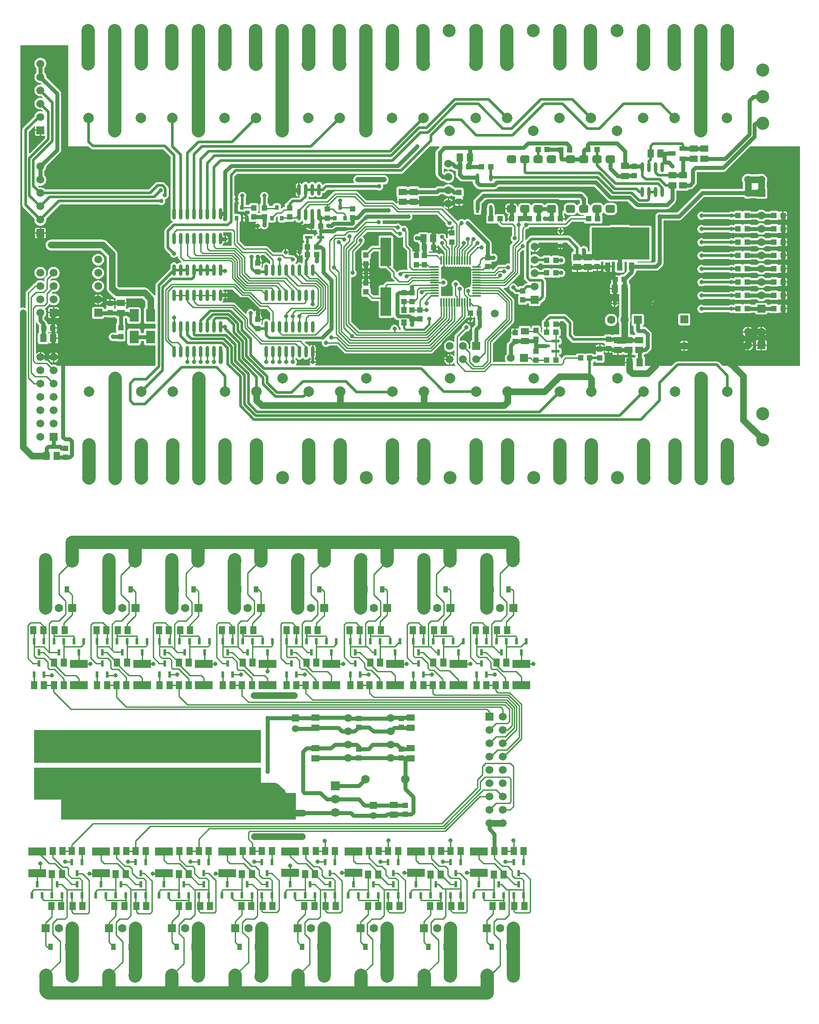
<source format=gtl>
%FSDAX23Y23*%
%MOIN*%
%SFA1B1*%

%IPPOS*%
%AMD20*
4,1,8,-0.035000,0.014900,-0.035000,-0.014900,-0.020000,-0.029900,0.020000,-0.029900,0.035000,-0.014900,0.035000,0.014900,0.020000,0.029900,-0.020000,0.029900,-0.035000,0.014900,0.0*
1,1,0.030000,-0.020000,0.014900*
1,1,0.030000,-0.020000,-0.014900*
1,1,0.030000,0.020000,-0.014900*
1,1,0.030000,0.020000,0.014900*
%
%ADD10R,0.031500X0.035400*%
%ADD11R,0.039400X0.043300*%
%ADD12R,0.043300X0.039400*%
%ADD13R,0.059100X0.023600*%
%ADD14R,0.059100X0.051200*%
%ADD15R,0.039400X0.045300*%
%ADD16O,0.023600X0.086600*%
%ADD17R,0.051200X0.059100*%
%ADD18O,0.070900X0.011800*%
%ADD19O,0.011800X0.070900*%
G04~CAMADD=20~8~0.0~0.0~598.0~701.0~150.0~0.0~15~0.0~0.0~0.0~0.0~0~0.0~0.0~0.0~0.0~0~0.0~0.0~0.0~90.0~700.0~597.0*
%ADD20D20*%
%ADD21R,0.023600X0.059100*%
%ADD22O,0.023600X0.059100*%
%ADD23O,0.023600X0.074800*%
%ADD24R,0.055100X0.035400*%
%ADD25R,0.055100X0.035400*%
%ADD26R,0.070900X0.094500*%
%ADD27R,0.133900X0.063000*%
%ADD28R,0.023600X0.051200*%
%ADD29R,0.035800X0.048000*%
%ADD30R,0.078700X0.216500*%
%ADD31C,0.059100*%
%ADD32R,0.057100X0.021700*%
%ADD33R,0.043300X0.061000*%
%ADD34R,0.043300X0.061000*%
%ADD35R,0.135800X0.061000*%
%ADD36C,0.030000*%
%ADD37C,0.010000*%
%ADD38C,0.050000*%
%ADD39C,0.100000*%
%ADD40C,0.020000*%
%ADD41C,0.018000*%
%ADD42C,0.040000*%
%ADD43R,0.435000X0.239000*%
%ADD44R,1.705000X0.245000*%
%ADD45R,1.705000X0.240000*%
%ADD46R,1.770000X0.205000*%
%ADD47R,0.066900X0.066900*%
%ADD48C,0.066900*%
%ADD49C,0.098400*%
%ADD50R,0.059100X0.059100*%
%ADD51R,0.059100X0.059100*%
%ADD52R,0.063000X0.063000*%
%ADD53C,0.063000*%
%ADD54C,0.053100*%
%ADD55R,0.053100X0.053100*%
%ADD56C,0.065000*%
%ADD57C,0.060000*%
%ADD58C,0.078700*%
%ADD59R,0.072800X0.072800*%
%ADD60C,0.072800*%
%ADD61C,0.053100*%
%ADD62C,0.031500*%
%LNde-130817-1*%
%LPD*%
G36*
X04453Y06837D02*
X04461Y06835D01*
X04469Y06837*
X04471Y06838*
X04472Y06837*
X04481Y06835*
X04489Y06837*
X04490Y06838*
X04492Y06837*
X04500Y06835*
X04508Y06837*
X04510Y06838*
X04512Y06837*
X04520Y06835*
X04528Y06837*
X04530Y06838*
X04532Y06837*
X04540Y06835*
X04548Y06837*
X04550Y06838*
X04551Y06837*
X04559Y06835*
X04568Y06837*
X04569Y06838*
X04571Y06837*
X04579Y06835*
X04587Y06837*
X04589Y06838*
X04591Y06837*
X04599Y06835*
X04607Y06837*
X04609Y06838*
X04610Y06837*
X04618Y06835*
X04627Y06837*
X04628Y06838*
X04630Y06837*
X04634Y06836*
X04638Y06835*
X04639Y06830*
X04640Y06827*
X04645Y06820*
X04644Y06815*
X04645Y06810*
X04640Y06804*
X04638Y06795*
X04640Y06787*
X04641Y06786*
X04640Y06784*
X04638Y06776*
X04640Y06768*
X04641Y06766*
X04640Y06764*
X04638Y06756*
X04640Y06748*
X04641Y06746*
X04640Y06745*
X04638Y06736*
X04640Y06728*
X04641Y06727*
X04640Y06725*
X04638Y06717*
X04640Y06709*
X04641Y06707*
X04640Y06705*
X04638Y06697*
X04640Y06689*
X04638Y06684*
X04636Y06683*
X04633Y06685*
X04625Y06686*
X04617Y06685*
X04609Y06681*
X04603Y06676*
X04598Y06670*
X04595Y06663*
X04590Y06663*
X04591Y06670*
X04590Y06678*
X04586Y06685*
X04581Y06691*
X04575Y06696*
X04568Y06700*
X04560Y06701*
X04561Y06705*
X04560Y06713*
X04556Y06720*
X04551Y06726*
X04545Y06731*
X04538Y06735*
X04530Y06736*
X04522Y06735*
X04514Y06731*
X04508Y06726*
X04503Y06720*
X04500Y06713*
X04499Y06705*
X04500Y06697*
X04503Y06689*
X04508Y06683*
X04508Y06682*
Y06622*
Y06621*
X04504Y06617*
X04500Y06618*
X04492Y06616*
X04490Y06615*
X04489Y06616*
X04481Y06618*
X04472Y06616*
X04471Y06615*
X04469Y06616*
X04461Y06618*
X04453Y06616*
X04451Y06615*
X04449Y06616*
X04441Y06618*
X04433Y06616*
X04431Y06615*
X04430Y06616*
X04426Y06617*
X04422Y06618*
X04420Y06623*
X04420Y06626*
X04419Y06628*
X04420Y06630*
X04421Y06638*
X04420Y06646*
X04419Y06648*
X04420Y06649*
X04421Y06658*
X04420Y06666*
X04419Y06667*
X04420Y06669*
X04421Y06677*
X04420Y06685*
X04421Y06687*
X04423Y06688*
X04425Y06688*
X04429Y06687*
X04437Y06686*
X04445Y06687*
X04452Y06690*
X04458Y06695*
X04463Y06701*
X04467Y06709*
X04468Y06717*
X04467Y06725*
X04463Y06732*
X04458Y06738*
X04452Y06743*
X04445Y06747*
X04437Y06748*
X04429Y06747*
X04425Y06745*
X04423Y06745*
X04420Y06748*
X04421Y06756*
X04420Y06764*
X04419Y06766*
X04420Y06768*
X04421Y06776*
X04420Y06784*
X04419Y06786*
X04420Y06787*
X04421Y06795*
X04420Y06804*
X04419Y06805*
X04420Y06807*
X04421Y06815*
X04420Y06823*
X04419Y06825*
X04420Y06827*
X04420Y06830*
X04422Y06835*
X04426Y06836*
X04430Y06837*
X04436Y06841*
X04441Y06840*
X04446Y06841*
X04453Y06837*
G37*
G36*
X02844Y07091D02*
Y07007D01*
X02846Y07000*
X02845Y06999*
X02843Y06995*
X02777*
X02776Y06999*
X02776Y07000*
X02780Y07007*
X02782Y07016*
Y07017*
X02786Y07020*
X02788Y07019*
X02790Y07019*
Y07045*
Y07070*
X02788Y07070*
X02786Y07069*
X02782Y07072*
Y07079*
X02780Y07087*
X02779Y07090*
X02781Y07094*
X02841*
X02844Y07091*
G37*
G36*
X05419Y06969D02*
Y06950D01*
X05415*
X05409Y06949*
X05405Y06945*
X05401Y06940*
X05400Y06935*
Y06883*
X05401Y06878*
X05405Y06873*
X05406Y06872*
X05408Y06867*
X05407Y06865*
X05406Y06864*
X05405Y06860*
Y06839*
X05445*
Y06834*
X05450*
Y06798*
X05474*
X05478Y06799*
X05482Y06801*
X05482Y06802*
X05488*
X05488Y06801*
X05491Y06799*
X05495Y06798*
X05520*
Y06834*
X05530*
Y06798*
X05554*
X05558Y06799*
X05562Y06801*
X05564Y06805*
X05564Y06806*
X05565Y06807*
X05569Y06808*
X05569*
X05571Y06807*
X05575Y06806*
X05590*
Y06838*
X05595*
Y06843*
X05625*
Y06860*
X05624Y06864*
X05623Y06865*
X05622Y06867*
X05624Y06872*
X05625Y06873*
X05627Y06875*
X05639*
X05643Y06870*
X05642Y06869*
Y06844*
X05706*
Y06869*
X05706Y06870*
X05710Y06875*
X05725*
X05728Y06871*
X05728Y06869*
Y06808*
X05729Y06802*
X05732Y06797*
X05737Y06794*
X05743Y06793*
X05787*
X05792Y06794*
X05797Y06797*
X05801Y06802*
X05802Y06808*
Y06869*
X05802Y06870*
X05806Y06875*
X05815*
X05819Y06870*
X05818Y06869*
Y06808*
X05819Y06805*
X05791Y06777*
X05777*
X05771Y06775*
X05766Y06772*
X05765Y06771*
X05760Y06768*
X05759Y06770*
X05757Y06771*
X05753Y06771*
X05736*
Y06742*
X05731*
Y06737*
X05700*
Y06722*
X05700Y06718*
X05702Y06716*
Y06716*
X05700Y06712*
X05700Y06711*
X05698Y06710*
X05695Y06708*
X05692Y06705*
X05692Y06701*
Y06677*
X05727*
Y06672*
X05732*
Y06632*
X05753*
X05757Y06633*
X05762Y06630*
Y06463*
X05759Y06460*
X05755Y06449*
X05753Y06437*
X05755Y06424*
X05759Y06413*
X05760Y06413*
Y06327*
X05720*
X05714Y06326*
X05710Y06323*
X05705Y06326*
X05700Y06327*
X05660*
X05654Y06326*
X05649Y06322*
X05646Y06318*
X05646Y06316*
X05430*
X05415Y06330*
Y06415*
X05413Y06424*
X05408Y06433*
X05368Y06473*
X05359Y06478*
X05350Y06480*
X05240*
X05230Y06478*
X05222Y06473*
X05198Y06449*
X05193Y06441*
X05192Y06439*
X05189Y06438*
X05184Y06435*
X05180Y06430*
X05179Y06424*
Y06385*
X05180Y06379*
X05183Y06375*
X05180Y06370*
X05179Y06364*
Y06345*
X05175Y06343*
X05170Y06348*
Y06380*
X05168Y06386*
X05165Y06390*
X05160Y06394*
X05154Y06395*
X05115*
X05109Y06394*
X05104Y06390*
X05101Y06386*
X05100Y06380*
Y06372*
X05094*
Y06378*
X05093Y06383*
X05090Y06388*
X05085Y06392*
X05079Y06393*
X05020*
X05014Y06392*
X05009Y06388*
X05006Y06383*
X05005Y06378*
Y06375*
X05003Y06374*
X05000Y06372*
X04997Y06373*
X04982*
Y06341*
X04977*
Y06336*
X04947*
Y06319*
X04948Y06315*
X04949Y06314*
X04950Y06312*
X04948Y06307*
X04947Y06306*
X04943Y06301*
X04942Y06296*
Y06285*
X04923Y06266*
X04918Y06260*
X04915Y06252*
X04914Y06245*
Y06182*
X04913Y06181*
X04906Y06172*
X04901Y06161*
X04900Y06150*
X04901Y06138*
X04906Y06127*
X04908Y06124*
X04905Y06120*
X04810*
Y06261*
X04964Y06415*
X04968Y06422*
X04970Y06430*
Y06585*
X04968Y06592*
X04964Y06599*
X04891Y06672*
X04893Y06677*
X04902*
X04910Y06678*
X04916Y06683*
X05010Y06776*
X05014Y06783*
X05016Y06791*
Y06944*
X05032Y06960*
X05034Y06960*
X05039Y06960*
X05044Y06957*
Y06755*
X05046Y06745*
X05052Y06737*
X05070Y06718*
X05072Y06717*
X05070Y06712*
X05066*
X05057Y06710*
X05048Y06705*
X05036Y06692*
X05015*
X05009Y06691*
X05004Y06687*
X05003Y06686*
X04998Y06685*
X04995Y06688*
X04991Y06695*
X04986Y06701*
X04980Y06706*
X04973Y06710*
X04965Y06711*
X04957Y06710*
X04949Y06706*
X04943Y06701*
X04938Y06695*
X04935Y06688*
X04934Y06680*
X04935Y06672*
X04938Y06664*
X04943Y06658*
X04949Y06653*
X04957Y06650*
X04959Y06649*
X04971Y06637*
X04979Y06631*
X04989Y06630*
X05001*
X05001Y06628*
X05004Y06623*
Y06621*
X05001Y06616*
X05000Y06610*
Y06566*
X05001Y06561*
X05004Y06556*
X05009Y06552*
X05015Y06551*
X05055*
X05060Y06552*
X05065Y06556*
X05069Y06561*
X05069Y06563*
X05080*
Y06557*
X05081Y06551*
X05085Y06546*
X05089Y06543*
X05095Y06542*
X05154*
X05160Y06543*
X05165Y06546*
X05169Y06551*
X05170Y06557*
Y06563*
X05171Y06563*
X05180Y06569*
X05203Y06592*
X05208Y06600*
X05210Y06610*
Y06725*
X05208Y06734*
X05203Y06743*
X05196Y06750*
X05198Y06755*
X05238*
X05244Y06756*
X05249Y06759*
X05251*
X05256Y06756*
X05261Y06755*
X05305*
X05311Y06756*
X05315Y06759*
X05316Y06760*
X05317Y06760*
X05325Y06759*
X05333Y06760*
X05340Y06763*
X05346Y06768*
X05351Y06774*
X05355Y06782*
X05356Y06790*
X05355Y06798*
X05351Y06805*
X05346Y06811*
X05340Y06816*
X05333Y06820*
X05325Y06821*
X05317Y06820*
X05316Y06819*
X05315Y06820*
X05311Y06823*
X05305Y06825*
X05261*
X05256Y06823*
X05251Y06820*
X05249*
X05244Y06823*
X05238Y06825*
X05194*
X05189Y06823*
X05184Y06820*
X05180Y06815*
X05180Y06812*
X05161*
X05157Y06818*
X05147Y06825*
X05136Y06830*
X05125Y06831*
X05113Y06830*
X05102Y06825*
X05100Y06823*
X05095Y06825*
Y06848*
X05100Y06850*
X05102Y06848*
X05113Y06843*
X05125Y06842*
X05136Y06843*
X05147Y06848*
X05157Y06855*
X05161Y06861*
X05180*
X05180Y06859*
X05184Y06854*
X05189Y06851*
X05194Y06850*
X05238*
X05244Y06851*
X05249Y06854*
X05251*
X05256Y06851*
X05261Y06850*
X05305*
X05311Y06851*
X05315Y06854*
X05316Y06855*
X05317Y06855*
X05325Y06854*
X05333Y06855*
X05340Y06858*
X05346Y06863*
X05351Y06869*
X05355Y06877*
X05356Y06885*
X05355Y06893*
X05351Y06900*
X05346Y06906*
X05340Y06911*
X05333Y06915*
X05325Y06916*
X05317Y06915*
X05316Y06914*
X05315Y06915*
X05311Y06918*
X05305Y06920*
X05261*
X05256Y06918*
X05251Y06915*
X05249*
X05244Y06918*
X05238Y06920*
X05194*
X05189Y06918*
X05184Y06915*
X05182Y06912*
X05161*
X05157Y06918*
X05147Y06925*
X05136Y06930*
X05125Y06931*
X05113Y06930*
X05102Y06925*
X05100Y06923*
X05095Y06925*
Y06953*
X05100Y06956*
X05105Y06952*
X05115Y06948*
X05120Y06947*
Y06987*
X05125*
Y06992*
X05164*
X05163Y06997*
X05159Y07006*
X05154Y07014*
X05155Y07019*
X05300*
X05301Y07014*
X05300Y07013*
X05296Y07008*
X05293Y07001*
X05293Y07000*
X05344*
X05343Y07001*
X05341Y07008*
X05337Y07013*
X05335Y07014*
X05337Y07019*
X05369*
X05419Y06969*
G37*
G36*
X01615Y07740D02*
X01769D01*
X01782Y07727*
X01790Y07721*
X01800Y07719*
X02329*
X02384Y07664*
Y07276*
X02384Y07275*
X02383Y07268*
Y07205*
X02384Y07198*
X02386Y07191*
X02391Y07185*
X02396Y07181*
X02398Y07180*
X02400Y07174*
X02400Y07173*
X02392Y07168*
X02347Y07123*
X02341Y07114*
X02339Y07105*
Y06980*
X02341Y06970*
X02347Y06962*
X02379Y06929*
X02380Y06927*
X02383Y06919*
X02388Y06913*
X02394Y06908*
X02402Y06905*
X02410Y06904*
X02418Y06905*
X02425Y06908*
X02431Y06913*
X02434Y06917*
X02439Y06915*
Y06909*
X02441Y06901*
X02445Y06895*
X02467Y06874*
X02464Y06869*
X02460Y06870*
X02453Y06869*
X02446Y06866*
X02441Y06862*
X02438Y06858*
X02437Y06858*
X02433*
X02432Y06858*
X02429Y06862*
X02423Y06866*
X02417Y06869*
X02410Y06870*
X02403Y06869*
X02396Y06866*
X02391Y06862*
X02386Y06856*
X02384Y06850*
X02383Y06843*
Y06820*
X02279Y06716*
X02273Y06707*
X02271Y06698*
Y06621*
X02266Y06619*
X02263Y06623*
X02218Y06668*
X02210Y06674*
X02200Y06679*
X02190Y06680*
X01996*
X01985Y06691*
Y06930*
X01984Y06940*
X01979Y06950*
X01973Y06958*
X01903Y07028*
X01895Y07034*
X01885Y07039*
X01875Y07040*
X01485*
X01474Y07039*
X01464Y07034*
X01456Y07028*
X01450Y07020*
X01446Y07010*
X01444Y07000*
X01446Y06989*
X01450Y06979*
X01456Y06971*
X01464Y06965*
X01474Y06961*
X01485Y06959*
X01858*
X01904Y06913*
Y06675*
X01906Y06664*
X01910Y06654*
X01916Y06646*
X01951Y06611*
X01959Y06605*
X01969Y06601*
X01970Y06600*
X01970Y06600*
X01972Y06595*
X01971Y06593*
X01970Y06590*
Y06569*
X02010*
X02050*
Y06590*
X02049Y06593*
X02048Y06594*
X02051Y06599*
X02173*
X02194Y06578*
Y06532*
X02193Y06532*
X02188Y06528*
X02185Y06523*
X02184Y06518*
Y06423*
X02185Y06417*
X02188Y06412*
X02193Y06409*
X02199Y06408*
X02270*
X02271Y06407*
Y06372*
X02270Y06371*
X02199*
X02193Y06370*
X02188Y06367*
X02185Y06362*
X02184Y06356*
Y06339*
X02160*
Y06356*
X02159Y06362*
X02156Y06367*
X02151Y06370*
X02145Y06371*
X02074*
X02068Y06370*
X02063Y06367*
X02060Y06362*
X02059Y06356*
Y06262*
X02060Y06256*
X02063Y06251*
X02068Y06247*
X02074Y06246*
X02145*
X02151Y06247*
X02156Y06251*
X02159Y06256*
X02160Y06262*
Y06279*
X02184*
Y06262*
X02185Y06256*
X02188Y06251*
X02193Y06247*
X02199Y06246*
X02270*
X02271Y06245*
Y06097*
X02264Y06090*
X01535*
X01527Y06095*
X01516Y06100*
X01505Y06101*
X01493Y06100*
X01491Y06099*
X01466Y06124*
X01460Y06128*
X01452Y06130*
X01440*
X01438Y06134*
X01439Y06137*
X01443Y06146*
X01444Y06152*
X01405*
Y06157*
X01400*
Y06196*
X01395Y06195*
X01385Y06191*
X01377Y06185*
X01376Y06183*
X01371Y06185*
Y06421*
X01376Y06422*
X01379Y06415*
X01383Y06409*
X01395Y06398*
X01394Y06394*
Y06355*
X01395Y06349*
X01396Y06348*
Y06343*
X01391Y06340*
X01387Y06335*
X01386Y06329*
Y06270*
X01387Y06264*
X01391Y06259*
X01396Y06256*
X01402Y06255*
X01453*
X01459Y06256*
X01464Y06259*
X01465Y06261*
X01469Y06263*
X01471Y06262*
X01472Y06261*
X01476Y06260*
X01497*
Y06300*
Y06339*
X01476*
X01472Y06338*
X01471Y06337*
X01469Y06336*
X01465Y06338*
X01464Y06339*
X01464Y06342*
X01464Y06345*
X01465Y06346*
X01469Y06348*
X01471Y06347*
X01472Y06345*
X01476Y06345*
X01493*
Y06375*
Y06404*
X01476*
X01472Y06404*
X01471Y06403*
X01469Y06401*
X01465Y06404*
X01464Y06405*
X01459Y06408*
X01457Y06409*
X01456Y06416*
X01453Y06423*
X01449Y06429*
X01435Y06443*
Y06459*
X01437Y06460*
X01444Y06469*
X01448Y06480*
X01450Y06492*
X01448Y06503*
X01444Y06514*
X01439Y06520*
X01441Y06525*
X01442Y06526*
X01449Y06530*
X01469Y06550*
X01472Y06554*
X01478Y06556*
X01482Y06553*
X01493Y06548*
X01505Y06547*
X01516Y06548*
X01527Y06553*
X01537Y06560*
X01544Y06569*
X01548Y06580*
X01550Y06592*
X01548Y06603*
X01544Y06614*
X01537Y06623*
X01527Y06630*
X01516Y06635*
X01505Y06636*
X01493Y06635*
X01490Y06634*
X01487Y06638*
X01497Y06648*
X01505Y06647*
X01516Y06648*
X01527Y06653*
X01537Y06660*
X01544Y06669*
X01548Y06680*
X01550Y06692*
X01548Y06703*
X01544Y06714*
X01537Y06723*
X01527Y06730*
X01516Y06735*
X01505Y06736*
X01493Y06735*
X01482Y06730*
X01477Y06733*
X01477Y06735*
X01491Y06749*
X01493Y06748*
X01505Y06747*
X01516Y06748*
X01527Y06753*
X01537Y06760*
X01544Y06769*
X01548Y06780*
X01550Y06792*
X01548Y06803*
X01544Y06814*
X01537Y06823*
X01527Y06830*
X01516Y06835*
X01505Y06836*
X01493Y06835*
X01482Y06830*
X01473Y06823*
X01466Y06814*
X01461Y06803*
X01460Y06792*
X01461Y06780*
X01462Y06778*
X01440Y06756*
X01436Y06749*
X01434Y06741*
Y06731*
X01430Y06729*
X01427Y06730*
X01416Y06735*
X01405Y06736*
X01393Y06735*
X01382Y06730*
X01373Y06723*
X01366Y06714*
X01365Y06712*
X01359Y06710*
X01352Y06706*
X01300Y06654*
X01296Y06647*
X01294Y06640*
Y06529*
X01289Y06526*
X01283Y06529*
X01273Y06530*
X01262Y06529*
X01259Y06527*
X01255Y06530*
Y07680*
Y08500*
X01615*
Y07740*
G37*
G36*
X04454Y07164D02*
X04455Y07157D01*
X04458Y07149*
X04463Y07143*
X04469Y07138*
X04477Y07135*
X04485Y07134*
X04493Y07135*
X04500Y07138*
X04506Y07143*
X04510Y07148*
X04511Y07148*
X04516Y07145*
Y07122*
X04505*
Y07090*
X04500*
Y07085*
X04470*
Y07068*
X04471Y07064*
X04472Y07063*
X04473Y07061*
X04471Y07057*
X04469Y07056*
X04468Y07053*
X04462Y07052*
X04458Y07056*
X04459Y07061*
X04458Y07069*
X04454Y07076*
X04454Y07077*
X04453Y07079*
X04449Y07086*
X04442Y07090*
X04435Y07092*
X04431Y07091*
X04428Y07092*
X04420Y07091*
X04412Y07087*
X04406Y07082*
X04403Y07079*
X04398Y07081*
Y07081*
X04397Y07085*
X04395Y07088*
X04392Y07090*
X04388Y07091*
X04367*
Y07052*
X04357*
Y07091*
X04337*
X04333Y07090*
X04331Y07089*
X04329Y07088*
X04325Y07090*
X04324Y07092*
X04319Y07095*
X04313Y07096*
X04262*
X04256Y07095*
X04251Y07092*
X04248Y07087*
X04247Y07082*
X04244*
X04239Y07083*
X04231Y07082*
X04223Y07078*
X04217Y07073*
X04212Y07067*
X04209Y07060*
X04208Y07052*
X04209Y07044*
X04212Y07036*
X04217Y07030*
X04223Y07025*
X04231Y07022*
X04239Y07021*
X04244Y07021*
X04247*
X04248Y07016*
X04251Y07011*
X04256Y07008*
X04258Y07008*
X04258Y07004*
X04259Y07001*
Y06962*
X04261Y06956*
X04261Y06955*
X04259Y06953*
X04258Y06951*
X04255Y06952*
X04240*
Y06920*
X04230*
Y06952*
X04215*
X04211Y06951*
X04210Y06950*
X04205Y06953*
Y06965*
X04203Y06972*
X04199Y06979*
X04175Y07003*
Y07100*
X04173Y07107*
X04170Y07112*
X04171Y07115*
X04170Y07123*
X04166Y07130*
X04161Y07136*
X04155Y07141*
X04148Y07145*
X04140Y07146*
X04132Y07145*
X04128Y07143*
X04121Y07145*
X04116Y07151*
X04110Y07156*
X04103Y07160*
X04095Y07161*
X04087Y07160*
X04083Y07158*
X03983*
X03980Y07163*
X03981Y07170*
X03980Y07178*
X03978Y07180*
X03981Y07184*
X04169*
X04175Y07184*
X04183Y07185*
X04190Y07188*
X04196Y07193*
X04201Y07199*
X04205Y07207*
X04206Y07215*
X04205Y07223*
X04204Y07225*
X04206Y07229*
X04388*
X04454Y07164*
G37*
G36*
X03134Y06881D02*
Y06860D01*
X03133Y06858*
X03132Y06858*
X03128*
X03127Y06858*
X03124Y06862*
X03118Y06866*
X03112Y06869*
X03105Y06870*
X03098Y06869*
X03091Y06866*
X03086Y06862*
X03081Y06856*
X03079Y06850*
X03078Y06843*
Y06828*
X03073Y06827*
X03070Y06831*
X03069Y06832*
X03067Y06836*
X03068Y06838*
X03069Y06839*
X03070Y06843*
Y06860*
X03040*
Y06870*
X03070*
Y06887*
X03069Y06891*
X03067Y06894*
X03066Y06894*
X03063Y06897*
X03064Y06901*
X03065Y06904*
X03065Y06906*
X03040*
Y06916*
X03065*
X03065Y06917*
X03064Y06920*
X03067Y06925*
X03090*
X03134Y06881*
G37*
G36*
X05449Y07241D02*
X05453Y07235D01*
X05460Y07230*
X05467Y07227*
X05475Y07226*
X05493*
X05494Y07225*
X05495Y07222*
X05493Y07217*
X05398*
X05390Y07215*
X05383Y07211*
X05355Y07183*
X05350Y07185*
Y07192*
X05318*
Y07202*
X05350*
Y07216*
X05349Y07220*
X05347Y07223*
X05344Y07226*
X05343Y07231*
X05343Y07233*
X05344Y07239*
X05346Y07240*
X05349Y07241*
X05353Y07235*
X05360Y07230*
X05367Y07227*
X05375Y07226*
X05415*
X05423Y07227*
X05430Y07230*
X05436Y07235*
X05441Y07241*
X05442Y07244*
X05448*
X05449Y07241*
G37*
G36*
X02908Y06609D02*
D01*
X02915Y06605*
X02923Y06603*
X02967*
X03045Y06525*
X03051Y06521*
X03059Y06519*
X03106*
X03134Y06491*
Y06435*
X03133Y06433*
X03132Y06433*
X03128*
X03127Y06433*
X03124Y06437*
X03118Y06441*
X03112Y06444*
X03105Y06445*
X03098Y06444*
X03091Y06441*
X03086Y06437*
X03081Y06431*
X03079Y06425*
X03078Y06418*
Y06403*
X03073Y06402*
X03070Y06406*
X03069Y06407*
X03067Y06411*
X03068Y06413*
X03069Y06414*
X03070Y06418*
Y06435*
X03040*
Y06445*
X03070*
Y06462*
X03069Y06466*
X03067Y06469*
X03065Y06470*
X03063Y06473*
X03063Y06476*
X03065Y06481*
X03065Y06483*
X03040*
Y06488*
X03035*
Y06513*
X03033Y06513*
X03027Y06510*
X03022Y06506*
X03019Y06503*
X03013Y06503*
X03008Y06509*
X03002Y06514*
X02995Y06518*
X02987Y06519*
X02979Y06518*
X02971Y06514*
X02965Y06509*
X02960Y06503*
X02957Y06496*
X02956Y06488*
X02956Y06485*
X02951Y06482*
X02871Y06562*
X02865Y06566*
X02857Y06568*
X02774*
X02773Y06573*
X02776Y06575*
X02780Y06582*
X02782Y06591*
Y06597*
X02786Y06600*
X02788Y06599*
X02790Y06599*
Y06625*
Y06650*
X02788Y06650*
X02786Y06649*
X02782Y06652*
Y06654*
X02781Y06661*
X02783Y06666*
X02851*
X02908Y06609*
G37*
G36*
X07120Y06090D02*
X06541D01*
X06513Y06118*
X06504Y06123*
X06495Y06125*
X06200*
X06190Y06123*
X06182Y06118*
X06154Y06090*
X05955*
Y06146*
X05954Y06152*
X05950Y06157*
X05945Y06160*
X05944Y06160*
Y06171*
X05945Y06172*
X05950Y06175*
X05954Y06180*
X05954Y06181*
X05956*
X05964Y06182*
X05971Y06185*
X05978Y06190*
X05996Y06208*
X06001Y06214*
X06004Y06222*
X06005Y06230*
Y06330*
X06004Y06337*
X06001Y06345*
X05996Y06351*
X05969Y06378*
X05963Y06382*
X05956Y06385*
X05948Y06386*
X05939*
X05938Y06388*
X05938Y06391*
X05942Y06394*
X05945Y06399*
X05947Y06405*
Y06468*
X05945Y06474*
X05942Y06479*
X05937Y06482*
X05931Y06483*
X05868*
X05863Y06482*
X05858Y06479*
X05854Y06474*
X05853Y06468*
Y06405*
X05854Y06399*
X05858Y06394*
X05863Y06391*
X05868Y06390*
X05869*
Y06360*
X05870Y06352*
X05873Y06344*
X05878Y06338*
X05881Y06335*
X05885Y06332*
X05884Y06327*
X05880*
X05874Y06326*
X05870Y06323*
X05865Y06326*
X05859Y06327*
X05840*
Y06413*
X05840Y06413*
X05845Y06424*
X05847Y06437*
X05845Y06449*
X05843Y06455*
Y06639*
X05843Y06642*
Y06701*
X05842Y06707*
X05839Y06712*
X05838Y06713*
X05834Y06716*
X05835Y06722*
Y06736*
X05877Y06777*
X05882Y06784*
X05885Y06791*
X05885Y06796*
X05888Y06797*
X05891Y06802*
X05892Y06808*
Y06808*
X06039*
X06047Y06809*
X06054Y06812*
X06060Y06817*
X06086Y06843*
X06091Y06849*
X06094Y06857*
X06095Y06865*
Y07184*
X06210*
X06217Y07185*
X06225Y07188*
X06231Y07193*
X06399Y07361*
X06697*
X06698Y07360*
X06707Y07353*
X06718Y07348*
X06730Y07347*
X06741Y07348*
X06749Y07351*
X06790*
X06794Y07348*
X06800Y07347*
X06859*
X06865Y07348*
X06870Y07351*
X06874Y07356*
X06875Y07362*
Y07421*
X06874Y07427*
X06870Y07432*
Y07473*
X06873Y07480*
X06875Y07492*
X06873Y07503*
X06869Y07514*
X06862Y07523*
X06852Y07530*
X06841Y07535*
X06830Y07536*
X06818Y07535*
X06811Y07532*
X06749*
X06741Y07535*
X06730Y07536*
X06718Y07535*
X06707Y07530*
X06698Y07523*
X06691Y07514*
X06686Y07503*
X06685Y07492*
X06686Y07480*
X06690Y07473*
Y07422*
X06387*
X06379Y07421*
X06371Y07418*
X06365Y07413*
X06197Y07245*
X06070*
X06065Y07246*
X06057Y07245*
X06049Y07241*
X06043Y07236*
X06038Y07230*
X06035Y07223*
X06034Y07215*
X06034Y07209*
Y06877*
X06026Y06869*
X05898*
X05897Y06870*
X05900Y06875*
X05990*
X05995Y06876*
X06000Y06880*
X06004Y06885*
X06005Y06891*
Y07130*
X06004Y07135*
X06000Y07140*
X05995Y07144*
X05990Y07145*
X05844*
X05844Y07146*
X05839Y07149*
X05833Y07150*
X05697*
X05691Y07149*
X05686Y07146*
X05686Y07145*
X05555*
X05549Y07144*
X05544Y07140*
X05540Y07135*
X05539Y07130*
Y06950*
X05526*
Y06957*
X05527Y06963*
X05526Y06971*
X05522Y06978*
X05517Y06984*
X05511Y06989*
X05504Y06993*
X05496Y06994*
X05488Y06993*
X05480Y06989*
X05474Y06985*
X05469Y06986*
X05468Y06989*
X05463Y06997*
X05398Y07063*
X05389Y07068*
X05380Y07070*
X05100*
X05090Y07068*
X05082Y07063*
X05058Y07039*
X05053Y07041*
Y07114*
X05058Y07119*
X05060Y07119*
X05068Y07120*
X05075Y07123*
X05081Y07128*
X05086Y07134*
X05087Y07136*
X05358*
X05365Y07138*
X05372Y07142*
X05406Y07176*
X05494*
X05495Y07171*
X05499Y07166*
X05504Y07163*
X05509Y07162*
X05553*
X05559Y07163*
X05564Y07166*
X05566*
X05571Y07163*
X05576Y07162*
X05620*
X05626Y07163*
X05630Y07166*
X05634Y07171*
X05635Y07177*
Y07216*
X05634Y07222*
X05631Y07226*
X05631Y07228*
X05632Y07232*
X05636Y07235*
X05641Y07241*
X05642Y07244*
X05648*
X05649Y07241*
X05653Y07235*
X05660Y07230*
X05667Y07227*
X05675Y07226*
X05715*
X05723Y07227*
X05730Y07230*
X05736Y07235*
X05741Y07241*
X05744Y07249*
X05745Y07257*
Y07287*
X05744Y07294*
X05741Y07302*
X05736Y07308*
X05730Y07313*
X05723Y07316*
X05715Y07317*
X05675*
X05667Y07316*
X05660Y07313*
X05653Y07308*
X05649Y07302*
X05648Y07299*
X05642*
X05641Y07302*
X05636Y07308*
X05630Y07313*
X05623Y07316*
X05615Y07317*
X05575*
X05567Y07316*
X05560Y07313*
X05553Y07308*
X05549Y07302*
X05548Y07299*
X05542*
X05541Y07302*
X05536Y07308*
X05530Y07313*
X05525Y07315*
Y07332*
X05526Y07336*
X05525Y07339*
Y07346*
X05524Y07354*
X05521Y07361*
X05516Y07368*
X05493Y07391*
X05487Y07396*
X05479Y07399*
X05472Y07400*
X04740*
X04732Y07399*
X04724Y07396*
X04718Y07391*
X04673Y07346*
X04669Y07340*
X04666Y07333*
X04665Y07325*
Y07272*
X04666Y07264*
X04668Y07259*
Y07242*
X04669Y07236*
X04672Y07231*
X04677Y07228*
X04683Y07227*
X04707*
X04713Y07228*
X04717Y07231*
X04721Y07236*
X04722Y07242*
Y07259*
X04724Y07264*
X04725Y07272*
Y07312*
X04752Y07339*
X05459*
X05464Y07335*
X05465Y07328*
X05465Y07327*
Y07315*
X05460Y07313*
X05453Y07308*
X05449Y07302*
X05448Y07299*
X05442*
X05441Y07302*
X05436Y07308*
X05430Y07313*
X05423Y07316*
X05415Y07317*
X05375*
X05367Y07316*
X05360Y07313*
X05353Y07308*
X05349Y07302*
X05346Y07294*
X05345Y07287*
Y07257*
X05345Y07256*
X05340Y07254*
X05337Y07258*
X05331Y07262*
X05325Y07265*
X05323Y07265*
Y07240*
X05313*
Y07265*
X05312Y07265*
X05305Y07262*
X05305Y07262*
X05300Y07264*
Y07287*
X05299Y07294*
X05296Y07302*
X05291Y07308*
X05285Y07313*
X05278Y07316*
X05270Y07317*
X05230*
X05222Y07316*
X05215Y07313*
X05208Y07308*
X05204Y07302*
X05196*
X05191Y07308*
X05185Y07313*
X05178Y07316*
X05170Y07317*
X05130*
X05122Y07316*
X05115Y07313*
X05108Y07308*
X05104Y07302*
X05103Y07299*
X05097*
X05096Y07302*
X05091Y07308*
X05085Y07313*
X05078Y07316*
X05070Y07317*
X05030*
X05022Y07316*
X05015Y07313*
X05008Y07308*
X05004Y07302*
X05001Y07294*
X05000Y07289*
X04995Y07289*
X04993Y07296*
X04988Y07305*
X04980Y07310*
X04970Y07312*
X04955*
Y07272*
X04950*
Y07267*
X04904*
Y07257*
X04906Y07247*
X04912Y07239*
X04920Y07233*
X04929Y07231*
X04930Y07226*
X04926Y07226*
X04923Y07223*
X04920Y07220*
X04920Y07216*
Y07202*
X04951*
Y07192*
X04920*
Y07177*
X04900*
Y07216*
X04899Y07222*
X04896Y07227*
X04891Y07230*
X04885Y07232*
X04842*
X04836Y07230*
X04831Y07227*
X04829*
X04825Y07230*
Y07272*
X04824Y07279*
X04822Y07285*
Y07289*
X04821Y07296*
X04818Y07303*
X04814Y07308*
X04808Y07313*
X04802Y07315*
X04795Y07316*
X04788Y07315*
X04781Y07313*
X04776Y07308*
X04771Y07303*
X04769Y07296*
X04768Y07289*
Y07285*
X04766Y07279*
X04765Y07272*
Y07227*
X04764Y07227*
X04761Y07222*
X04759Y07216*
Y07177*
X04761Y07171*
X04764Y07166*
X04769Y07163*
X04775Y07162*
X04818*
X04824Y07163*
X04829Y07166*
X04831*
X04836Y07163*
X04842Y07162*
X04847*
X04849Y07158*
X04865Y07142*
X04872Y07138*
X04880Y07136*
X04950*
X04954Y07132*
Y07073*
X04953Y07071*
X04948Y07065*
X04945Y07058*
X04944Y07050*
X04945Y07042*
X04948Y07034*
X04953Y07028*
X04958Y07024*
X04959Y07018*
X04945Y07004*
X04941Y06997*
X04939Y06990*
Y06861*
X04935Y06859*
X04933Y06860*
X04925Y06861*
X04917Y06860*
X04909Y06856*
X04903Y06851*
X04902Y06851*
X04855*
X04847Y06849*
X04841Y06845*
X04812Y06816*
X04800*
X04800Y06816*
Y06833*
X04770*
Y06843*
X04800*
Y06860*
X04799Y06864*
X04798Y06865*
X04797Y06867*
X04799Y06872*
X04800Y06873*
X04802Y06874*
X04809*
X04815Y06874*
X04823Y06875*
X04830Y06878*
X04836Y06883*
X04841Y06889*
X04845Y06897*
X04846Y06905*
X04845Y06913*
X04841Y06920*
X04836Y06926*
X04830Y06931*
X04823Y06935*
X04815Y06936*
X04809Y06935*
X04802*
X04800Y06937*
X04800Y06938*
Y07014*
X04799Y07022*
X04796Y07029*
X04791Y07036*
X04645Y07182*
X04641Y07186*
X04635Y07191*
X04628Y07195*
X04620Y07196*
X04612Y07195*
X04604Y07191*
X04601Y07189*
X04597Y07187*
X04593Y07189*
X04590Y07191*
X04583Y07195*
X04575Y07196*
X04567Y07195*
X04559Y07191*
X04553Y07186*
X04549Y07181*
X04543Y07180*
X04446Y07277*
X04449Y07281*
X04455Y07277*
X04464Y07273*
X04470Y07272*
Y07307*
X04435*
X04436Y07301*
X04440Y07291*
X04444Y07286*
X04440Y07283*
X04439Y07284*
X04432Y07288*
X04425Y07290*
X04257*
X04254Y07295*
Y07295*
X04255Y07299*
Y07319*
X04215*
Y07329*
X04255*
Y07350*
X04254Y07354*
X04253Y07355*
X04252Y07357*
X04254Y07362*
X04255Y07363*
X04259Y07368*
X04259Y07369*
X04389*
X04397Y07370*
X04404Y07373*
X04410Y07378*
X04414Y07381*
X04441*
X04443Y07379*
X04452Y07372*
X04463Y07368*
X04475Y07366*
X04487Y07368*
X04498Y07372*
X04499Y07373*
X04504Y07369*
X04511Y07366*
X04519Y07365*
X04523*
X04524Y07363*
X04526Y07362*
X04528Y07357*
X04527Y07355*
X04526Y07354*
X04525Y07350*
Y07333*
X04555*
X04585*
Y07350*
X04584Y07354*
X04583Y07355*
X04582Y07357*
X04584Y07362*
X04585Y07363*
X04589Y07368*
X04590Y07373*
Y07417*
X04589Y07423*
X04585Y07427*
X04580Y07431*
X04575Y07432*
X04535*
X04529Y07431*
X04527Y07430*
X04524Y07433*
X04518Y07438*
X04510Y07441*
X04509Y07441*
X04507Y07444*
X04498Y07451*
X04487Y07455*
X04475Y07457*
X04463Y07455*
X04452Y07451*
X04443Y07444*
X04441Y07442*
X04402*
X04394Y07441*
X04386Y07438*
X04380Y07433*
X04376Y07429*
X04259*
X04259Y07430*
X04255Y07435*
X04250Y07439*
X04244Y07440*
X04185*
X04179Y07439*
X04175Y07435*
X04170*
X04165Y07439*
X04159Y07440*
X04100*
X04094Y07439*
X04090Y07435*
X04086Y07430*
X04085Y07425*
Y07373*
X04086Y07368*
X04090Y07363*
X04091Y07362*
X04093Y07357*
X04092Y07355*
X04091Y07354*
X04090Y07350*
Y07329*
X04130*
Y07319*
X04090*
Y07315*
X04086Y07313*
X04069Y07329*
X04063Y07333*
X04055Y07335*
X03858*
X03794Y07399*
X03787Y07403*
X03780Y07405*
X03625*
X03617Y07403*
X03610Y07399*
X03556Y07345*
X03423*
X03420Y07350*
X03423Y07355*
X03425Y07365*
Y07365*
X03430Y07366*
X03431Y07365*
X03436Y07361*
X03443Y07358*
X03450Y07358*
X03457Y07358*
X03463Y07361*
X03469Y07365*
X03472Y07369*
X03473Y07369*
X03477*
X03478Y07369*
X03481Y07365*
X03486Y07361*
X03493Y07358*
X03500Y07358*
X03507Y07358*
X03513Y07361*
X03519Y07365*
X03523Y07371*
X03526Y07378*
X03527Y07385*
Y07391*
X03531*
X03541Y07392*
X03549Y07398*
X03565Y07414*
X03937*
X03939Y07413*
X03947Y07410*
X03955Y07409*
X03963Y07410*
X03970Y07413*
X03976Y07418*
X03981Y07424*
X03985Y07432*
X03986Y07440*
X03985Y07448*
X03983Y07450*
X03986Y07454*
X03990*
X03999Y07455*
X04007Y07459*
X04015Y07465*
X04020Y07472*
X04024Y07480*
X04025Y07490*
X04024Y07499*
X04020Y07507*
X04015Y07515*
X04007Y07520*
X03999Y07524*
X03990Y07525*
X03795*
X03785Y07524*
X03777Y07520*
X03770Y07515*
X03764Y07507*
X03760Y07499*
X03759Y07490*
X03760Y07480*
X03764Y07472*
X03766Y07470*
X03764Y07465*
X03555*
X03545Y07463*
X03537Y07458*
X03531Y07452*
X03526Y07454*
X03526Y07455*
X03523Y07461*
X03519Y07467*
X03513Y07471*
X03507Y07474*
X03500Y07475*
X03493Y07474*
X03486Y07471*
X03481Y07467*
X03478Y07463*
X03477Y07463*
X03473*
X03472Y07463*
X03469Y07467*
X03463Y07471*
X03457Y07474*
X03450Y07475*
X03443Y07474*
X03436Y07471*
X03431Y07467*
X03428Y07463*
X03427Y07463*
X03423*
X03422Y07463*
X03419Y07467*
X03413Y07471*
X03407Y07474*
X03400Y07475*
X03393Y07474*
X03386Y07471*
X03381Y07467*
X03376Y07461*
X03375Y07458*
X03374Y07457*
X03370Y07457*
X03366Y07463*
X03358Y07468*
X03355Y07469*
Y07416*
Y07363*
X03355Y07363*
X03358Y07359*
X03354Y07355*
X03305*
X03295Y07353*
X03287Y07348*
X03262Y07323*
X03256Y07315*
X03256Y07314*
X03254Y07314*
X03249Y07310*
X03246Y07305*
X03245Y07300*
Y07285*
X03240*
X03232Y07284*
X03226Y07279*
X03221Y07274*
X03216Y07276*
Y07299*
X03215Y07304*
X03211Y07309*
X03206Y07313*
X03201Y07314*
X03169*
X03163Y07313*
X03158Y07309*
X03155Y07304*
X03154Y07299*
Y07295*
X03125*
Y07300*
X03123Y07306*
X03120Y07310*
X03115Y07314*
Y07314*
Y07352*
X03116Y07354*
X03120Y07362*
X03121Y07370*
X03120Y07378*
X03116Y07385*
X03111Y07391*
X03105Y07396*
X03098Y07400*
X03090Y07401*
X03082Y07400*
X03074Y07396*
X03068Y07391*
X03063Y07385*
X03060Y07378*
X03059Y07370*
X03060Y07362*
X03063Y07354*
X03064Y07352*
Y07314*
Y07314*
X03059Y07310*
X03056Y07306*
X03055Y07300*
Y07256*
X03056Y07251*
X03059Y07246*
X03059Y07245*
X03057Y07241*
X03045*
X03042Y07245*
X03042Y07246*
X03045Y07251*
X03047Y07256*
Y07300*
X03045Y07306*
X03042Y07310*
X03037Y07314*
X03031Y07315*
X02992*
X02986Y07314*
X02981Y07310*
X02978Y07306*
X02977Y07300*
X02950*
X02950Y07301*
Y07352*
X02951Y07354*
X02955Y07362*
X02956Y07370*
X02955Y07378*
X02951Y07385*
X02946Y07391*
X02940Y07396*
X02933Y07400*
X02925Y07401*
X02917Y07400*
X02909Y07396*
X02903Y07391*
X02898Y07385*
X02895Y07378*
X02894Y07372*
X02890Y07369*
X02889Y07369*
X02886Y07370*
X02885Y07370*
Y07345*
Y07319*
X02886Y07319*
X02893Y07322*
X02894Y07323*
X02899Y07321*
Y07313*
X02898Y07313*
X02893Y07309*
X02890Y07304*
X02889Y07299*
Y07263*
X02890Y07257*
X02893Y07252*
X02898Y07249*
X02904Y07248*
X02935*
X02941Y07249*
X02946Y07252*
X02949Y07257*
X02950Y07259*
X02977*
Y07256*
X02978Y07251*
X02981Y07246*
Y07244*
X02978Y07239*
X02977Y07233*
X02973Y07230*
X02973Y07230*
X02962*
Y07202*
Y07174*
X02973*
X02977Y07175*
X02980Y07177*
X02981Y07179*
X02981*
X02986Y07175*
X02992Y07174*
X03030*
X03031Y07169*
X03027Y07168*
X03022Y07163*
X03017Y07158*
X03015Y07152*
X03015Y07150*
X03040*
Y07145*
X03045*
Y07120*
X03047Y07120*
X03053Y07123*
X03058Y07127*
X03060Y07128*
X03066*
X03068Y07126*
X03074Y07121*
X03082Y07118*
X03090Y07117*
X03098Y07118*
X03105Y07121*
X03111Y07126*
X03116Y07133*
X03120Y07140*
X03121Y07148*
X03120Y07154*
Y07168*
X03125Y07171*
X03126Y07170*
X03132Y07169*
X03163*
X03169Y07170*
X03174Y07174*
X03177Y07179*
X03179Y07184*
Y07207*
X03186Y07214*
X03191Y07212*
Y07184*
X03192Y07179*
X03196Y07174*
X03201Y07170*
X03207Y07169*
X03238*
X03244Y07170*
X03249Y07174*
X03251Y07177*
X03254Y07175*
X03260Y07174*
X03300*
X03305Y07175*
X03310Y07179*
X03314Y07183*
X03314Y07184*
X03326*
X03326Y07182*
X03331Y07176*
X03336Y07172*
X03343Y07169*
X03350Y07169*
X03357Y07169*
X03363Y07172*
X03369Y07176*
X03372Y07180*
X03373Y07180*
X03377*
X03378Y07180*
X03381Y07176*
X03385Y07173*
Y07169*
X03385Y07168*
X03379Y07163*
X03375Y07158*
X03372Y07152*
X03372Y07150*
X03398*
Y07145*
X03403*
Y07120*
X03404Y07120*
X03410Y07122*
X03410Y07122*
X03413Y07121*
X03415Y07120*
X03415Y07118*
X03418Y07115*
X03421Y07112*
X03425Y07112*
X03441*
Y07142*
X03451*
Y07112*
X03468*
X03472Y07112*
X03474Y07114*
X03475Y07115*
X03480Y07113*
X03481Y07111*
X03486Y07108*
X03486Y07108*
X03486Y07105*
X03487Y07097*
X03490Y07089*
X03491Y07088*
Y07083*
X03488*
X03482Y07082*
X03477Y07078*
X03473Y07073*
X03472Y07067*
X03467*
X03466Y07073*
X03463Y07078*
X03458Y07082*
X03452Y07083*
X03395*
X03389Y07082*
X03384Y07078*
X03381Y07073*
X03380Y07067*
Y07046*
X03381Y07040*
X03384Y07035*
X03389Y07032*
X03391Y07031*
Y07020*
X03389Y07020*
X03384Y07017*
X03381Y07012*
X03379Y07006*
Y06966*
X03380Y06963*
X03375Y06961*
X03374Y06963*
X03369Y06967*
X03362Y06970*
X03361Y06970*
Y06945*
Y06919*
X03362Y06919*
X03369Y06922*
X03374Y06926*
X03374Y06927*
X03379Y06925*
Y06907*
X03381Y06901*
X03383Y06897*
X03381Y06895*
X03379Y06885*
Y06863*
X03374Y06861*
X03374Y06862*
X03368Y06866*
X03362Y06869*
X03355Y06870*
X03348Y06869*
X03341Y06866*
X03336Y06862*
X03333Y06858*
X03332Y06858*
X03328*
X03327Y06858*
X03324Y06862*
Y06866*
X03326Y06868*
X03331Y06874*
X03335Y06882*
X03336Y06890*
X03335Y06898*
X03331Y06905*
X03326Y06911*
X03320Y06916*
X03313Y06920*
X03305Y06921*
X03302Y06920*
X03297Y06923*
X03290Y06925*
X03273*
X03271Y06930*
X03272Y06932*
X03275Y06938*
X03275Y06940*
X03250*
Y06945*
X03245*
Y06970*
X03243Y06970*
X03237Y06967*
X03231Y06963*
X03227Y06958*
X03224Y06951*
X03224Y06945*
X03158*
X03119Y06984*
X03112Y06988*
X03105Y06990*
X02943*
X02903Y07030*
Y07170*
X02904Y07170*
X02909Y07174*
X02912Y07179*
X02913Y07184*
Y07220*
X02912Y07226*
X02909Y07231*
X02904Y07234*
X02898Y07235*
X02866*
X02865Y07236*
Y07317*
X02870Y07321*
X02873Y07319*
X02875Y07319*
Y07345*
Y07370*
X02873Y07370*
X02870Y07368*
X02865Y07372*
Y07514*
X02885Y07534*
X04120*
X04129Y07536*
X04138Y07542*
X04336Y07740*
X04405*
X04407Y07735*
X04388Y07716*
X04383Y07710*
X04380Y07702*
X04379Y07695*
Y07535*
X04380Y07527*
X04383Y07519*
X04388Y07513*
X04411Y07490*
X04417Y07485*
X04425Y07482*
X04433Y07481*
X04441*
X04443Y07479*
X04452Y07472*
X04463Y07468*
X04475Y07466*
X04487Y07468*
X04498Y07472*
X04507Y07479*
X04514Y07489*
X04519Y07500*
X04520Y07512*
X04519Y07523*
X04514Y07534*
X04507Y07544*
X04498Y07551*
X04487Y07555*
X04475Y07557*
X04463Y07555*
X04452Y07551*
X04444Y07544*
X04440Y07547*
Y07575*
X04445Y07578*
X04452Y07572*
X04463Y07568*
X04475Y07566*
X04487Y07568*
X04498Y07572*
X04498Y07573*
X04506Y07565*
X04512Y07560*
X04520Y07557*
X04528Y07556*
X04529*
X04529Y07556*
X04531Y07555*
Y07528*
X04532Y07520*
X04535Y07513*
X04540Y07506*
X04560Y07486*
X04566Y07482*
X04573Y07479*
X04581Y07478*
X04659*
Y07470*
X04660Y07462*
X04663Y07454*
X04668Y07448*
X04688Y07428*
X04694Y07423*
X04702Y07420*
X04710Y07419*
X04820*
X04827Y07420*
X04835Y07423*
X04841Y07428*
X04852Y07439*
X05572*
X05674Y07337*
X05680Y07332*
X05688Y07329*
X05696Y07328*
X05826*
X05876Y07278*
X05883Y07273*
X05890Y07270*
X05898Y07269*
X06120*
X06127Y07270*
X06135Y07273*
X06141Y07278*
X06181Y07318*
X06186Y07325*
X06189Y07332*
X06190Y07340*
Y07408*
X06195Y07409*
X06200Y07413*
X06204Y07409*
X06210Y07408*
X06269*
X06275Y07409*
X06280Y07413*
X06284Y07418*
X06284Y07419*
X06294*
X06302Y07420*
X06309Y07423*
X06316Y07428*
X06336Y07448*
X06341Y07454*
X06344Y07462*
X06345Y07470*
Y07547*
X06347Y07549*
X06543*
X06551Y07550*
X06558Y07553*
X06565Y07558*
X06746Y07740*
X07120*
Y06090*
G37*
G36*
X04070Y07075D02*
X04077Y07071D01*
X04082Y07070*
X04083Y07069*
X04088Y07063*
X04094Y07058*
X04102Y07055*
X04110Y07054*
X04118Y07055*
X04125Y07058*
X04129Y07061*
X04134Y07058*
Y06995*
X04136Y06987*
X04140Y06980*
X04164Y06956*
Y06835*
X04166Y06827*
X04170Y06821*
X04168Y06816*
X04130*
X04123Y06814*
X04117Y06810*
X04115Y06811*
X04107Y06810*
X04099Y06806*
X04093Y06801*
X04089Y06797*
X04084Y06798*
X04082Y06803*
X04078Y06810*
X04057Y06831*
X04059Y06835*
X04060Y06841*
Y07057*
X04059Y07063*
X04056Y07068*
X04051Y07071*
X04045Y07073*
X03966*
X03960Y07071*
X03955Y07068*
X03952Y07063*
X03951Y07057*
Y06994*
X03903*
X03896Y06992*
X03889Y06988*
X03863Y06962*
X03835*
X03829Y06961*
X03824Y06957*
X03821Y06953*
X03820Y06947*
Y06903*
X03821Y06898*
X03824Y06893*
X03826Y06892*
X03828Y06887*
X03827Y06885*
X03826Y06884*
X03825Y06880*
Y06863*
X03855*
X03885*
Y06880*
X03884Y06884*
X03883Y06885*
X03882Y06887*
X03884Y06892*
X03885Y06893*
X03889Y06898*
X03890Y06903*
Y06931*
X03912Y06953*
X03951*
Y06841*
X03952Y06835*
X03955Y06830*
X03960Y06827*
X03966Y06826*
X04005*
X04043Y06787*
Y06765*
X04045Y06758*
X04049Y06751*
X04071Y06730*
X04069Y06725*
X04015*
X04007Y06723*
X04000Y06719*
X03990Y06709*
X03986Y06703*
X03985Y06699*
X03966*
X03960Y06697*
X03955Y06694*
X03952Y06689*
X03951Y06683*
Y06620*
X03912*
X03890Y06642*
Y06670*
X03889Y06676*
X03885Y06681*
X03884Y06682*
X03882Y06686*
X03883Y06688*
X03884Y06689*
X03885Y06693*
Y06710*
X03825*
Y06693*
X03826Y06689*
X03827Y06688*
X03828Y06686*
X03826Y06682*
X03824Y06681*
X03821Y06676*
X03820Y06670*
Y06626*
X03821Y06621*
X03824Y06616*
X03829Y06612*
X03835Y06611*
X03863*
X03889Y06585*
X03896Y06581*
X03903Y06579*
X03951*
Y06467*
X03952Y06461*
X03955Y06456*
X03960Y06453*
X03966Y06451*
X04045*
X04051Y06453*
X04056Y06456*
X04058Y06459*
X04063*
X04063Y06459*
X04068Y06453*
X04078Y06443*
X04084Y06438*
X04092Y06435*
X04100Y06434*
X04105*
Y06396*
X04106Y06390*
X04109Y06385*
X04114Y06382*
X04115Y06381*
Y06377*
X04117Y06368*
X04115Y06363*
X04103*
X04100Y06367*
X04101Y06370*
X04100Y06378*
X04096Y06385*
X04091Y06391*
X04085Y06396*
X04078Y06400*
X04070Y06401*
X04062Y06400*
X04054Y06396*
X04048Y06391*
X04043Y06385*
X04040Y06378*
X04039Y06370*
X04039Y06367*
X04036Y06363*
X03805*
X03744Y06424*
Y06756*
X03749Y06759*
X03755Y06759*
X03763Y06760*
X03770Y06763*
X03776Y06768*
X03781Y06774*
X03785Y06782*
X03786Y06790*
X03785Y06798*
X03781Y06805*
X03776Y06811*
X03775Y06813*
Y06946*
X03829Y07000*
X03833Y07007*
X03834Y07011*
X03836Y07013*
X03841Y07019*
X03845Y07027*
X03846Y07035*
X03845Y07043*
X03841Y07050*
X03836Y07056*
X03832Y07060*
X03831Y07066*
X03865Y07099*
X04046*
X04070Y07075*
G37*
G36*
X04401Y06998D02*
X04406Y06992D01*
X04408Y06990*
X04409Y06987*
X04413Y06980*
X04441Y06953*
Y06933*
X04436Y06931*
X04430Y06935*
X04422Y06937*
X04413Y06935*
X04407Y06931*
X04406*
X04402Y06934*
X04395Y06939*
X04388Y06940*
X04330*
Y06942*
X04329Y06948*
X04328Y06948*
X04330Y06952*
X04335Y06954*
X04336Y06954*
X04338Y06952*
X04342Y06952*
X04358*
Y06982*
X04363*
Y06987*
X04395*
Y06998*
X04400Y06999*
X04401Y06998*
G37*
G36*
X04675Y06458D02*
X04676Y06456D01*
X04678Y06455*
Y06446*
X04679Y06438*
X04679Y06437*
Y06402*
X04663Y06386*
X04658Y06380*
X04655Y06372*
X04654Y06365*
Y06284*
X04649Y06283*
X04644Y06280*
X04641Y06275*
X04640Y06269*
Y06220*
X04635Y06218*
X04627Y06226*
X04628Y06228*
X04629Y06240*
X04628Y06251*
X04623Y06262*
X04616Y06271*
X04607Y06278*
X04596Y06283*
X04585Y06284*
X04573Y06283*
X04565Y06280*
X04560Y06283*
Y06302*
X04608Y06349*
X04610Y06349*
X04618Y06350*
X04625Y06353*
X04631Y06358*
X04636Y06364*
X04640Y06372*
X04641Y06380*
X04640Y06388*
X04636Y06395*
X04631Y06401*
X04625Y06406*
X04618Y06410*
X04610Y06411*
X04602Y06410*
X04594Y06406*
X04588Y06401*
X04583Y06395*
X04580Y06388*
X04579Y06380*
X04579Y06378*
X04526Y06324*
X04521Y06318*
X04520Y06310*
Y06275*
X04515Y06273*
X04507Y06278*
X04496Y06283*
X04485Y06284*
X04473Y06283*
X04462Y06278*
X04453Y06271*
X04446Y06262*
X04441Y06251*
X04440Y06240*
X04441Y06228*
X04446Y06217*
X04453Y06208*
X04462Y06201*
X04473Y06196*
X04485Y06195*
X04496Y06196*
X04507Y06201*
X04515Y06207*
X04520Y06204*
Y06167*
X04515Y06165*
X04513Y06168*
X04504Y06174*
X04495Y06178*
X04490Y06179*
Y06140*
Y06100*
X04495Y06101*
X04504Y06105*
X04513Y06111*
X04515Y06114*
X04517Y06114*
X04520Y06112*
X04521Y06106*
X04526Y06099*
X04531Y06094*
X04529Y06090*
X04285*
X04279Y06093*
X04270Y06095*
X03473*
X03472Y06100*
X03473Y06101*
X03477Y06107*
X03480Y06113*
X03480Y06115*
X03430*
X03430Y06113*
X03432Y06107*
X03437Y06101*
X03438Y06100*
X03436Y06095*
X03331*
X03328Y06100*
X03331Y06104*
X03335Y06112*
X03336Y06120*
X03335Y06128*
X03331Y06135*
X03326Y06141*
X03325Y06142*
Y06148*
X03327Y06150*
X03328Y06150*
X03332*
X03333Y06150*
X03336Y06146*
X03341Y06142*
X03348Y06139*
X03355Y06139*
X03362Y06139*
X03368Y06142*
X03374Y06146*
X03377Y06150*
X03378Y06150*
X03382*
X03383Y06150*
X03386Y06146*
X03391Y06142*
X03398Y06139*
X03405Y06139*
X03412Y06139*
X03418Y06142*
X03424Y06146*
X03428Y06152*
X03430Y06156*
X03430Y06156*
X03435Y06156*
X03439Y06150*
X03442Y06148*
X03442Y06142*
X03437Y06138*
X03432Y06133*
X03430Y06126*
X03430Y06125*
X03480*
X03480Y06126*
X03477Y06133*
X03473Y06138*
X03468Y06142*
X03467Y06148*
X03471Y06150*
X03475Y06157*
X03477Y06166*
Y06192*
X03455*
Y06197*
X03450*
Y06250*
X03446Y06249*
X03439Y06244*
X03435Y06238*
X03430Y06238*
X03430Y06239*
X03428Y06242*
X03424Y06248*
X03418Y06252*
X03412Y06255*
X03410Y06255*
X03395Y06269*
X03397Y06274*
X03520*
X03520Y06274*
X03524Y06270*
X03524Y06269*
X03524Y06265*
X03525Y06257*
X03528Y06249*
X03533Y06243*
X03539Y06238*
X03547Y06235*
X03555Y06234*
X03563Y06235*
X03570Y06238*
X03576Y06243*
X03578Y06244*
X03636*
X03690Y06190*
X03697Y06186*
X03705Y06184*
X04345*
X04353Y06186*
X04359Y06190*
X04609Y06440*
X04614Y06438*
Y06438*
X04617Y06432*
X04621Y06426*
X04627Y06422*
X04633Y06419*
X04635Y06419*
Y06445*
X04640*
Y06450*
X04665*
X04665Y06451*
X04664Y06452*
X04667Y06457*
X04672Y06459*
X04675Y06458*
G37*
G36*
X05364Y06404D02*
Y06320D01*
X05366Y06310*
X05372Y06302*
X05401Y06272*
X05409Y06266*
X05419Y06265*
X05646*
X05646Y06263*
X05649Y06258*
X05651Y06257*
X05653Y06252*
X05652Y06250*
X05651Y06249*
X05650Y06245*
Y06228*
X05680*
Y06223*
X05685*
Y06191*
X05700*
X05703Y06192*
X05705Y06193*
X05710Y06191*
X05710Y06191*
Y06186*
X05711Y06182*
X05713Y06178*
X05716Y06176*
X05720Y06175*
X05745*
Y06211*
X05755*
Y06175*
X05779*
X05783Y06176*
X05787Y06178*
X05787Y06179*
X05793*
X05793Y06178*
X05796Y06176*
X05800Y06175*
X05825*
Y06211*
X05835*
Y06175*
X05859*
X05863Y06176*
X05870Y06175*
X05874Y06172*
X05880Y06170*
X05884*
Y06160*
X05882Y06160*
X05877Y06157*
X05876Y06155*
X05872Y06153*
X05870Y06154*
X05868Y06155*
X05865Y06156*
X05844*
Y06117*
X05839*
Y06112*
X05803*
Y06090*
X05564*
Y06115*
X05566Y06116*
X05570Y06119*
X05574Y06124*
X05574*
X05581*
X05581Y06124*
X05584Y06119*
X05589Y06115*
X05595Y06114*
X05634*
X05640Y06115*
X05645Y06119*
X05648Y06124*
X05650Y06129*
Y06173*
X05648Y06179*
X05645Y06184*
X05644Y06185*
X05641Y06189*
X05643Y06191*
X05644Y06192*
X05644Y06196*
Y06213*
X05585*
Y06196*
X05585Y06192*
X05587Y06191*
X05588Y06189*
X05586Y06185*
X05584Y06184*
X05581Y06179*
X05580Y06175*
X05574*
X05574*
X05570Y06180*
X05566Y06183*
X05560Y06185*
X05516*
X05511Y06183*
X05508Y06182*
X05505Y06180*
X05501Y06182*
X05499Y06183*
X05493Y06185*
X05449*
X05444Y06183*
X05439Y06180*
X05435Y06175*
X05434Y06170*
X05355*
X05347Y06168*
X05340Y06164*
X05325Y06149*
X05325Y06149*
X05320Y06150*
Y06154*
X05319Y06160*
X05315Y06165*
X05311Y06168*
X05305Y06170*
X05303*
Y06175*
X05311*
X05317Y06176*
X05322Y06180*
X05326Y06184*
X05327Y06190*
Y06214*
X05326Y06220*
X05322Y06225*
X05317Y06228*
X05311Y06229*
X05303*
Y06250*
X05311*
X05317Y06251*
X05322Y06254*
X05326Y06259*
X05327Y06265*
Y06289*
X05326Y06295*
X05322Y06300*
X05317Y06303*
X05311Y06304*
X05303*
Y06310*
X05305*
X05311Y06311*
X05315Y06314*
X05319Y06319*
X05320Y06325*
Y06364*
X05319Y06370*
X05315Y06375*
X05314Y06376*
X05312Y06378*
X05314Y06381*
X05315Y06385*
Y06400*
X05283*
Y06410*
X05315*
Y06424*
X05319Y06429*
X05339*
X05364Y06404*
G37*
%LNde-130817-2*%
%LPC*%
G36*
X02820Y07040D02*
X02800D01*
Y07019*
X02801Y07019*
X02808Y07022*
X02813Y07026*
X02817Y07032*
X02820Y07038*
X02820Y07040*
G37*
G36*
X02800Y07070D02*
Y07050D01*
X02820*
X02820Y07051*
X02817Y07058*
X02813Y07063*
X02808Y07067*
X02801Y07070*
X02800Y07070*
G37*
G36*
X05700Y06483D02*
X05688Y06482D01*
X05676Y06477*
X05667Y06470*
X05659Y06460*
X05655Y06449*
X05653Y06437*
X05655Y06424*
X05659Y06413*
X05667Y06403*
X05676Y06396*
X05688Y06391*
X05700Y06390*
X05712Y06391*
X05723Y06396*
X05733Y06403*
X05740Y06413*
X05745Y06424*
X05747Y06437*
X05745Y06449*
X05740Y06460*
X05733Y06470*
X05723Y06477*
X05712Y06482*
X05700Y06483*
G37*
G36*
X05722Y06555D02*
X05702D01*
X05702Y06553*
X05705Y06547*
X05709Y06541*
X05714Y06537*
X05721Y06534*
X05722Y06534*
Y06555*
G37*
G36*
X05753D02*
X05732D01*
Y06534*
X05734Y06534*
X05740Y06537*
X05746Y06541*
X05750Y06547*
X05753Y06553*
X05753Y06555*
G37*
G36*
X05722Y06585D02*
X05721Y06585D01*
X05714Y06582*
X05709Y06578*
X05705Y06573*
X05702Y06566*
X05702Y06565*
X05722*
Y06585*
G37*
G36*
X05732D02*
Y06565D01*
X05753*
X05753Y06566*
X05750Y06573*
X05746Y06578*
X05740Y06582*
X05734Y06585*
X05732Y06585*
G37*
G36*
X04972Y06373D02*
X04957D01*
X04954Y06372*
X04950Y06370*
X04948Y06366*
X04947Y06363*
Y06346*
X04972*
Y06373*
G37*
G36*
X05344Y06990D02*
X05323D01*
Y06969*
X05325Y06969*
X05331Y06972*
X05337Y06976*
X05341Y06982*
X05343Y06988*
X05344Y06990*
G37*
G36*
X05669Y06834D02*
X05642D01*
Y06808*
X05643Y06804*
X05645Y06801*
X05649Y06799*
X05653Y06798*
X05669*
Y06834*
G37*
G36*
X05726Y06771D02*
X05710D01*
X05706Y06771*
X05703Y06768*
X05700Y06765*
X05700Y06761*
Y06747*
X05726*
Y06771*
G37*
G36*
X05722Y06667D02*
X05692D01*
Y06642*
X05692Y06638*
X05695Y06635*
X05698Y06633*
X05702Y06632*
X05722*
Y06667*
G37*
G36*
X05164Y06982D02*
X05130D01*
Y06947*
X05135Y06948*
X05145Y06952*
X05153Y06958*
X05159Y06967*
X05163Y06976*
X05164Y06982*
G37*
G36*
X05313Y06990D02*
X05293D01*
X05293Y06988*
X05296Y06982*
X05300Y06976*
X05305Y06972*
X05312Y06969*
X05313Y06969*
Y06990*
G37*
G36*
X05625Y06833D02*
X05600D01*
Y06806*
X05615*
X05618Y06807*
X05622Y06809*
X05624Y06813*
X05625Y06816*
Y06833*
G37*
G36*
X05706Y06834D02*
X05679D01*
Y06798*
X05696*
X05700Y06799*
X05703Y06801*
X05705Y06804*
X05706Y06808*
Y06834*
G37*
G36*
X05440Y06829D02*
X05405D01*
Y06809*
X05406Y06805*
X05408Y06801*
X05411Y06799*
X05415Y06798*
X05440*
Y06829*
G37*
G36*
X01534Y06531D02*
X01510D01*
Y06497*
X01545*
Y06521*
X01544Y06525*
X01542Y06528*
X01538Y06530*
X01534Y06531*
G37*
G36*
X01500D02*
X01475D01*
X01471Y06530*
X01468Y06528*
X01466Y06525*
X01465Y06521*
Y06497*
X01500*
Y06531*
G37*
G36*
X02050Y06559D02*
X02010D01*
X01970*
Y06538*
X01971Y06534*
X01972Y06533*
X01973Y06531*
X01971Y06527*
X01970Y06526*
X01968Y06523*
X01962*
X01960Y06526*
X01959Y06527*
X01957Y06531*
X01958Y06533*
X01959Y06534*
X01960Y06538*
Y06555*
X01930*
X01900*
Y06538*
X01901Y06534*
X01902Y06533*
X01903Y06531*
X01901Y06527*
X01899Y06526*
X01896Y06521*
X01896Y06519*
X01884*
X01883Y06525*
X01880Y06530*
X01875Y06533*
X01869Y06534*
X01810*
X01804Y06533*
X01799Y06530*
X01796Y06525*
X01795Y06519*
Y06460*
X01796Y06454*
X01799Y06449*
X01804Y06446*
X01810Y06445*
X01869*
X01875Y06446*
X01880Y06449*
X01883Y06454*
X01884Y06459*
X01902*
X01904Y06457*
X01910Y06456*
X01950*
X01955Y06457*
X01958Y06459*
X01966*
X01966Y06458*
X01970Y06453*
X01974Y06449*
X01980Y06448*
Y06411*
X01979Y06410*
X01976Y06406*
X01975Y06400*
Y06356*
X01976Y06351*
X01979Y06346*
X01977Y06341*
X01977Y06340*
X01955*
X01950Y06341*
X01942Y06340*
X01934Y06336*
X01928Y06331*
X01923Y06325*
X01920Y06318*
X01919Y06310*
X01920Y06302*
X01923Y06294*
X01928Y06288*
X01934Y06283*
X01942Y06280*
X01950Y06279*
X01955Y06279*
X01979*
X01979Y06279*
X01984Y06275*
X01990Y06274*
X02029*
X02035Y06275*
X02040Y06279*
X02043Y06284*
X02045Y06289*
Y06333*
X02043Y06339*
X02040Y06344*
Y06346*
X02043Y06351*
X02045Y06356*
Y06400*
X02043Y06406*
X02040Y06410*
Y06448*
X02045Y06449*
X02049Y06452*
X02052Y06449*
X02059Y06444*
X02059*
Y06423*
X02060Y06417*
X02063Y06412*
X02068Y06409*
X02074Y06408*
X02145*
X02151Y06409*
X02156Y06412*
X02159Y06417*
X02160Y06423*
Y06518*
X02159Y06523*
X02156Y06528*
X02151Y06532*
X02145Y06533*
X02074*
X02068Y06532*
X02063Y06528*
X02060Y06523*
X02059Y06519*
X02054*
X02054Y06521*
X02050Y06526*
X02049Y06527*
X02047Y06531*
X02048Y06533*
X02049Y06534*
X02050Y06538*
Y06559*
G37*
G36*
X01500Y06487D02*
X01465D01*
Y06462*
X01466Y06458*
X01468Y06455*
X01471Y06453*
X01475Y06452*
X01500*
Y06487*
G37*
G36*
X01545D02*
X01510D01*
Y06452*
X01534*
X01538Y06453*
X01542Y06455*
X01544Y06458*
X01545Y06462*
Y06487*
G37*
G36*
X01950Y06592D02*
X01935D01*
Y06565*
X01960*
Y06582*
X01959Y06586*
X01957Y06589*
X01953Y06591*
X01950Y06592*
G37*
G36*
X01925D02*
X01910D01*
X01906Y06591*
X01903Y06589*
X01901Y06586*
X01900Y06582*
Y06565*
X01925*
Y06592*
G37*
G36*
X01835Y06629D02*
X01829Y06628D01*
X01820Y06624*
X01811Y06618*
X01805Y06609*
X01801Y06600*
X01800Y06595*
X01835*
Y06629*
G37*
G36*
X01845D02*
Y06595D01*
X01879*
X01878Y06600*
X01874Y06609*
X01868Y06618*
X01859Y06624*
X01850Y06628*
X01845Y06629*
G37*
G36*
X01835Y06585D02*
X01800D01*
X01801Y06579*
X01805Y06570*
X01811Y06561*
X01820Y06555*
X01829Y06551*
X01835Y06550*
Y06585*
G37*
G36*
X01879D02*
X01845D01*
Y06550*
X01850Y06551*
X01859Y06555*
X01868Y06561*
X01874Y06570*
X01878Y06579*
X01879Y06585*
G37*
G36*
X01544Y06152D02*
X01510D01*
Y06117*
X01515Y06118*
X01525Y06122*
X01533Y06128*
X01539Y06137*
X01543Y06146*
X01544Y06152*
G37*
G36*
X01500D02*
X01466D01*
X01466Y06146*
X01470Y06137*
X01477Y06128*
X01485Y06122*
X01495Y06118*
X01500Y06117*
Y06152*
G37*
G36*
X01510Y06196D02*
Y06162D01*
X01544*
X01543Y06167*
X01539Y06176*
X01533Y06185*
X01525Y06191*
X01515Y06195*
X01510Y06196*
G37*
G36*
X01500D02*
X01495Y06195D01*
X01485Y06191*
X01477Y06185*
X01470Y06176*
X01466Y06167*
X01466Y06162*
X01500*
Y06196*
G37*
G36*
X01410D02*
Y06162D01*
X01444*
X01443Y06167*
X01439Y06176*
X01433Y06185*
X01425Y06191*
X01415Y06195*
X01410Y06196*
G37*
G36*
X01530Y06370D02*
X01503D01*
Y06345*
X01520*
X01524Y06345*
X01527Y06348*
X01529Y06351*
X01530Y06355*
Y06370*
G37*
G36*
X01520Y06404D02*
X01503D01*
Y06380*
X01530*
Y06394*
X01529Y06398*
X01527Y06401*
X01524Y06404*
X01520Y06404*
G37*
G36*
X01538Y06295D02*
X01507D01*
Y06260*
X01528*
X01531Y06261*
X01535Y06263*
X01537Y06266*
X01538Y06270*
Y06295*
G37*
G36*
X01528Y06339D02*
X01507D01*
Y06305*
X01538*
Y06329*
X01537Y06333*
X01535Y06336*
X01531Y06338*
X01528Y06339*
G37*
G36*
X01400Y07129D02*
X01375D01*
X01371Y07128*
X01368Y07126*
X01366Y07123*
X01365Y07119*
Y07095*
X01400*
Y07129*
G37*
G36*
X01434D02*
X01410D01*
Y07095*
X01445*
Y07119*
X01444Y07123*
X01442Y07126*
X01438Y07128*
X01434Y07129*
G37*
G36*
X01445Y07085D02*
X01410D01*
Y07050*
X01434*
X01438Y07051*
X01442Y07053*
X01444Y07056*
X01445Y07060*
Y07085*
G37*
G36*
X01400D02*
X01365D01*
Y07060*
X01366Y07056*
X01368Y07053*
X01371Y07051*
X01375Y07050*
X01400*
Y07085*
G37*
G36*
X01405Y08408D02*
X01393Y08406D01*
X01382Y08402*
X01373Y08394*
X01366Y08385*
X01361Y08374*
X01360Y08363*
X01361Y08351*
X01366Y08340*
X01373Y08331*
X01375Y08330*
Y08296*
X01373Y08294*
X01366Y08285*
X01361Y08274*
X01360Y08263*
X01361Y08251*
X01366Y08240*
X01373Y08231*
X01382Y08224*
X01393Y08219*
X01405Y08218*
X01407Y08218*
X01413Y08212*
X01411Y08207*
X01405Y08208*
X01393Y08206*
X01382Y08202*
X01373Y08194*
X01366Y08185*
X01361Y08174*
X01360Y08163*
X01361Y08151*
X01366Y08140*
X01373Y08131*
X01382Y08124*
X01393Y08119*
X01405Y08118*
X01413Y08119*
X01423Y08109*
X01420Y08105*
X01416Y08106*
X01405Y08108*
X01393Y08106*
X01382Y08102*
X01373Y08094*
X01366Y08085*
X01361Y08074*
X01360Y08063*
X01361Y08051*
X01366Y08040*
X01373Y08031*
X01382Y08024*
X01393Y08019*
X01405Y08018*
X01413Y08019*
X01423Y08009*
X01420Y08005*
X01416Y08006*
X01405Y08008*
X01393Y08006*
X01382Y08002*
X01373Y07994*
X01366Y07985*
X01361Y07974*
X01360Y07966*
X01276Y07882*
X01270Y07873*
X01268Y07864*
Y07680*
Y07301*
X01270Y07291*
X01276Y07283*
X01361Y07197*
X01360Y07190*
X01361Y07178*
X01366Y07167*
X01373Y07158*
X01382Y07151*
X01393Y07146*
X01405Y07145*
X01416Y07146*
X01427Y07151*
X01437Y07158*
X01444Y07167*
X01448Y07178*
X01450Y07190*
X01449Y07197*
X01555Y07304*
X02297*
X02299Y07303*
X02307Y07300*
X02315Y07299*
X02323Y07300*
X02330Y07303*
X02336Y07308*
X02341Y07314*
X02345Y07322*
X02346Y07330*
X02345Y07338*
X02343Y07340*
X02346Y07344*
X02348Y07345*
X02355Y07348*
X02361Y07353*
X02366Y07359*
X02370Y07367*
X02371Y07375*
X02370Y07377*
X02371Y07380*
Y07425*
X02369Y07434*
X02363Y07443*
X02341Y07465*
X02333Y07470*
X02323Y07472*
X02287*
X02277Y07470*
X02269Y07465*
X02221Y07418*
X01440*
X01437Y07421*
X01427Y07428*
X01416Y07433*
X01405Y07434*
X01397Y07433*
X01387Y07443*
X01390Y07447*
X01393Y07446*
X01405Y07445*
X01416Y07446*
X01427Y07451*
X01437Y07458*
X01444Y07467*
X01448Y07478*
X01450Y07490*
X01448Y07501*
X01444Y07512*
X01437Y07521*
X01435Y07522*
Y07557*
X01437Y07558*
X01444Y07567*
X01448Y07578*
X01450Y07590*
X01450Y07591*
X01542Y07684*
X01552Y07694*
X01557Y07700*
X01560Y07707*
X01561Y07715*
Y07740*
Y08137*
X01560Y08145*
X01557Y08152*
X01552Y08158*
X01450Y08261*
X01450Y08263*
X01448Y08274*
X01444Y08285*
X01437Y08294*
X01435Y08296*
Y08330*
X01437Y08331*
X01444Y08340*
X01448Y08351*
X01450Y08363*
X01448Y08374*
X01444Y08385*
X01437Y08394*
X01427Y08402*
X01416Y08406*
X01405Y08408*
G37*
G36*
Y06836D02*
X01393Y06835D01*
X01382Y06830*
X01373Y06823*
X01366Y06814*
X01361Y06803*
X01360Y06792*
X01361Y06780*
X01366Y06769*
X01373Y06760*
X01382Y06753*
X01393Y06748*
X01405Y06747*
X01416Y06748*
X01427Y06753*
X01437Y06760*
X01444Y06769*
X01448Y06780*
X01450Y06792*
X01448Y06803*
X01444Y06814*
X01437Y06823*
X01427Y06830*
X01416Y06835*
X01405Y06836*
G37*
G36*
X01840Y06734D02*
X01828Y06733D01*
X01817Y06728*
X01808Y06721*
X01801Y06712*
X01796Y06701*
X01795Y06690*
X01796Y06678*
X01801Y06667*
X01808Y06658*
X01817Y06651*
X01828Y06646*
X01840Y06645*
X01851Y06646*
X01862Y06651*
X01871Y06658*
X01878Y06667*
X01883Y06678*
X01884Y06690*
X01883Y06701*
X01878Y06712*
X01871Y06721*
X01862Y06728*
X01851Y06733*
X01840Y06734*
G37*
G36*
Y06834D02*
X01828Y06833D01*
X01817Y06828*
X01808Y06821*
X01801Y06812*
X01796Y06801*
X01795Y06790*
X01796Y06778*
X01801Y06767*
X01808Y06758*
X01817Y06751*
X01828Y06746*
X01840Y06745*
X01851Y06746*
X01862Y06751*
X01871Y06758*
X01878Y06767*
X01883Y06778*
X01884Y06790*
X01883Y06801*
X01878Y06812*
X01871Y06821*
X01862Y06828*
X01851Y06833*
X01840Y06834*
G37*
G36*
Y06934D02*
X01828Y06933D01*
X01817Y06928*
X01808Y06921*
X01801Y06912*
X01796Y06901*
X01795Y06890*
X01796Y06878*
X01801Y06867*
X01808Y06858*
X01817Y06851*
X01828Y06846*
X01840Y06845*
X01851Y06846*
X01862Y06851*
X01871Y06858*
X01878Y06867*
X01883Y06878*
X01884Y06890*
X01883Y06901*
X01878Y06912*
X01871Y06921*
X01862Y06928*
X01851Y06933*
X01840Y06934*
G37*
G36*
X04495Y07122D02*
X04480D01*
X04476Y07121*
X04473Y07119*
X04471Y07116*
X04470Y07112*
Y07095*
X04495*
Y07122*
G37*
G36*
X03045Y06513D02*
Y06493D01*
X03065*
X03065Y06494*
X03062Y06501*
X03058Y06506*
X03053Y06510*
X03047Y06513*
X03045Y06513*
G37*
G36*
X02800Y06650D02*
Y06630D01*
X02820*
X02820Y06631*
X02817Y06638*
X02813Y06643*
X02808Y06647*
X02801Y06650*
X02800Y06650*
G37*
G36*
X02820Y06620D02*
X02800D01*
Y06599*
X02801Y06599*
X02808Y06602*
X02813Y06606*
X02817Y06612*
X02820Y06618*
X02820Y06620*
G37*
G36*
X07015Y06551D02*
X06998D01*
Y06527*
X07025*
Y06541*
X07024Y06545*
X07022Y06548*
X07019Y06551*
X07015Y06551*
G37*
G36*
X06279Y06485D02*
X06220D01*
X06214Y06484*
X06210Y06480*
X06206Y06475*
X06205Y06470*
Y06410*
X06206Y06405*
X06210Y06400*
X06214Y06396*
X06220Y06395*
X06279*
X06285Y06396*
X06290Y06400*
X06294Y06405*
X06295Y06410*
Y06470*
X06294Y06475*
X06290Y06480*
X06285Y06484*
X06279Y06485*
G37*
G36*
X07025Y06517D02*
X06998D01*
Y06492*
X07015*
X07019Y06492*
X07022Y06495*
X07024Y06498*
X07025Y06502*
Y06517*
G37*
G36*
Y06617D02*
X06998D01*
Y06592*
X07015*
X07019Y06592*
X07022Y06595*
X07024Y06598*
X07025Y06602*
Y06617*
G37*
G36*
X06040Y06585D02*
Y06565D01*
X06060*
X06060Y06566*
X06057Y06573*
X06053Y06578*
X06048Y06582*
X06041Y06585*
X06040Y06585*
G37*
G36*
X07015Y06651D02*
X06998D01*
Y06627*
X07025*
Y06641*
X07024Y06645*
X07022Y06648*
X07019Y06651*
X07015Y06651*
G37*
G36*
X06030Y06585D02*
X06028Y06585D01*
X06022Y06582*
X06016Y06578*
X06012Y06573*
X06009Y06566*
X06009Y06565*
X06030*
Y06585*
G37*
G36*
Y06555D02*
X06009D01*
X06009Y06553*
X06012Y06547*
X06016Y06541*
X06022Y06537*
X06028Y06534*
X06030Y06534*
Y06555*
G37*
G36*
X06060D02*
X06040D01*
Y06534*
X06041Y06534*
X06048Y06537*
X06053Y06541*
X06057Y06547*
X06060Y06553*
X06060Y06555*
G37*
G36*
X06859Y06566D02*
X06800D01*
X06794Y06565*
X06790Y06562*
X06786Y06557*
X06785Y06552*
X06756*
X06756Y06552*
X06751Y06555*
X06745Y06557*
X06702*
X06696Y06555*
X06694Y06554*
X06690Y06552*
X06686Y06554*
X06684Y06555*
X06678Y06557*
X06635*
X06629Y06555*
X06624Y06552*
X06623Y06550*
X06621Y06547*
X06616Y06548*
X06613Y06550*
X06605Y06551*
X06597Y06550*
X06589Y06546*
X06587Y06545*
X06397*
X06395Y06546*
X06388Y06550*
X06380Y06551*
X06372Y06550*
X06364Y06546*
X06358Y06541*
X06353Y06535*
X06350Y06528*
X06349Y06520*
X06350Y06512*
X06353Y06504*
X06358Y06498*
X06364Y06493*
X06372Y06490*
X06380Y06489*
X06388Y06490*
X06395Y06493*
X06397Y06494*
X06587*
X06589Y06493*
X06597Y06490*
X06605Y06489*
X06613Y06490*
X06620Y06493*
X06624Y06491*
X06629Y06488*
X06635Y06487*
X06678*
X06684Y06488*
X06686Y06489*
X06690Y06491*
X06694Y06489*
X06696Y06488*
X06702Y06487*
X06745*
X06751Y06488*
X06756Y06491*
X06756Y06491*
X06785*
X06786Y06486*
X06790Y06481*
X06794Y06478*
X06800Y06477*
X06859*
X06865Y06478*
X06870Y06481*
X06874Y06486*
X06875Y06491*
X06894*
X06894Y06491*
X06899Y06488*
X06905Y06487*
X06948*
X06954Y06488*
X06959Y06491*
X06960Y06493*
X06964Y06495*
X06966Y06494*
X06968Y06492*
X06972Y06492*
X06988*
Y06522*
Y06551*
X06972*
X06968Y06551*
X06966Y06550*
X06964Y06548*
X06960Y06551*
X06959Y06552*
X06954Y06555*
X06948Y06557*
X06905*
X06899Y06555*
X06894Y06552*
X06894Y06552*
X06875*
X06874Y06557*
X06870Y06562*
X06865Y06565*
X06859Y06566*
G37*
G36*
X06289Y06238D02*
X06255D01*
Y06204*
X06260Y06205*
X06270Y06209*
X06278Y06215*
X06284Y06223*
X06288Y06233*
X06289Y06238*
G37*
G36*
X06825Y06242D02*
X06790D01*
Y06217*
X06791Y06213*
X06793Y06210*
X06796Y06208*
X06800Y06207*
X06825*
Y06242*
G37*
G36*
X06245Y06238D02*
X06211D01*
X06211Y06233*
X06215Y06223*
X06222Y06215*
X06230Y06209*
X06240Y06205*
X06245Y06204*
Y06238*
G37*
G36*
X06870Y06242D02*
X06835D01*
Y06207*
X06859*
X06863Y06208*
X06867Y06210*
X06869Y06213*
X06870Y06217*
Y06242*
G37*
G36*
X06725D02*
X06691D01*
X06691Y06236*
X06695Y06227*
X06702Y06218*
X06710Y06212*
X06720Y06208*
X06725Y06207*
Y06242*
G37*
G36*
X06769D02*
X06735D01*
Y06207*
X06740Y06208*
X06750Y06212*
X06758Y06218*
X06764Y06227*
X06768Y06236*
X06769Y06242*
G37*
G36*
X06245Y06282D02*
X06240Y06282D01*
X06230Y06278*
X06222Y06271*
X06215Y06263*
X06211Y06253*
X06211Y06248*
X06245*
Y06282*
G37*
G36*
X06769Y06342D02*
X06735D01*
Y06307*
X06740Y06308*
X06750Y06312*
X06758Y06318*
X06764Y06327*
X06768Y06336*
X06769Y06342*
G37*
G36*
X06869D02*
X06835D01*
Y06307*
X06840Y06308*
X06850Y06312*
X06858Y06318*
X06864Y06327*
X06868Y06336*
X06869Y06342*
G37*
G36*
X06725Y06386D02*
X06720Y06385D01*
X06710Y06381*
X06702Y06375*
X06695Y06366*
X06691Y06357*
X06691Y06352*
X06725*
Y06386*
G37*
G36*
X06835D02*
Y06352D01*
X06869*
X06868Y06357*
X06864Y06366*
X06858Y06375*
X06850Y06381*
X06840Y06385*
X06835Y06386*
G37*
G36*
X06825D02*
X06820Y06385D01*
X06810Y06381*
X06802Y06375*
X06795Y06366*
X06791Y06357*
X06791Y06352*
X06825*
Y06386*
G37*
G36*
X06735D02*
Y06352D01*
X06769*
X06768Y06357*
X06764Y06366*
X06758Y06375*
X06750Y06381*
X06740Y06385*
X06735Y06386*
G37*
G36*
X06725Y06286D02*
X06720Y06285D01*
X06710Y06281*
X06702Y06275*
X06695Y06266*
X06691Y06257*
X06691Y06252*
X06725*
Y06286*
G37*
G36*
X06735D02*
Y06252D01*
X06769*
X06768Y06257*
X06764Y06266*
X06758Y06275*
X06750Y06281*
X06740Y06285*
X06735Y06286*
G37*
G36*
X06255Y06282D02*
Y06248D01*
X06289*
X06288Y06253*
X06284Y06263*
X06278Y06271*
X06270Y06278*
X06260Y06282*
X06255Y06282*
G37*
G36*
X06825Y06286D02*
X06800D01*
X06796Y06285*
X06793Y06283*
X06791Y06280*
X06790Y06276*
Y06252*
X06825*
Y06286*
G37*
G36*
X06859D02*
X06835D01*
Y06252*
X06870*
Y06276*
X06869Y06280*
X06867Y06283*
X06863Y06285*
X06859Y06286*
G37*
G36*
X06725Y06342D02*
X06691D01*
X06691Y06336*
X06695Y06327*
X06702Y06318*
X06710Y06312*
X06720Y06308*
X06725Y06307*
Y06342*
G37*
G36*
X06825D02*
X06791D01*
X06791Y06336*
X06795Y06327*
X06802Y06318*
X06810Y06312*
X06820Y06308*
X06825Y06307*
Y06342*
G37*
G36*
X05345Y07100D02*
X05325D01*
Y07079*
X05326Y07079*
X05333Y07082*
X05338Y07086*
X05342Y07092*
X05345Y07098*
X05345Y07100*
G37*
G36*
X07025Y07117D02*
X06998D01*
Y07092*
X07015*
X07019Y07092*
X07022Y07095*
X07024Y07098*
X07025Y07102*
Y07117*
G37*
G36*
X05325Y07130D02*
Y07110D01*
X05345*
X05345Y07111*
X05342Y07118*
X05338Y07123*
X05333Y07127*
X05326Y07130*
X05325Y07130*
G37*
G36*
X03035Y07140D02*
X03015D01*
X03015Y07138*
X03017Y07132*
X03022Y07127*
X03027Y07123*
X03033Y07120*
X03035Y07120*
Y07140*
G37*
G36*
X05315Y07130D02*
X05313Y07130D01*
X05307Y07127*
X05301Y07123*
X05297Y07118*
X05294Y07111*
X05294Y07110*
X05315*
Y07130*
G37*
G36*
Y07100D02*
X05294D01*
X05294Y07098*
X05297Y07092*
X05301Y07086*
X05307Y07082*
X05313Y07079*
X05315Y07079*
Y07100*
G37*
G36*
X07015Y07051D02*
X06998D01*
Y07027*
X07025*
Y07041*
X07024Y07045*
X07022Y07048*
X07019Y07051*
X07015Y07051*
G37*
G36*
X07025Y07017D02*
X06998D01*
Y06992*
X07015*
X07019Y06992*
X07022Y06995*
X07024Y06998*
X07025Y07002*
Y07017*
G37*
G36*
X06830Y07066D02*
X06818Y07065D01*
X06807Y07060*
X06798Y07053*
X06797Y07052*
X06756*
X06756Y07052*
X06751Y07055*
X06745Y07057*
X06702*
X06696Y07055*
X06691Y07052*
X06689*
X06684Y07055*
X06678Y07057*
X06635*
X06629Y07055*
X06624Y07052*
X06623Y07050*
X06621Y07047*
X06616Y07048*
X06613Y07050*
X06605Y07051*
X06597Y07050*
X06589Y07046*
X06587Y07045*
X06397*
X06395Y07046*
X06388Y07050*
X06380Y07051*
X06372Y07050*
X06364Y07046*
X06358Y07041*
X06353Y07035*
X06350Y07028*
X06349Y07020*
X06350Y07012*
X06353Y07004*
X06358Y06998*
X06364Y06993*
X06372Y06990*
X06380Y06989*
X06388Y06990*
X06395Y06993*
X06397Y06994*
X06587*
X06589Y06993*
X06597Y06990*
X06605Y06989*
X06613Y06990*
X06620Y06993*
X06624Y06991*
X06629Y06988*
X06635Y06987*
X06678*
X06684Y06988*
X06689Y06991*
X06691*
X06696Y06988*
X06702Y06987*
X06745*
X06751Y06988*
X06756Y06991*
X06756Y06991*
X06797*
X06798Y06990*
X06807Y06983*
X06818Y06978*
X06830Y06977*
X06841Y06978*
X06852Y06983*
X06862Y06990*
X06863Y06991*
X06894*
X06894Y06991*
X06899Y06988*
X06905Y06987*
X06948*
X06954Y06988*
X06959Y06991*
X06960Y06993*
X06964Y06995*
X06966Y06994*
X06968Y06992*
X06972Y06992*
X06988*
Y07022*
Y07051*
X06972*
X06968Y07051*
X06966Y07050*
X06964Y07048*
X06960Y07051*
X06959Y07052*
X06954Y07055*
X06948Y07057*
X06905*
X06899Y07055*
X06894Y07052*
X06894Y07052*
X06863*
X06862Y07053*
X06852Y07060*
X06841Y07065*
X06830Y07066*
G37*
G36*
X04585Y07323D02*
X04560D01*
Y07296*
X04575*
X04578Y07297*
X04582Y07299*
X04584Y07303*
X04585Y07306*
Y07323*
G37*
G36*
X04470Y07351D02*
X04464Y07351D01*
X04455Y07346*
X04446Y07340*
X04440Y07332*
X04436Y07322*
X04435Y07317*
X04470*
Y07351*
G37*
G36*
X04945Y07312D02*
X04930D01*
X04920Y07310*
X04912Y07305*
X04906Y07296*
X04904Y07287*
Y07277*
X04945*
Y07312*
G37*
G36*
X04550Y07323D02*
X04525D01*
Y07306*
X04526Y07303*
X04528Y07299*
X04531Y07297*
X04535Y07296*
X04550*
Y07323*
G37*
G36*
X03345Y07469D02*
X03341Y07468D01*
X03334Y07463*
X03329Y07456*
X03328Y07448*
Y07421*
X03345*
Y07469*
G37*
G36*
X04480Y07351D02*
Y07317D01*
X04515*
X04514Y07322*
X04510Y07332*
X04503Y07340*
X04495Y07346*
X04485Y07351*
X04480Y07351*
G37*
G36*
X03345Y07411D02*
X03328D01*
Y07385*
X03329Y07376*
X03334Y07369*
X03341Y07364*
X03345Y07363*
Y07411*
G37*
G36*
X04515Y07307D02*
X04480D01*
Y07272*
X04485Y07273*
X04495Y07277*
X04503Y07283*
X04510Y07291*
X04514Y07301*
X04515Y07307*
G37*
G36*
X06830Y07166D02*
X06818Y07165D01*
X06807Y07160*
X06798Y07153*
X06797Y07152*
X06756*
X06756Y07152*
X06751Y07155*
X06745Y07157*
X06702*
X06696Y07155*
X06691Y07152*
X06689*
X06684Y07155*
X06678Y07157*
X06635*
X06629Y07155*
X06624Y07152*
X06623Y07150*
X06621Y07147*
X06616Y07148*
X06613Y07150*
X06605Y07151*
X06597Y07150*
X06589Y07146*
X06587Y07145*
X06397*
X06395Y07146*
X06388Y07150*
X06380Y07151*
X06372Y07150*
X06364Y07146*
X06358Y07141*
X06353Y07135*
X06350Y07128*
X06349Y07120*
X06350Y07112*
X06353Y07104*
X06358Y07098*
X06364Y07093*
X06372Y07090*
X06380Y07089*
X06388Y07090*
X06395Y07093*
X06397Y07094*
X06587*
X06589Y07093*
X06597Y07090*
X06605Y07089*
X06613Y07090*
X06620Y07093*
X06624Y07091*
X06629Y07088*
X06635Y07087*
X06678*
X06684Y07088*
X06689Y07091*
X06691*
X06696Y07088*
X06702Y07087*
X06745*
X06751Y07088*
X06756Y07091*
X06756Y07091*
X06797*
X06798Y07090*
X06807Y07083*
X06818Y07078*
X06830Y07077*
X06841Y07078*
X06852Y07083*
X06862Y07090*
X06863Y07091*
X06894*
X06894Y07091*
X06899Y07088*
X06905Y07087*
X06948*
X06954Y07088*
X06959Y07091*
X06960Y07093*
X06964Y07095*
X06966Y07094*
X06968Y07092*
X06972Y07092*
X06988*
Y07122*
Y07151*
X06972*
X06968Y07151*
X06966Y07150*
X06964Y07148*
X06960Y07151*
X06959Y07152*
X06954Y07155*
X06948Y07157*
X06905*
X06899Y07155*
X06894Y07152*
X06894Y07152*
X06863*
X06862Y07153*
X06852Y07160*
X06841Y07165*
X06830Y07166*
G37*
G36*
X02952Y07197D02*
X02931D01*
Y07184*
X02932Y07181*
X02934Y07177*
X02937Y07175*
X02941Y07174*
X02952*
Y07197*
G37*
G36*
X03393Y07140D02*
X03372D01*
X03372Y07138*
X03375Y07132*
X03379Y07127*
X03385Y07123*
X03391Y07120*
X03393Y07120*
Y07140*
G37*
G36*
X07015Y07151D02*
X06998D01*
Y07127*
X07025*
Y07141*
X07024Y07145*
X07022Y07148*
X07019Y07151*
X07015Y07151*
G37*
G36*
Y07251D02*
X06998D01*
Y07227*
X07025*
Y07241*
X07024Y07245*
X07022Y07248*
X07019Y07251*
X07015Y07251*
G37*
G36*
X06830Y07266D02*
X06818Y07265D01*
X06807Y07260*
X06798Y07253*
X06797Y07252*
X06756*
X06756Y07252*
X06751Y07255*
X06745Y07257*
X06702*
X06696Y07255*
X06691Y07252*
X06689*
X06684Y07255*
X06678Y07257*
X06635*
X06629Y07255*
X06624Y07252*
X06623Y07250*
X06621Y07247*
X06616Y07248*
X06613Y07250*
X06605Y07251*
X06597Y07250*
X06589Y07246*
X06587Y07245*
X06397*
X06395Y07246*
X06388Y07250*
X06380Y07251*
X06372Y07250*
X06364Y07246*
X06358Y07241*
X06353Y07235*
X06350Y07228*
X06349Y07220*
X06350Y07212*
X06353Y07204*
X06358Y07198*
X06364Y07193*
X06372Y07190*
X06380Y07189*
X06388Y07190*
X06395Y07193*
X06397Y07194*
X06587*
X06589Y07193*
X06597Y07190*
X06605Y07189*
X06613Y07190*
X06620Y07193*
X06624Y07191*
X06629Y07188*
X06635Y07187*
X06678*
X06684Y07188*
X06689Y07191*
X06691*
X06696Y07188*
X06702Y07187*
X06745*
X06751Y07188*
X06756Y07191*
X06756Y07191*
X06797*
X06798Y07190*
X06807Y07183*
X06818Y07178*
X06830Y07177*
X06841Y07178*
X06852Y07183*
X06862Y07190*
X06863Y07191*
X06894*
X06894Y07191*
X06899Y07188*
X06905Y07187*
X06948*
X06954Y07188*
X06959Y07191*
X06960Y07193*
X06964Y07195*
X06966Y07194*
X06968Y07192*
X06972Y07192*
X06988*
Y07222*
Y07251*
X06972*
X06968Y07251*
X06966Y07250*
X06964Y07248*
X06960Y07251*
X06959Y07252*
X06954Y07255*
X06948Y07257*
X06905*
X06899Y07255*
X06894Y07252*
X06894Y07252*
X06863*
X06862Y07253*
X06852Y07260*
X06841Y07265*
X06830Y07266*
G37*
G36*
X07025Y07217D02*
X06998D01*
Y07192*
X07015*
X07019Y07192*
X07022Y07195*
X07024Y07198*
X07025Y07202*
Y07217*
G37*
G36*
X02952Y07230D02*
X02941D01*
X02937Y07229*
X02934Y07227*
X02932Y07224*
X02931Y07220*
Y07207*
X02952*
Y07230*
G37*
G36*
X06830Y06766D02*
X06818Y06765D01*
X06807Y06760*
X06798Y06753*
X06797Y06752*
X06756*
X06756Y06752*
X06751Y06755*
X06745Y06757*
X06702*
X06696Y06755*
X06691Y06752*
X06689*
X06684Y06755*
X06678Y06757*
X06635*
X06629Y06755*
X06624Y06752*
X06623Y06750*
X06621Y06747*
X06616Y06748*
X06613Y06750*
X06605Y06751*
X06597Y06750*
X06589Y06746*
X06587Y06745*
X06397*
X06395Y06746*
X06388Y06750*
X06380Y06751*
X06372Y06750*
X06364Y06746*
X06358Y06741*
X06353Y06735*
X06350Y06728*
X06349Y06720*
X06350Y06712*
X06353Y06704*
X06358Y06698*
X06364Y06693*
X06372Y06690*
X06380Y06689*
X06388Y06690*
X06395Y06693*
X06397Y06694*
X06587*
X06589Y06693*
X06597Y06690*
X06605Y06689*
X06613Y06690*
X06620Y06693*
X06624Y06691*
X06629Y06688*
X06635Y06687*
X06678*
X06684Y06688*
X06686Y06689*
X06690Y06691*
X06694Y06689*
X06696Y06688*
X06702Y06687*
X06745*
X06751Y06688*
X06756Y06691*
X06756Y06691*
X06797*
X06798Y06690*
X06807Y06683*
X06818Y06678*
X06830Y06677*
X06841Y06678*
X06852Y06683*
X06862Y06690*
X06863Y06691*
X06894*
X06894Y06691*
X06899Y06688*
X06905Y06687*
X06948*
X06954Y06688*
X06959Y06691*
X06960Y06693*
X06964Y06695*
X06966Y06694*
X06968Y06692*
X06972Y06692*
X06988*
Y06722*
Y06751*
X06972*
X06968Y06751*
X06966Y06750*
X06964Y06748*
X06960Y06751*
X06959Y06752*
X06954Y06755*
X06948Y06757*
X06905*
X06899Y06755*
X06894Y06752*
X06894Y06752*
X06863*
X06862Y06753*
X06852Y06760*
X06841Y06765*
X06830Y06766*
G37*
G36*
X07025Y06817D02*
X06998D01*
Y06792*
X07015*
X07019Y06792*
X07022Y06795*
X07024Y06798*
X07025Y06802*
Y06817*
G37*
G36*
X06830Y06666D02*
X06818Y06665D01*
X06807Y06660*
X06798Y06653*
X06797Y06652*
X06756*
X06756Y06652*
X06751Y06655*
X06745Y06657*
X06702*
X06696Y06655*
X06694Y06654*
X06690Y06652*
X06686Y06654*
X06684Y06655*
X06678Y06657*
X06635*
X06629Y06655*
X06624Y06652*
X06623Y06650*
X06621Y06647*
X06616Y06648*
X06613Y06650*
X06605Y06651*
X06597Y06650*
X06589Y06646*
X06587Y06645*
X06397*
X06395Y06646*
X06388Y06650*
X06380Y06651*
X06372Y06650*
X06364Y06646*
X06358Y06641*
X06353Y06635*
X06350Y06628*
X06349Y06620*
X06350Y06612*
X06353Y06604*
X06358Y06598*
X06364Y06593*
X06372Y06590*
X06380Y06589*
X06388Y06590*
X06395Y06593*
X06397Y06594*
X06587*
X06589Y06593*
X06597Y06590*
X06605Y06589*
X06613Y06590*
X06620Y06593*
X06624Y06591*
X06629Y06588*
X06635Y06587*
X06678*
X06684Y06588*
X06686Y06589*
X06690Y06591*
X06694Y06589*
X06696Y06588*
X06702Y06587*
X06745*
X06751Y06588*
X06756Y06591*
X06756Y06591*
X06797*
X06798Y06590*
X06807Y06583*
X06818Y06578*
X06830Y06577*
X06841Y06578*
X06852Y06583*
X06862Y06590*
X06863Y06591*
X06894*
X06894Y06591*
X06899Y06588*
X06905Y06587*
X06948*
X06954Y06588*
X06959Y06591*
X06960Y06593*
X06964Y06595*
X06966Y06594*
X06968Y06592*
X06972Y06592*
X06988*
Y06622*
Y06651*
X06972*
X06968Y06651*
X06966Y06650*
X06964Y06648*
X06960Y06651*
X06959Y06652*
X06954Y06655*
X06948Y06657*
X06905*
X06899Y06655*
X06894Y06652*
X06894Y06652*
X06863*
X06862Y06653*
X06852Y06660*
X06841Y06665*
X06830Y06666*
G37*
G36*
X07025Y06717D02*
X06998D01*
Y06692*
X07015*
X07019Y06692*
X07022Y06695*
X07024Y06698*
X07025Y06702*
Y06717*
G37*
G36*
X07015Y06751D02*
X06998D01*
Y06727*
X07025*
Y06741*
X07024Y06745*
X07022Y06748*
X07019Y06751*
X07015Y06751*
G37*
G36*
X03255Y06970D02*
Y06950D01*
X03275*
X03275Y06951*
X03272Y06958*
X03268Y06963*
X03263Y06967*
X03256Y06970*
X03255Y06970*
G37*
G36*
X03351Y06940D02*
X03330D01*
X03330Y06938*
X03333Y06932*
X03337Y06926*
X03343Y06922*
X03349Y06919*
X03351Y06919*
Y06940*
G37*
G36*
X07015Y06951D02*
X06998D01*
Y06927*
X07025*
Y06941*
X07024Y06945*
X07022Y06948*
X07019Y06951*
X07015Y06951*
G37*
G36*
X06830Y06966D02*
X06818Y06965D01*
X06807Y06960*
X06798Y06953*
X06797Y06952*
X06756*
X06756Y06952*
X06751Y06955*
X06745Y06957*
X06702*
X06696Y06955*
X06691Y06952*
X06689*
X06684Y06955*
X06678Y06957*
X06635*
X06629Y06955*
X06624Y06952*
X06623Y06950*
X06621Y06947*
X06616Y06948*
X06613Y06950*
X06605Y06951*
X06597Y06950*
X06589Y06946*
X06587Y06945*
X06397*
X06395Y06946*
X06388Y06950*
X06380Y06951*
X06372Y06950*
X06364Y06946*
X06358Y06941*
X06353Y06935*
X06350Y06928*
X06349Y06920*
X06350Y06912*
X06353Y06904*
X06358Y06898*
X06364Y06893*
X06372Y06890*
X06380Y06889*
X06388Y06890*
X06395Y06893*
X06397Y06894*
X06587*
X06589Y06893*
X06597Y06890*
X06605Y06889*
X06613Y06890*
X06620Y06893*
X06624Y06891*
X06629Y06888*
X06635Y06887*
X06678*
X06684Y06888*
X06689Y06891*
X06691*
X06696Y06888*
X06702Y06887*
X06745*
X06751Y06888*
X06756Y06891*
X06756Y06891*
X06797*
X06798Y06890*
X06807Y06883*
X06818Y06878*
X06830Y06877*
X06841Y06878*
X06852Y06883*
X06862Y06890*
X06863Y06891*
X06894*
X06894Y06891*
X06899Y06888*
X06905Y06887*
X06948*
X06954Y06888*
X06959Y06891*
X06960Y06893*
X06964Y06895*
X06966Y06894*
X06968Y06892*
X06972Y06892*
X06988*
Y06922*
Y06951*
X06972*
X06968Y06951*
X06966Y06950*
X06964Y06948*
X06960Y06951*
X06959Y06952*
X06954Y06955*
X06948Y06957*
X06905*
X06899Y06955*
X06894Y06952*
X06894Y06952*
X06863*
X06862Y06953*
X06852Y06960*
X06841Y06965*
X06830Y06966*
G37*
G36*
X03351Y06970D02*
X03349Y06970D01*
X03343Y06967*
X03337Y06963*
X03333Y06958*
X03330Y06951*
X03330Y06950*
X03351*
Y06970*
G37*
G36*
X07025Y06917D02*
X06998D01*
Y06892*
X07015*
X07019Y06892*
X07022Y06895*
X07024Y06898*
X07025Y06902*
Y06917*
G37*
G36*
X06830Y06866D02*
X06818Y06865D01*
X06807Y06860*
X06798Y06853*
X06797Y06852*
X06756*
X06756Y06852*
X06751Y06855*
X06745Y06857*
X06702*
X06696Y06855*
X06691Y06852*
X06689*
X06684Y06855*
X06678Y06857*
X06635*
X06629Y06855*
X06624Y06852*
X06623Y06850*
X06621Y06847*
X06616Y06848*
X06613Y06850*
X06605Y06851*
X06597Y06850*
X06589Y06846*
X06587Y06845*
X06397*
X06395Y06846*
X06388Y06850*
X06380Y06851*
X06372Y06850*
X06364Y06846*
X06358Y06841*
X06353Y06835*
X06350Y06828*
X06349Y06820*
X06350Y06812*
X06353Y06804*
X06358Y06798*
X06364Y06793*
X06372Y06790*
X06380Y06789*
X06388Y06790*
X06395Y06793*
X06397Y06794*
X06587*
X06589Y06793*
X06597Y06790*
X06605Y06789*
X06613Y06790*
X06620Y06793*
X06624Y06791*
X06629Y06788*
X06635Y06787*
X06678*
X06684Y06788*
X06689Y06791*
X06691*
X06696Y06788*
X06702Y06787*
X06745*
X06751Y06788*
X06756Y06791*
X06756Y06791*
X06797*
X06798Y06790*
X06807Y06783*
X06818Y06778*
X06830Y06777*
X06841Y06778*
X06852Y06783*
X06862Y06790*
X06863Y06791*
X06894*
X06894Y06791*
X06899Y06788*
X06905Y06787*
X06948*
X06954Y06788*
X06959Y06791*
X06960Y06793*
X06964Y06795*
X06966Y06794*
X06968Y06792*
X06972Y06792*
X06988*
Y06822*
Y06851*
X06972*
X06968Y06851*
X06966Y06850*
X06964Y06848*
X06960Y06851*
X06959Y06852*
X06954Y06855*
X06948Y06857*
X06905*
X06899Y06855*
X06894Y06852*
X06894Y06852*
X06863*
X06862Y06853*
X06852Y06860*
X06841Y06865*
X06830Y06866*
G37*
G36*
X07015Y06851D02*
X06998D01*
Y06827*
X07025*
Y06841*
X07024Y06845*
X07022Y06848*
X07019Y06851*
X07015Y06851*
G37*
G36*
X03850Y06780D02*
X03829D01*
X03829Y06778*
X03832Y06772*
X03836Y06766*
X03842Y06762*
X03848Y06759*
X03850Y06759*
Y06780*
G37*
G36*
X03880D02*
X03860D01*
Y06759*
X03861Y06759*
X03868Y06762*
X03873Y06766*
X03877Y06772*
X03880Y06778*
X03880Y06780*
G37*
G36*
X03850Y06810D02*
X03848Y06810D01*
X03842Y06807*
X03836Y06803*
X03832Y06798*
X03829Y06791*
X03829Y06790*
X03850*
Y06810*
G37*
G36*
X03860D02*
Y06790D01*
X03880*
X03880Y06791*
X03877Y06798*
X03873Y06803*
X03868Y06807*
X03861Y06810*
X03860Y06810*
G37*
G36*
X03850Y06747D02*
X03835D01*
X03831Y06746*
X03828Y06744*
X03826Y06741*
X03825Y06737*
Y06720*
X03850*
Y06747*
G37*
G36*
X03875D02*
X03860D01*
Y06720*
X03885*
Y06737*
X03884Y06741*
X03882Y06744*
X03878Y06746*
X03875Y06747*
G37*
G36*
X03850Y06853D02*
X03825D01*
Y06836*
X03826Y06833*
X03828Y06829*
X03831Y06827*
X03835Y06826*
X03850*
Y06853*
G37*
G36*
X03885D02*
X03860D01*
Y06826*
X03875*
X03878Y06827*
X03882Y06829*
X03884Y06833*
X03885Y06836*
Y06853*
G37*
G36*
X04395Y06977D02*
X04368D01*
Y06952*
X04385*
X04389Y06952*
X04392Y06955*
X04394Y06958*
X04395Y06962*
Y06977*
G37*
G36*
X04665Y06440D02*
X04645D01*
Y06419*
X04646Y06419*
X04653Y06422*
X04658Y06426*
X04662Y06432*
X04665Y06438*
X04665Y06440*
G37*
G36*
X03460Y06250D02*
Y06202D01*
X03477*
Y06229*
X03475Y06237*
X03471Y06244*
X03463Y06249*
X03460Y06250*
G37*
G36*
X04480Y06135D02*
X04445D01*
X04446Y06129*
X04450Y06120*
X04456Y06111*
X04465Y06105*
X04474Y06101*
X04480Y06100*
Y06135*
G37*
G36*
Y06179D02*
X04474Y06178D01*
X04465Y06174*
X04456Y06168*
X04450Y06159*
X04446Y06150*
X04445Y06145*
X04480*
Y06179*
G37*
G36*
X05610Y06250D02*
X05595D01*
X05591Y06249*
X05588Y06247*
X05585Y06244*
X05585Y06240*
Y06223*
X05610*
Y06250*
G37*
G36*
X05634D02*
X05620D01*
Y06223*
X05644*
Y06240*
X05644Y06244*
X05641Y06247*
X05638Y06249*
X05634Y06250*
G37*
G36*
X05834Y06156D02*
X05813D01*
X05810Y06155*
X05806Y06153*
X05804Y06150*
X05803Y06146*
Y06122*
X05834*
Y06156*
G37*
G36*
X05675Y06218D02*
X05650D01*
Y06201*
X05651Y06198*
X05653Y06194*
X05656Y06192*
X05660Y06191*
X05675*
Y06218*
G37*
%LNde-130817-3*%
%LPD*%
G36*
X01365Y07893D02*
X01365Y07892D01*
Y07868*
X01405*
Y07863*
X01410*
Y07823*
X01434*
X01435Y07823*
X01440Y07819*
Y07804*
X01324Y07688*
X01319Y07690*
Y07853*
X01360Y07894*
X01365Y07893*
G37*
%LNde-130817-4*%
%LPC*%
G36*
X01400Y07858D02*
X01365D01*
Y07833*
X01366Y07829*
X01368Y07826*
X01371Y07824*
X01375Y07823*
X01400*
Y07858*
G37*
%LNde-130817-5*%
%LPD*%
G54D10*
X02920Y07281D03*
X02957Y07202D03*
X02882D03*
X03660Y07281D03*
X03697Y07202D03*
X03622D03*
X03185Y07281D03*
X03222Y07202D03*
X03147D03*
G54D11*
X04977Y06341D03*
Y06274D03*
X05135Y06136D03*
Y06203D03*
Y06358D03*
Y06291D03*
X03012Y07211D03*
Y07278D03*
X03755Y07206D03*
Y07273D03*
X03565Y07203D03*
Y07270D03*
X03090Y07211D03*
Y07278D03*
X05035Y06588D03*
Y06655D03*
X04200Y06513D03*
Y06446D03*
X04260Y06513D03*
Y06446D03*
X04770Y06838D03*
Y06905D03*
X04295Y06920D03*
Y06853D03*
X04235D03*
Y06920D03*
X04200Y06643D03*
Y06576D03*
X04140Y06643D03*
Y06576D03*
X03855Y06858D03*
Y06925D03*
Y06715D03*
Y06648D03*
X04555Y07395D03*
Y07328D03*
X05875Y07590D03*
Y07523D03*
X02010Y06311D03*
Y06378D03*
X01595Y05473D03*
Y05406D03*
X05595Y06905D03*
Y06838D03*
X05680Y06290D03*
Y06223D03*
X05615Y06151D03*
Y06218D03*
X03800Y03443D03*
Y03376D03*
Y03213D03*
Y03146D03*
X04120Y03213D03*
Y03146D03*
Y03443D03*
Y03376D03*
X03280Y07278D03*
Y07211D03*
X04150Y02788D03*
Y02721D03*
X03040Y06798D03*
Y06865D03*
Y06373D03*
Y06440D03*
X01930Y06493D03*
Y06560D03*
X04500Y07090D03*
Y07023D03*
G54D12*
X05216Y06405D03*
X05283D03*
X05216Y06135D03*
X05283D03*
Y06345D03*
X05216D03*
X05283Y06790D03*
X05216D03*
X05283Y06885D03*
X05216D03*
X03446Y07142D03*
X03513D03*
X04641Y06487D03*
X04708D03*
X04363Y06982D03*
X04296D03*
X05598Y07197D03*
X05531D03*
X04863D03*
X04796D03*
X04561Y07587D03*
X04628D03*
X05318Y07197D03*
X05251D03*
X05086D03*
X05153D03*
X05018D03*
X04951D03*
X05593Y07717D03*
X05526D03*
X05388Y07715D03*
X05321D03*
X05218Y07717D03*
X05151D03*
X04726Y07587D03*
X04793D03*
X01431Y06375D03*
X01498D03*
X05538Y06150D03*
X05471D03*
X05798Y06742D03*
X05731D03*
X03483Y06986D03*
X03416D03*
Y06927D03*
X03483D03*
X06656Y07222D03*
X06723D03*
X06656Y07122D03*
X06723D03*
X06656Y07022D03*
X06723D03*
X06656Y06922D03*
X06723D03*
X06656Y06822D03*
X06723D03*
X06656Y06722D03*
X06723D03*
X06656Y06622D03*
X06723D03*
X06656Y06522D03*
X06723D03*
X06926D03*
X06993D03*
X06926Y06622D03*
X06993D03*
X06926Y06722D03*
X06993D03*
X06926Y06822D03*
X06993D03*
X06926Y06922D03*
X06993D03*
X06926Y07022D03*
X06993D03*
X06926Y07122D03*
X06993D03*
X06926Y07222D03*
X06993D03*
G54D13*
X05282Y06202D03*
Y06277D03*
X05207Y06240D03*
G54D14*
X05050Y06352D03*
Y06277D03*
X04215Y07399D03*
Y07324D03*
X04130Y07399D03*
Y07324D03*
X06240Y07524D03*
Y07449D03*
X06400Y07724D03*
Y07649D03*
X06320Y07724D03*
Y07649D03*
X06160Y07524D03*
Y07449D03*
X05445Y06909D03*
Y06834D03*
X05525Y06909D03*
Y06834D03*
X05830Y06286D03*
Y06211D03*
X05750Y06286D03*
Y06211D03*
X05910Y06286D03*
Y06211D03*
X04190Y03217D03*
Y03142D03*
X03475Y03217D03*
Y03142D03*
Y03447D03*
Y03372D03*
X04190Y03447D03*
Y03372D03*
X02010Y06489D03*
Y06564D03*
X04065Y02792D03*
Y02717D03*
X05805Y07594D03*
Y07519D03*
G54D15*
X04140Y06511D03*
Y06418D03*
G54D16*
X03350Y07227D03*
X03400D03*
X03450D03*
X03500D03*
X03350Y07416D03*
X03400D03*
X03450D03*
X03500D03*
X03105Y06622D03*
X03155D03*
X03205D03*
X03255D03*
X03305D03*
X03355D03*
X03405D03*
X03455D03*
X03105Y06811D03*
X03155D03*
X03205D03*
X03255D03*
X03305D03*
X03355D03*
X03405D03*
X03455D03*
X02410Y06197D03*
X02460D03*
X02510D03*
X02560D03*
X02610D03*
X02660D03*
X02710D03*
X02760D03*
X02410Y06386D03*
X02460D03*
X02510D03*
X02560D03*
X02610D03*
X02660D03*
X02710D03*
X02760D03*
X02410Y06622D03*
X02460D03*
X02510D03*
X02560D03*
X02610D03*
X02660D03*
X02710D03*
X02760D03*
X02410Y06811D03*
X02460D03*
X02510D03*
X02560D03*
X02610D03*
X02660D03*
X02710D03*
X02760D03*
X02410Y07047D03*
X02460D03*
X02510D03*
X02560D03*
X02610D03*
X02660D03*
X02710D03*
X02760D03*
X02410Y07236D03*
X02460D03*
X02510D03*
X02560D03*
X02610D03*
X02660D03*
X02710D03*
X02760D03*
X03105Y06197D03*
X03155D03*
X03205D03*
X03255D03*
X03305D03*
X03355D03*
X03405D03*
X03455D03*
X03105Y06386D03*
X03155D03*
X03205D03*
X03255D03*
X03305D03*
X03355D03*
X03405D03*
X03455D03*
G54D17*
X04362Y07052D03*
X04287D03*
X04562Y07657D03*
X04637D03*
X06072Y07687D03*
X05997D03*
X01427Y06300D03*
X01502D03*
X01452Y05415D03*
X01527D03*
X05802Y06672D03*
X05727D03*
X05914Y06117D03*
X05839D03*
X01492Y02270D03*
X01567D03*
X01647Y02030D03*
X01722D03*
X01562D03*
X01487D03*
X01497Y02445D03*
X01572D03*
X01642D03*
X01717D03*
X01972Y02270D03*
X02047D03*
X02127Y02030D03*
X02202D03*
X02037D03*
X01962D03*
X01977Y02445D03*
X02052D03*
X02122D03*
X02197D03*
X02522Y02030D03*
X02447D03*
X02452Y02445D03*
X02527D03*
X02597D03*
X02672D03*
X02447Y02270D03*
X02522D03*
X02607Y02030D03*
X02682D03*
X03077D03*
X03152D03*
X02922Y02270D03*
X02997D03*
X02992Y02030D03*
X02917D03*
X02927Y02445D03*
X03002D03*
X03072D03*
X03147D03*
X03397Y02270D03*
X03472D03*
X03467Y02030D03*
X03392D03*
X03552D03*
X03627D03*
X03402Y02445D03*
X03477D03*
X03547D03*
X03622D03*
X03947Y02030D03*
X03872D03*
Y02269D03*
X03947D03*
X04032Y02030D03*
X04107D03*
X03877Y02445D03*
X03952D03*
X04022D03*
X04097D03*
X04342Y02269D03*
X04417D03*
X04412Y02030D03*
X04337D03*
X04497D03*
X04572D03*
X04347Y02445D03*
X04422D03*
X04492D03*
X04567D03*
X04882Y02030D03*
X04807D03*
X04817Y02269D03*
X04892D03*
X04972Y02030D03*
X05047D03*
X04822Y02445D03*
X04897D03*
X04967D03*
X05042D03*
X04757Y04105D03*
X04682D03*
X04912Y03860D03*
X04837D03*
X04842Y04105D03*
X04917D03*
X04907Y03690D03*
X04832D03*
X04762D03*
X04687D03*
X04282Y04105D03*
X04207D03*
X04437Y03860D03*
X04362D03*
X04432Y03690D03*
X04357D03*
X04287D03*
X04212D03*
X04367Y04105D03*
X04442D03*
X03892D03*
X03967D03*
X03807D03*
X03732D03*
X03962Y03860D03*
X03887D03*
X03957Y03690D03*
X03882D03*
X03812D03*
X03737D03*
X03482Y03860D03*
X03407D03*
X03417Y04105D03*
X03492D03*
X03477Y03690D03*
X03402D03*
X03332D03*
X03257D03*
X03332Y04105D03*
X03257D03*
X02847D03*
X02772D03*
X03002Y03860D03*
X02927D03*
X02932Y04105D03*
X03007D03*
X02997Y03690D03*
X02922D03*
X02852D03*
X02777D03*
X02457Y04105D03*
X02532D03*
X02522Y03860D03*
X02447D03*
X02522Y03690D03*
X02447D03*
X02377D03*
X02302D03*
X02372Y04105D03*
X02297D03*
X01987D03*
X02062D03*
X01902D03*
X01827D03*
X02057Y03860D03*
X01982D03*
X02052Y03690D03*
X01977D03*
X01907D03*
X01832D03*
X01427Y04105D03*
X01352D03*
X01512D03*
X01587D03*
X01582Y03860D03*
X01507D03*
X01432Y03690D03*
X01357D03*
X01582D03*
X01507D03*
G54D18*
X04370Y06835D03*
Y06815D03*
Y06795D03*
Y06776D03*
Y06756D03*
Y06736D03*
Y06717D03*
Y06697D03*
Y06677D03*
Y06658D03*
Y06638D03*
Y06618D03*
X04689D03*
Y06638D03*
Y06658D03*
Y06677D03*
Y06697D03*
Y06717D03*
Y06736D03*
Y06756D03*
Y06776D03*
Y06795D03*
Y06815D03*
Y06835D03*
G54D19*
X04422Y06567D03*
X04441D03*
X04461D03*
X04481D03*
X04500D03*
X04520D03*
X04540D03*
X04559D03*
X04579D03*
X04599D03*
X04618D03*
X04638D03*
Y06886D03*
X04618D03*
X04599D03*
X04579D03*
X04559D03*
X04540D03*
X04520D03*
X04500D03*
X04481D03*
X04461D03*
X04441D03*
X04422D03*
G54D20*
X05695Y07646D03*
X05595D03*
X05495D03*
X05395D03*
X05695Y07272D03*
X05595D03*
X05495D03*
X05395D03*
X04950D03*
X05050D03*
X05150D03*
X05250D03*
X04950Y07646D03*
X05050D03*
X05150D03*
X05250D03*
G54D21*
X04695Y07272D03*
G54D22*
X04795Y07272D03*
X04695Y07508D03*
X04795D03*
G54D23*
X06085Y07584D03*
X06035D03*
X05985D03*
X05935D03*
X06085Y07399D03*
X06035D03*
X05985D03*
X05935D03*
G54D24*
X06158Y07687D03*
X06242Y07649D03*
G54D25*
X06242Y07724D03*
G54D26*
X02110Y06470D03*
Y06309D03*
X02235D03*
Y06470D03*
G54D27*
X01380Y02440D03*
Y02279D03*
X01860Y02440D03*
Y02279D03*
X02335Y02440D03*
Y02279D03*
X02810Y02440D03*
Y02279D03*
X03285Y02443D03*
Y02281D03*
X03760Y02443D03*
Y02281D03*
X04230Y02443D03*
Y02281D03*
X04705Y02443D03*
Y02281D03*
X05025Y03692D03*
Y03853D03*
X04550Y03692D03*
Y03853D03*
X04075Y03692D03*
Y03853D03*
X03595Y03692D03*
Y03853D03*
X03115Y03692D03*
Y03853D03*
X02635Y03692D03*
Y03853D03*
X02170Y03692D03*
Y03853D03*
X01695Y03692D03*
Y03853D03*
G54D28*
X01717Y02361D03*
X01642D03*
X01680Y02278D03*
X01492Y02113D03*
X01567D03*
X01530Y02196D03*
X01342Y02113D03*
X01417D03*
X01380Y02196D03*
X01642Y02113D03*
X01717D03*
X01680Y02196D03*
X02197Y02361D03*
X02122D03*
X02160Y02278D03*
X01972Y02113D03*
X02047D03*
X02010Y02196D03*
X01822Y02113D03*
X01897D03*
X01860Y02196D03*
X02122Y02113D03*
X02197D03*
X02160Y02196D03*
X02672Y02361D03*
X02597D03*
X02635Y02278D03*
X02447Y02113D03*
X02522D03*
X02485Y02196D03*
X02297Y02113D03*
X02372D03*
X02335Y02196D03*
X02597Y02113D03*
X02672D03*
X02635Y02196D03*
X03147Y02361D03*
X03072D03*
X03110Y02278D03*
X02922Y02113D03*
X02997D03*
X02960Y02196D03*
X02772Y02113D03*
X02847D03*
X02810Y02196D03*
X03072Y02113D03*
X03147D03*
X03110Y02196D03*
X03622Y02361D03*
X03547D03*
X03585Y02278D03*
X03397Y02113D03*
X03472D03*
X03435Y02196D03*
X03247Y02113D03*
X03322D03*
X03285Y02196D03*
X03547Y02113D03*
X03622D03*
X03585Y02196D03*
X04097Y02361D03*
X04022D03*
X04060Y02278D03*
X03872Y02113D03*
X03947D03*
X03910Y02196D03*
X03722Y02113D03*
X03797D03*
X03760Y02196D03*
X04022Y02113D03*
X04097D03*
X04060Y02196D03*
X04567Y02361D03*
X04492D03*
X04530Y02278D03*
X04342Y02113D03*
X04417D03*
X04380Y02196D03*
X04192Y02113D03*
X04267D03*
X04230Y02196D03*
X04492Y02113D03*
X04567D03*
X04530Y02196D03*
X05042Y02361D03*
X04967D03*
X05005Y02278D03*
X04817Y02113D03*
X04892D03*
X04855Y02196D03*
X04667Y02113D03*
X04742D03*
X04705Y02196D03*
X04967Y02113D03*
X05042D03*
X05005Y02196D03*
X04687Y03773D03*
X04762D03*
X04725Y03856D03*
X05062Y04021D03*
X04987D03*
X05025Y03938D03*
X04912Y04021D03*
X04837D03*
X04875Y03938D03*
X04762Y04021D03*
X04687D03*
X04725Y03938D03*
X04212Y03773D03*
X04287D03*
X04250Y03856D03*
X04587Y04021D03*
X04512D03*
X04550Y03938D03*
X04437Y04021D03*
X04362D03*
X04400Y03938D03*
X04287Y04021D03*
X04212D03*
X04250Y03938D03*
X03737Y03773D03*
X03812D03*
X03775Y03856D03*
X03962Y04021D03*
X03887D03*
X03925Y03938D03*
X04112Y04021D03*
X04037D03*
X04075Y03938D03*
X03812Y04021D03*
X03737D03*
X03775Y03938D03*
X03257Y03773D03*
X03332D03*
X03295Y03856D03*
X03482Y04021D03*
X03407D03*
X03445Y03938D03*
X03632Y04021D03*
X03557D03*
X03595Y03938D03*
X03332Y04021D03*
X03257D03*
X03295Y03938D03*
X02777Y03773D03*
X02852D03*
X02815Y03856D03*
X03002Y04021D03*
X02927D03*
X02965Y03938D03*
X03152Y04021D03*
X03077D03*
X03115Y03938D03*
X01907Y04021D03*
X01832D03*
X01870Y03938D03*
X02302Y03773D03*
X02377D03*
X02340Y03856D03*
X02527Y04021D03*
X02452D03*
X02490Y03938D03*
X02677Y04021D03*
X02602D03*
X02640Y03938D03*
X02852Y04021D03*
X02777D03*
X02815Y03938D03*
X02057Y04021D03*
X01982D03*
X02020Y03938D03*
X02207Y04021D03*
X02132D03*
X02170Y03938D03*
X01832Y03773D03*
X01907D03*
X01870Y03856D03*
X01732Y04021D03*
X01657D03*
X01695Y03938D03*
X01582Y04021D03*
X01507D03*
X01545Y03938D03*
X01357Y03773D03*
X01432D03*
X01395Y03856D03*
X01432Y04021D03*
X01357D03*
X01395Y03938D03*
X02377Y04021D03*
X02302D03*
X02340Y03938D03*
G54D29*
X01480Y01725D03*
X01609D03*
X01955D03*
X02084D03*
X02430D03*
X02559D03*
X02905D03*
X03034D03*
X03850D03*
X03979D03*
X04325D03*
X04454D03*
X04800D03*
X04929D03*
Y04410D03*
X04800D03*
X04454D03*
X04325D03*
X03979D03*
X03850D03*
X03504D03*
X03375D03*
X03029D03*
X02900D03*
X02559D03*
X02430D03*
X03375Y01725D03*
X03504D03*
X01604Y04410D03*
X01475D03*
X02084D03*
X01955D03*
G54D30*
X04005Y06949D03*
Y06575D03*
G54D31*
X04825Y06485D03*
X04945Y06150D03*
X04485Y06140D03*
Y06240D03*
X04585Y06140D03*
Y06240D03*
X04685Y06140D03*
X01840Y06590D03*
Y06690D03*
Y06790D03*
Y06890D03*
X01405Y06157D03*
X01505D03*
X01405Y06057D03*
X01505D03*
X01405Y05957D03*
X01505D03*
X01405Y05857D03*
X01505D03*
X01405Y05757D03*
X01505D03*
X01405Y05657D03*
X01505D03*
X01405Y05557D03*
Y06492D03*
X01505Y06592D03*
X01405D03*
X01505Y06692D03*
X01405D03*
X01505Y06792D03*
X01405D03*
X05125Y06687D03*
Y06787D03*
Y06887D03*
Y06987D03*
X06730Y07392D03*
X06830Y07492D03*
X06730D03*
X06830Y07222D03*
Y07122D03*
Y07022D03*
Y06922D03*
Y06822D03*
Y06722D03*
Y06622D03*
X06730Y06247D03*
X06830Y06347D03*
X06730D03*
X01405Y07590D03*
Y07490D03*
Y07390D03*
Y07290D03*
Y07190D03*
Y08363D03*
Y08263D03*
Y08163D03*
Y08063D03*
Y07963D03*
X04885Y03455D03*
X04785Y03355D03*
X04885D03*
X04785Y03255D03*
X04885D03*
X04785Y03155D03*
X04885D03*
X04785Y03055D03*
X04885D03*
X04785Y02955D03*
X04885D03*
X04785Y02855D03*
X04885D03*
X04785Y02755D03*
X04885D03*
X04785Y02655D03*
X04885D03*
X06250Y06243D03*
G54D32*
X03516Y07057D03*
X03424D03*
G54D33*
X05674Y06839D03*
G54D34*
X05765Y06839D03*
X05855D03*
G54D35*
X05765Y07104D03*
G54D36*
X03741Y02730D02*
X03760Y02710D01*
X03380Y02730D02*
X03741D01*
X03115Y03040D02*
Y03445D01*
X03120Y03444D02*
X03325D01*
X03846Y02788D02*
X04150D01*
X04042Y03447D02*
X04190D01*
X03760Y02710D02*
X03910D01*
X03380Y02895D02*
X03392Y02882D01*
X03380Y02895D02*
Y03190D01*
X03407Y03217D02*
X03475D01*
X03380Y03190D02*
X03407Y03217D01*
X03800Y03146D02*
X04120D01*
X04155*
X04150Y03141D02*
X04155Y03146D01*
X04150Y02985D02*
Y03141D01*
X02635Y03853D02*
X02640Y03858D01*
X04016Y02721D02*
X04150D01*
X04196*
X04210Y02735*
Y02850*
X04150Y02910D02*
X04210Y02850D01*
X04150Y02910D02*
Y02985D01*
X03910Y02710D02*
X04005D01*
X04016Y02721*
X03800Y02835D02*
X03846Y02788D01*
X03625Y02835D02*
X03800D01*
X03560D02*
X03625D01*
X03512Y02882D02*
X03560Y02835D01*
X03392Y02882D02*
X03512D01*
X03800Y02935D02*
X03850Y02985D01*
X03625Y02935D02*
X03800D01*
X04040Y03245D02*
X04088D01*
X03905D02*
X04040D01*
X04120Y03213D02*
X04186D01*
X04088Y03245D02*
X04120Y03213D01*
X03873D02*
X03905Y03245D01*
X03800Y03213D02*
X03873D01*
X04067Y03372D02*
X04190D01*
X04040Y03345D02*
X04067Y03372D01*
X03910Y03345D02*
X04040D01*
X03878Y03376D02*
X03910Y03345D01*
X03800Y03376D02*
X03878D01*
X03800Y03443D02*
X04038D01*
X03721Y03146D02*
X03800D01*
X03475Y03142D02*
X03477Y03145D01*
X03720*
Y03245D02*
X03785D01*
X03800Y03230*
Y03213D02*
Y03230D01*
X03620Y03245D02*
X03720D01*
X03592Y03217D02*
X03620Y03245D01*
X03475Y03217D02*
X03592D01*
X03768Y03345D02*
X03800Y03376D01*
X03720Y03345D02*
X03768D01*
X03675D02*
X03720D01*
X03647Y03372D02*
X03675Y03345D01*
X03475Y03372D02*
X03647D01*
X03721Y03443D02*
X03800D01*
X03475Y03447D02*
X03717D01*
X03325Y03444D02*
X03472D01*
X03325Y03365D02*
X03468D01*
X05335Y06405D02*
X05345Y06395D01*
Y06265D02*
Y06395D01*
Y06265D02*
X05386Y06223D01*
X06830Y06349D02*
X06939D01*
X06993Y06403*
Y06522*
X05975Y06230D02*
Y06330D01*
X05956Y06211D02*
X05975Y06230D01*
X05910Y06211D02*
X05956D01*
X01405Y06157D02*
X01505D01*
X01502Y06159D02*
X01550D01*
X01575Y06135*
Y05555D02*
Y06135D01*
Y05555D02*
X01590Y05540D01*
X01625*
X01640Y05525*
Y05420D02*
Y05525D01*
X01626Y05406D02*
X01640Y05420D01*
X01595Y05406D02*
X01626D01*
X01502Y06300D02*
Y06371D01*
Y06159D02*
Y06300D01*
Y06159D02*
X01505Y06157D01*
X03356Y06945D02*
Y07103D01*
X04200Y06643D02*
Y06685D01*
Y06400D02*
Y06446D01*
X04260*
X04140Y06643D02*
X04200D01*
X05762Y06905D02*
X05765Y06903D01*
X05595Y06905D02*
X05762D01*
X05494Y06909D02*
X05496Y06911D01*
Y06963*
X05494Y06909D02*
X05525D01*
X05445D02*
X05494D01*
X05472Y07370D02*
X05495Y07346D01*
X04740Y07370D02*
X05472D01*
X05202Y07197D02*
X05251D01*
X05250Y07198D02*
Y07272D01*
X06100Y07620D02*
Y07687D01*
X05695Y07592D02*
Y07646D01*
X06133Y07620D02*
X06161Y07592D01*
X06100Y07620D02*
X06133D01*
X04362Y07085D02*
Y07107D01*
Y07052D02*
Y07085D01*
X04358Y07112D02*
X04362Y07107D01*
X04218Y07112D02*
X04358D01*
X04198Y07092D02*
X04218Y07112D01*
X04198Y07020D02*
Y07092D01*
Y07020D02*
X04235Y06983D01*
Y06920D02*
Y06983D01*
X04239Y07052D02*
X04287D01*
X03398Y07145D02*
X03449D01*
X03356Y07103D02*
X03398Y07145D01*
X03090Y07148D02*
Y07211D01*
X03450Y07146D02*
Y07190D01*
X03449Y07145D02*
X03450Y07146D01*
X03483Y06986D02*
X03515D01*
X03483Y06926D02*
X03483Y06927D01*
X03483Y06879D02*
Y06926D01*
X02974Y07145D02*
X03040D01*
Y06440D02*
Y06488D01*
Y06865D02*
Y06911D01*
X01405Y06430D02*
X01427Y06408D01*
X01405Y06430D02*
Y06492D01*
X01531Y07715D02*
Y08137D01*
X01405Y07590D02*
X01531Y07715D01*
X01405Y08263D02*
X01531Y08137D01*
X02957Y07162D02*
X02974Y07145D01*
X02957Y07162D02*
Y07202D01*
X03015Y07211D02*
X03085D01*
X05696Y07359D02*
X05839D01*
X05585Y07470D02*
X05696Y07359D01*
X04840Y07470D02*
X05585D01*
X04820Y07450D02*
X04840Y07470D01*
X04710Y07450D02*
X04820D01*
X04295Y06920D02*
Y07004D01*
X04287Y07012D02*
X04295Y07004D01*
X04287Y07012D02*
Y07052D01*
X05830Y06286D02*
X05910D01*
X05680Y06223D02*
X05696D01*
X05710Y06210*
X05839Y06117D02*
Y06199D01*
X05828Y06210D02*
X05839Y06199D01*
X05710Y06210D02*
X05828D01*
X05914Y06117D02*
Y06207D01*
X05910Y06211D02*
X05914Y06207D01*
X06723Y07222D02*
X06830D01*
X06926*
X06723Y07122D02*
X06830D01*
X06926*
X06723Y07022D02*
X06830D01*
X06926*
X06723Y06922D02*
X06830D01*
X06926*
X06723Y06822D02*
X06830D01*
X06926*
X06723Y06722D02*
X06830D01*
X06926*
X06723Y06622D02*
X06830D01*
X06926*
X06723Y06522D02*
X06830D01*
X06926*
X06993D02*
Y06622D01*
Y06722*
Y06822*
Y06922*
Y07022*
Y07122*
Y07222*
X06242Y07649D02*
X06320D01*
X06242Y07526D02*
Y07649D01*
X06240Y07524D02*
X06242Y07526D01*
X06160Y07524D02*
X06240D01*
X06320Y07724D02*
X06400D01*
X06242D02*
X06320D01*
X05809Y07523D02*
X05875D01*
X05809Y07590D02*
X05875D01*
X05805Y07594D02*
X05809Y07590D01*
X05875D02*
X05919D01*
X06100Y07687D02*
X06158D01*
X05395Y07646D02*
X05495D01*
X05502Y07717D02*
X05526D01*
X05495Y07710D02*
X05502Y07717D01*
X05495Y07646D02*
Y07710D01*
X04475Y07612D02*
X04503D01*
X04528Y07587*
X04561*
X04562Y07588*
Y07657*
X04628Y07587D02*
Y07608D01*
X04637Y07617*
Y07657*
X04628Y07587D02*
X04726D01*
X04637Y07657D02*
Y07717D01*
X04625Y07730D02*
X04637Y07717D01*
X04445Y07730D02*
X04625D01*
X04410Y07695D02*
X04445Y07730D01*
X04410Y07535D02*
Y07695D01*
Y07535D02*
X04433Y07512D01*
X04475*
X04561Y07528D02*
Y07587D01*
Y07528D02*
X04581Y07508D01*
X05750Y07519D02*
X05805D01*
X05695Y07574D02*
X05750Y07519D01*
X05805Y07594D02*
Y07704D01*
X05745Y07765D02*
X05805Y07704D01*
X05535Y07765D02*
X05745D01*
X05526Y07756D02*
X05535Y07765D01*
X05526Y07717D02*
Y07756D01*
X04581Y07508D02*
X04690D01*
Y07470D02*
X04710Y07450D01*
X05839Y07359D02*
X05898Y07300D01*
X04690Y07470D02*
Y07508D01*
X05898Y07300D02*
X06120D01*
X06160Y07340*
Y07449*
X06400Y07649D02*
X06559D01*
X06740Y07830*
Y08085*
X06771Y08116*
X06840*
X06789Y07916D02*
X06840D01*
X06778Y07905D02*
X06789Y07916D01*
X06778Y07814D02*
Y07905D01*
X06315Y07560D02*
X06335Y07580D01*
X06315Y07470D02*
Y07560D01*
X06294Y07449D02*
X06315Y07470D01*
X06240Y07449D02*
X06294D01*
X06335Y07580D02*
X06543D01*
X06778Y07814*
X05218Y07717D02*
X05303D01*
X05325Y07695*
Y07650D02*
Y07695D01*
Y07650D02*
X05329Y07646D01*
X05395*
X04625Y07730D02*
X05040D01*
X05075Y07765*
X05365*
X05388Y07741*
Y07715D02*
Y07741D01*
X04475Y07412D02*
X04503D01*
X04519Y07395*
X04555*
X04475Y07312D02*
X04502D01*
X04518Y07328*
X04555*
X04130Y07399D02*
X04215D01*
X04389*
X04402Y07412*
X04475*
X04130Y07324D02*
X04215D01*
X04385*
X04400Y07310*
X04473*
X04475Y07312*
X04951Y07197D02*
Y07270D01*
X04950Y07272D02*
X04951Y07270D01*
X05050Y07197D02*
Y07272D01*
X05018Y07197D02*
X05086D01*
X05153D02*
Y07268D01*
X05150Y07272D02*
X05153Y07268D01*
X05150Y07272D02*
X05250D01*
X05596Y07197D02*
Y07270D01*
X05595Y07272D02*
X05596Y07270D01*
X04795Y07198D02*
Y07272D01*
Y07198D02*
X04796Y07197D01*
X01840Y06590D02*
X01875D01*
X01900Y06564*
X01840Y06490D02*
X01840Y06489D01*
X02010Y06378D02*
Y06489D01*
X02074Y06470D02*
X02110D01*
X02060Y06485D02*
X02074Y06470D01*
X02014Y06485D02*
X02060D01*
X02010Y06489D02*
X02014Y06485D01*
X01840Y06489D02*
X02010D01*
X02110Y06309D02*
X02235D01*
X01498Y06375D02*
X01502Y06371D01*
X01505Y06465D02*
Y06492D01*
X01498Y06375D02*
Y06458D01*
X01505Y06465*
Y05500D02*
Y05557D01*
X01490Y05485D02*
X01505Y05500D01*
X01465Y05485D02*
X01490D01*
X01452Y05472D02*
X01465Y05485D01*
X01452Y05415D02*
Y05472D01*
X01566Y05473D02*
X01595D01*
X01555Y05485D02*
X01566Y05473D01*
X01490Y05485D02*
X01555D01*
X01535Y05406D02*
X01595D01*
X01527Y05415D02*
X01535Y05406D01*
X01405Y08263D02*
Y08363D01*
Y07490D02*
Y07590D01*
X05670Y06834D02*
X05674Y06839D01*
X05445Y06834D02*
X05525D01*
Y06909D02*
X05591D01*
X05595Y06905*
X05727Y06672D02*
Y06738D01*
X05731Y06742*
X05674Y06799D02*
X05731Y06742D01*
X05674Y06799D02*
Y06839D01*
X05525Y06834D02*
X05670D01*
X05802Y06672D02*
Y06738D01*
X05798Y06742D02*
X05802Y06738D01*
X05798Y06742D02*
X05855Y06799D01*
Y06839*
X05765D02*
Y07104D01*
X05800Y06286D02*
X05830D01*
X05680Y06290D02*
X05746D01*
X05750Y06286*
X05900Y06436D02*
X05900Y06437D01*
X05900Y06360D02*
Y06436D01*
Y06360D02*
X05903Y06356D01*
X05948*
X05975Y06330*
X05050Y06277D02*
X05131D01*
X05135Y06281*
Y06240D02*
X05207D01*
X05135Y06203D02*
Y06240D01*
Y06281*
X04977Y06277D02*
X05050D01*
X04945Y06245D02*
X04977Y06277D01*
X04945Y06150D02*
Y06245D01*
X05298Y07332D02*
X05318Y07311D01*
X04695Y07272D02*
Y07325D01*
X04740Y07370*
X04745Y07310D02*
X04767Y07332D01*
X04745Y07225D02*
Y07310D01*
X04725Y07205D02*
X04745Y07225D01*
X04615Y07235D02*
Y07310D01*
X04596Y07328D02*
X04615Y07310D01*
X04555Y07328D02*
X04596D01*
X04950Y07272D02*
Y07325D01*
X04957Y07332*
X04767D02*
X05298D01*
X02760Y06120D02*
Y06197D01*
X02760Y06197*
X02775Y06625D02*
X02795D01*
X02775Y07045D02*
X02795D01*
X04770Y06905D02*
X04815D01*
X04770Y06905D02*
X04770Y06905D01*
X04771Y06840D02*
X04815D01*
X04770Y06838D02*
X04771Y06840D01*
X02795Y06625D02*
X02870D01*
X02900Y06595*
X02960*
X03040Y06514*
Y06488D02*
Y06514D01*
X01427Y06300D02*
Y06408D01*
X01950Y06310D02*
X02008D01*
X02010Y06311*
X02840Y07595D02*
X04095D01*
X04240Y07740*
X03535Y06796D02*
X03595Y06736D01*
X03535Y06796D02*
Y06967D01*
X03515Y06986D02*
X03535Y06967D01*
X04615Y06695D02*
X04630Y06710D01*
Y06815*
X04455Y06820D02*
X04610D01*
X04630*
X04181Y06465D02*
X04200Y06446D01*
X04100Y06465D02*
X04181D01*
X04090Y06475D02*
X04100Y06465D01*
X04090Y06475D02*
Y06630D01*
X04103Y06643*
X04140*
X04815Y06840D02*
X04865Y06890D01*
X01900Y06564D02*
X02010D01*
X02795Y07550D02*
X02840Y07595D01*
X02775Y07235D02*
X02795D01*
Y07201D02*
Y07235D01*
Y07550*
X03333Y07415D02*
X03345Y07402D01*
X02910Y07415D02*
X03333D01*
X04685Y06240D02*
Y06365D01*
X04710Y06390*
Y06445*
X04708Y06446D02*
X04710Y06445D01*
X04708Y06446D02*
Y06487D01*
Y06525*
X05283Y06405D02*
X05335D01*
X05495Y07272D02*
Y07346D01*
X05385Y06845D02*
X05400Y06830D01*
X05385Y06845D02*
Y06965D01*
X05125Y06987D02*
X05133Y06995D01*
X05355D02*
X05385Y06965D01*
X05318Y07197D02*
Y07240D01*
Y07311*
X05133Y06995D02*
X05318D01*
X05355*
X03855Y06715D02*
Y06858D01*
X03570Y07145D02*
X03595D01*
X03610Y07160*
X03516Y07105D02*
X03517Y07104D01*
X03612*
X03630Y07122*
X03702*
X03860Y07215D02*
X04175D01*
X03850Y07205D02*
X03860Y07215D01*
X04615Y07235D02*
X04645Y07205D01*
X04725*
X04865Y06890D02*
Y06980D01*
X04745Y07100D02*
Y07225D01*
Y07100D02*
X04865Y06980D01*
X04620Y07165D02*
X04770Y07014D01*
Y06905D02*
Y07014D01*
X03755Y07206D02*
X03791D01*
X03845Y07260*
X04025*
X05727Y06560D02*
Y06672D01*
X03610Y07160D02*
X03750D01*
X03755Y07165*
Y07206*
X05855Y06839D02*
X06039D01*
X06065Y06865*
Y07215*
X06210*
X06387Y07392*
X06730*
X05386Y06223D02*
X05680D01*
X03529Y06304D02*
X03595Y06370D01*
Y06736*
X04822Y02445D02*
Y02572D01*
X04785Y02610D02*
X04822Y02572D01*
X04785Y02610D02*
Y02655D01*
G54D37*
X03115Y03692D02*
Y03740D01*
X03090Y03765D02*
X03115Y03740D01*
X03010Y03765D02*
X03090D01*
X02927Y03847D02*
X03010Y03765D01*
X02927Y03847D02*
Y03860D01*
X02849Y03938D02*
X02927Y03860D01*
X02815Y03938D02*
X02849D01*
X02635Y03692D02*
Y03745D01*
X02615Y03765D02*
X02635Y03745D01*
X02530Y03765D02*
X02615D01*
X02447Y03847D02*
X02530Y03765D01*
X02447Y03847D02*
Y03860D01*
X02369Y03938D02*
X02447Y03860D01*
X02340Y03938D02*
X02369D01*
X02170Y03692D02*
Y03745D01*
X02150Y03765D02*
X02170Y03745D01*
X02070Y03765D02*
X02150D01*
X01982Y03852D02*
X02070Y03765D01*
X01982Y03852D02*
Y03860D01*
X01904Y03938D02*
X01982Y03860D01*
X01870Y03938D02*
X01904D01*
X01695Y03692D02*
Y03740D01*
X01670Y03765D02*
X01695Y03740D01*
X01590Y03765D02*
X01670D01*
X01507Y03847D02*
X01590Y03765D01*
X01507Y03847D02*
Y03860D01*
X01429Y03938D02*
X01507Y03860D01*
X01395Y03938D02*
X01429D01*
X04175Y06705D02*
X04207Y06736D01*
X04015Y06705D02*
X04175D01*
X04207Y06736D02*
X04370D01*
X04201Y06756D02*
X04370D01*
X04169Y06724D02*
X04201Y06756D01*
X04105Y06724D02*
X04169D01*
X04171Y06776D02*
X04370D01*
X04160Y06765D02*
X04171Y06776D01*
X04005Y06600D02*
Y06695D01*
X04015Y06705*
X04064Y06765D02*
X04105Y06724D01*
X04064Y06765D02*
Y06795D01*
X04115Y06780D02*
X04130Y06795D01*
X04370*
X04185Y06835D02*
X04204Y06815D01*
X04370*
X01907Y04021D02*
Y04127D01*
X01875Y04160D02*
X01907Y04127D01*
X01800Y04160D02*
X01875D01*
X02140Y01975D02*
X02230D01*
X02127Y01987D02*
X02140Y01975D01*
X02127Y01987D02*
Y02030D01*
X01945Y03810D02*
X01990D01*
X01935Y03820D02*
X01945Y03810D01*
X01935Y03820D02*
Y03870D01*
X03370Y03810D02*
X03400D01*
X03355Y03825D02*
X03370Y03810D01*
X03355Y03825D02*
Y03875D01*
X03400Y03810D02*
X03477Y03732D01*
X03330Y03900D02*
X03355Y03875D01*
X04688Y03856D02*
X04725D01*
X04640Y03905D02*
X04688Y03856D01*
X04640Y03905D02*
Y04145D01*
X04208Y03856D02*
X04250D01*
X04165Y03900D02*
X04208Y03856D01*
X04165Y03900D02*
Y04145D01*
X02773Y03856D02*
X02815D01*
X02730Y03900D02*
X02773Y03856D01*
X02730Y03900D02*
Y04145D01*
X01823Y03856D02*
X01870D01*
X01785Y03895D02*
X01823Y03856D01*
X01785Y03895D02*
Y04145D01*
X01348Y03856D02*
X01395D01*
X01310Y03895D02*
X01348Y03856D01*
X01310Y03895D02*
Y04140D01*
X02265Y04160D02*
X02345D01*
X02255Y04150D02*
X02265Y04160D01*
X02255Y03900D02*
Y04150D01*
X01785Y04145D02*
X01800Y04160D01*
X03200Y02000D02*
Y02225D01*
X03185Y01985D02*
X03200Y02000D01*
X03080Y01985D02*
X03185D01*
X03146Y02278D02*
X03200Y02225D01*
X04150Y01995D02*
Y02225D01*
X04135Y01980D02*
X04150Y01995D01*
X04035Y01980D02*
X04135D01*
X04400Y01616D02*
Y01775D01*
X04343Y01831D02*
X04400Y01775D01*
X04343Y01831D02*
Y01908D01*
X03675Y01995D02*
Y02220D01*
X03660Y01980D02*
X03675Y01995D01*
X03565Y01980D02*
X03660D01*
X03616Y02278D02*
X03675Y02220D01*
X02725Y01990D02*
Y02225D01*
X02715Y01980D02*
X02725Y01990D01*
X02610Y01980D02*
X02715D01*
X02048Y02196D02*
X02085Y02160D01*
Y01960D02*
Y02160D01*
X02060Y01935D02*
X02085Y01960D01*
X01800Y02650D02*
X04425D01*
X01642Y02492D02*
X01800Y02650D01*
X01642Y02445D02*
Y02492D01*
X04732Y03017D02*
Y03082D01*
X04755Y03105*
X04940*
X04451Y02596D02*
X04710Y02855D01*
X04444Y02614D02*
X04733Y02902D01*
X04437Y02632D02*
X04715Y02910D01*
X02232Y02632D02*
X04437D01*
X02675Y02614D02*
X04444D01*
X02981Y02596D02*
X04451D01*
X02970Y02585D02*
X02981Y02596D01*
X02597Y02536D02*
X02675Y02614D01*
X02122Y02522D02*
X02232Y02632D01*
X04425Y02650D02*
X04695Y02920D01*
X02567Y01967D02*
Y02155D01*
X02672*
X02522Y02196D02*
X02567Y02152D01*
X02485Y02196D02*
X02522D01*
X04705D02*
Y02281D01*
X04615Y02280D02*
X04703D01*
X04230Y02196D02*
Y02281D01*
X04145Y02280D02*
X04228D01*
X03758D02*
X03760Y02281D01*
X03675Y02280D02*
X03758D01*
X03285Y02281D02*
Y02335D01*
X02810Y02196D02*
Y02279D01*
X02725Y02275D02*
X02805D01*
X02335Y02196D02*
Y02279D01*
X02250Y02275D02*
X02330D01*
X02230Y01975D02*
X02245Y01990D01*
Y02220*
X02186Y02278D02*
X02245Y02220D01*
X02160Y02278D02*
X02186D01*
X02330Y02275D02*
X02335Y02279D01*
X01860Y02196D02*
Y02279D01*
X01775Y02275D02*
X01855D01*
X01380Y02279D02*
X01405Y02304D01*
Y02350*
X04615Y01990D02*
Y02225D01*
X04561Y02278D02*
X04615Y02225D01*
X04530Y02278D02*
X04561D01*
X03340Y02350D02*
X03405D01*
X03285Y02405D02*
X03340Y02350D01*
X03285Y02405D02*
Y02443D01*
X02671Y02278D02*
X02725Y02225D01*
X02635Y02278D02*
X02671D01*
X01470Y02350D02*
X01514D01*
X01380Y02440D02*
X01470Y02350D01*
X01695Y03853D02*
X01698Y03850D01*
X01780*
X02170Y03853D02*
X02173Y03850D01*
X02255*
X02648D02*
X02720D01*
X03115Y03795D02*
Y03853D01*
X03681D02*
X03685Y03850D01*
X03595Y03853D02*
X03681D01*
X04156D02*
X04160Y03850D01*
X04075Y03853D02*
X04156D01*
X04636D02*
X04640Y03850D01*
X04550Y03853D02*
X04636D01*
X05025D02*
X05111D01*
X01530Y01935D02*
X01590D01*
X01498Y01903D02*
X01530Y01935D01*
X01498Y01821D02*
Y01903D01*
X01590Y01935D02*
X01605Y01950D01*
X01448Y01510D02*
X01555Y01616D01*
Y01765*
X01498Y01821D02*
X01555Y01765D01*
X01605Y01950D02*
Y02155D01*
X01717*
X01563Y02196D02*
X01605Y02155D01*
X01530Y02196D02*
X01563D01*
X01760Y01975D02*
X01770Y01985D01*
X01655Y01975D02*
X01760D01*
X01642Y01987D02*
X01655Y01975D01*
X01770Y01985D02*
Y02225D01*
X01720Y02275D02*
X01770Y02225D01*
X02000Y01935D02*
X02060D01*
X01973Y01908D02*
X02000Y01935D01*
X01973Y01816D02*
Y01908D01*
X02025Y01612D02*
Y01765D01*
X01973Y01816D02*
X02025Y01765D01*
X01922Y01510D02*
X02025Y01612D01*
X02090Y02155D02*
X02197D01*
X02010Y02196D02*
X02048D01*
X02923Y01908D02*
X02950Y01935D01*
X02923Y01836D02*
X02970Y01790D01*
X02923Y01836D02*
Y01908D01*
X02950Y01935D02*
X03015D01*
X02396Y01510D02*
X02485Y01598D01*
Y01790*
X02448Y01826D02*
X02485Y01790D01*
X02448Y01826D02*
Y01893D01*
X02490Y01935*
X02535*
X02567Y01967*
X02597Y01992D02*
X02610Y01980D01*
X02871Y01510D02*
X02970Y01609D01*
Y01790*
X03015Y01935D02*
X03037Y01957D01*
Y02152*
X03040Y02155*
X03345Y01510D02*
X03430Y01594D01*
Y01785*
X03393Y01821D02*
X03430Y01785D01*
X03393Y01821D02*
Y01908D01*
X03420Y01935*
X03495*
X03510Y01950*
Y02155*
X03819Y01510D02*
X03905Y01595D01*
Y01780*
X03865Y01820D02*
X03905Y01780D01*
X03865Y01820D02*
Y01900D01*
X03900Y01935*
X03965*
X03990Y01960*
Y02155*
X04096Y02278D02*
X04150Y02225D01*
X04455Y02160D02*
X04567D01*
X04435D02*
X04455D01*
X04293Y01510D02*
X04400Y01616D01*
X04343Y01908D02*
X04370Y01935D01*
X04435*
X04455Y01955*
Y02160*
X04930Y02155D02*
X05042D01*
X04915D02*
X04930D01*
X04768Y01510D02*
X04790D01*
X04865Y01585*
Y01775*
X04818Y01821D02*
X04865Y01775D01*
X04818Y01821D02*
Y01913D01*
X04840Y01935*
X04900*
X04930Y01965*
Y02155*
X03002Y02445D02*
Y02502D01*
X02970Y02535D02*
X03002Y02502D01*
X02970Y02535D02*
Y02585D01*
X01590Y02365D02*
X01643D01*
X04967Y02445D02*
Y02522D01*
X03545Y02520D02*
X03547Y02517D01*
X04022Y02522D02*
X04025Y02525D01*
X04492Y02445D02*
Y02522D01*
X04022Y02445D02*
Y02522D01*
X03547Y02445D02*
Y02517D01*
X04905Y03305D02*
X04971Y03371D01*
X04835Y03305D02*
X04905D01*
X04785Y03255D02*
X04835Y03305D01*
X04971Y03371D02*
Y03524D01*
X04695Y02980D02*
X04732Y03017D01*
X04695Y02920D02*
Y02980D01*
X04715Y02965D02*
X04750Y03000D01*
X04715Y02910D02*
Y02965D01*
X04710Y02855D02*
X04785D01*
X04733Y02903D02*
X04734Y02905D01*
X04733Y02902D02*
Y02903D01*
X04750Y03000D02*
X04930D01*
X04734Y02905D02*
X04835D01*
X04940Y03105D02*
X04965Y03080D01*
Y02780D02*
Y03080D01*
X04940Y02755D02*
X04965Y02780D01*
X04930Y03000D02*
X04945Y02985D01*
Y02815D02*
Y02985D01*
X04935Y02805D02*
X04945Y02815D01*
X04835Y02805D02*
X04935D01*
X04885Y02755D02*
X04940D01*
X04785D02*
X04835Y02805D01*
Y02905D02*
X04885Y02855D01*
X04480Y03800D02*
X04550Y03730D01*
X04410Y03800D02*
X04480D01*
X04362Y03847D02*
X04410Y03800D01*
X04362Y03847D02*
Y03860D01*
X04840Y03810D02*
X04903Y03746D01*
X04805Y03810D02*
X04840D01*
X04795Y03820D02*
X04805Y03810D01*
X04903Y03693D02*
Y03746D01*
X04785Y03455D02*
Y03490D01*
X04765Y03510D02*
X04785Y03490D01*
X01635Y03510D02*
X04765D01*
X04885Y03455D02*
Y03510D01*
X04867Y03528D02*
X04885Y03510D01*
X02050Y03528D02*
X04867D01*
X02597Y02445D02*
Y02536D01*
X02122Y02445D02*
Y02522D01*
X04812Y01972D02*
Y02030D01*
X04765Y01925D02*
X04812Y01972D01*
X04765Y01865D02*
Y01925D01*
Y01760D02*
Y01865D01*
Y01760D02*
X04800Y01725D01*
X04342Y01967D02*
Y02030D01*
X04290Y01915D02*
X04342Y01967D01*
X04290Y01865D02*
Y01915D01*
Y01760D02*
Y01865D01*
Y01760D02*
X04325Y01725D01*
X03872Y01967D02*
Y02030D01*
X03815Y01910D02*
X03872Y01967D01*
X03815Y01865D02*
Y01910D01*
Y01760D02*
Y01865D01*
Y01760D02*
X03850Y01725D01*
X03397Y01972D02*
Y02030D01*
X03340Y01915D02*
X03397Y01972D01*
X03340Y01865D02*
Y01915D01*
Y01760D02*
Y01865D01*
Y01760D02*
X03375Y01725D01*
X02922Y01967D02*
Y02030D01*
X02870Y01915D02*
X02922Y01967D01*
X02870Y01865D02*
Y01915D01*
Y01760D02*
Y01865D01*
Y01760D02*
X02905Y01725D01*
X02447Y01967D02*
Y02030D01*
X02395Y01915D02*
X02447Y01967D01*
X02395Y01865D02*
Y01915D01*
Y01760D02*
Y01865D01*
Y01760D02*
X02430Y01725D01*
X01972Y01957D02*
Y02030D01*
X01920Y01905D02*
X01972Y01957D01*
X01920Y01865D02*
Y01905D01*
Y01760D02*
Y01865D01*
Y01760D02*
X01955Y01725D01*
X01492Y01952D02*
Y02030D01*
X01445Y01905D02*
X01492Y01952D01*
X01445Y01865D02*
Y01905D01*
Y01735D02*
Y01865D01*
Y01735D02*
X01455Y01725D01*
X01480*
X02047Y02270D02*
X02121Y02196D01*
X02160*
X02335Y02375D02*
Y02440D01*
Y02375D02*
X02360Y02350D01*
X02450*
X02510Y02290*
Y02282D02*
Y02290D01*
Y02282D02*
X02522Y02270D01*
X02596Y02196*
X02635*
X02672Y02155D02*
Y02222D01*
Y02030D02*
Y02155D01*
X02505Y02330D02*
X02550D01*
X02565Y02315*
Y02275D02*
Y02315D01*
X02452Y02382D02*
X02505Y02330D01*
X02452Y02382D02*
Y02445D01*
X02565Y02275D02*
X02600Y02240D01*
X02655*
X02672Y02222*
X01492Y02155D02*
Y02275D01*
Y02113D02*
Y02155D01*
X01355D02*
X01492D01*
X01342Y02142D02*
X01355Y02155D01*
X01342Y02113D02*
Y02142D01*
X01972Y02155D02*
Y02275D01*
Y02113D02*
Y02155D01*
X01835D02*
X01972D01*
X01822Y02142D02*
X01835Y02155D01*
X01822Y02113D02*
Y02142D01*
X02447Y02270D02*
Y02275D01*
Y02155D02*
Y02270D01*
Y02113D02*
Y02155D01*
X02310D02*
X02447D01*
X02297Y02142D02*
X02310Y02155D01*
X02297Y02113D02*
Y02142D01*
X02922Y02155D02*
Y02275D01*
Y02113D02*
Y02155D01*
X02780D02*
X02922D01*
X02772Y02147D02*
X02780Y02155D01*
X02772Y02113D02*
Y02147D01*
X03147Y02155D02*
Y02222D01*
Y02035D02*
Y02155D01*
X03040D02*
X03147D01*
X02998Y02196D02*
X03040Y02155D01*
X02960Y02196D02*
X02998D01*
X04820Y02350D02*
X04890Y02280D01*
X04740Y02350D02*
X04820D01*
X04705Y02385D02*
X04740Y02350D01*
X04350D02*
X04415Y02285D01*
X04255Y02350D02*
X04350D01*
X04230Y02375D02*
X04255Y02350D01*
X03405D02*
X03470Y02285D01*
X01514Y02350D02*
X01567Y02297D01*
X01985Y02350D02*
X02047Y02287D01*
X01885Y02350D02*
X01985D01*
X01860Y02375D02*
X01885Y02350D01*
X02047Y02270D02*
Y02287D01*
X02040Y02330D02*
X02075D01*
X01977Y02392D02*
X02040Y02330D01*
X01977Y02392D02*
Y02445D01*
X01860Y02375D02*
Y02440D01*
X02197Y02155D02*
Y02222D01*
Y02030D02*
Y02155D01*
X02075Y02330D02*
X02095Y02310D01*
Y02280D02*
Y02310D01*
Y02280D02*
X02135Y02240D01*
X02180*
X02197Y02222*
X01717Y02155D02*
Y02222D01*
Y02030D02*
Y02155D01*
X01497Y02397D02*
Y02445D01*
Y02397D02*
X01570Y02325D01*
X01605*
X01615Y02315*
Y02265D02*
Y02315D01*
Y02265D02*
X01640Y02240D01*
X01700*
X01717Y02222*
X01680Y02278D02*
X01683Y02275D01*
X01720*
X01642Y01987D02*
Y02030D01*
X01567Y02270D02*
Y02297D01*
Y02270D02*
X01641Y02196D01*
X01680*
X02997Y02074D02*
Y02113D01*
Y02035D02*
Y02074D01*
X02996Y02075D02*
X02997Y02074D01*
X02865Y02075D02*
X02996D01*
X02847Y02092D02*
X02865Y02075D01*
X02847Y02092D02*
Y02113D01*
X02522Y02075D02*
Y02113D01*
Y02035D02*
Y02075D01*
X02385D02*
X02522D01*
X02372Y02087D02*
X02385Y02075D01*
X02372Y02087D02*
Y02113D01*
X02047Y02075D02*
Y02113D01*
Y02030D02*
Y02075D01*
X01905D02*
X02047D01*
X01897Y02082D02*
X01905Y02075D01*
X01897Y02082D02*
Y02113D01*
X01567Y02075D02*
Y02113D01*
Y02035D02*
Y02075D01*
X01430D02*
X01567D01*
X01417Y02087D02*
X01430Y02075D01*
X01417Y02087D02*
Y02113D01*
X02935Y02350D02*
X02997Y02287D01*
X02830Y02350D02*
X02935D01*
X02810Y02370D02*
X02830Y02350D01*
X02927Y02397D02*
Y02445D01*
Y02397D02*
X02995Y02330D01*
X03020*
X03050Y02300*
Y02265D02*
Y02300D01*
Y02265D02*
X03075Y02240D01*
X03130*
X03147Y02222*
X03110Y02278D02*
X03146D01*
X03072Y01992D02*
X03080Y01985D01*
X03072Y01992D02*
Y02035D01*
X02810Y02370D02*
Y02440D01*
X02997Y02270D02*
Y02287D01*
Y02270D02*
X03071Y02196D01*
X03110*
X03472Y02030D02*
Y02075D01*
X03330D02*
X03472D01*
X03322Y02082D02*
X03330Y02075D01*
X03472Y02030D02*
Y02113D01*
X03322Y02082D02*
Y02113D01*
X03397Y02155D02*
Y02275D01*
Y02113D02*
Y02155D01*
X03260D02*
X03397D01*
X03247Y02142D02*
X03260Y02155D01*
X03247Y02113D02*
Y02142D01*
X03547Y01997D02*
Y02113D01*
Y01997D02*
X03565Y01980D01*
X03585Y02278D02*
X03616D01*
X03975Y02330D02*
X04005Y02300D01*
X03940Y02330D02*
X03975D01*
X03877Y02392D02*
X03940Y02330D01*
X03497Y02327D02*
X03525Y02300D01*
X03462Y02327D02*
X03497D01*
X03402Y02387D02*
X03462Y02327D01*
X03402Y02387D02*
Y02445D01*
X03470Y02272D02*
Y02285D01*
X03525Y02260D02*
Y02300D01*
X03510Y02155D02*
X03622D01*
Y02222*
Y02113D02*
Y02155D01*
X03525Y02260D02*
X03545Y02240D01*
X03605*
X03622Y02222*
X03468Y02196D02*
X03510Y02155D01*
X03435Y02196D02*
X03468D01*
X03622Y02030D02*
Y02113D01*
X03472Y02270D02*
X03546Y02196D01*
X03470Y02272D02*
X03472Y02270D01*
X03546Y02196D02*
X03585D01*
X04495Y02240D02*
X04555D01*
X04470Y02265D02*
X04495Y02240D01*
X04470Y02265D02*
Y02310D01*
X04005Y02265D02*
Y02300D01*
Y02265D02*
X04030Y02240D01*
X03877Y02392D02*
Y02445D01*
X03872Y02155D02*
Y02274D01*
Y02113D02*
Y02155D01*
X03735D02*
X03872D01*
X03722Y02142D02*
X03735Y02155D01*
X03722Y02113D02*
Y02142D01*
X03947Y02075D02*
Y02113D01*
Y02030D02*
Y02075D01*
X03805D02*
X03947D01*
X03797Y02082D02*
X03805Y02075D01*
X03797Y02082D02*
Y02113D01*
X04022Y01992D02*
X04035Y01980D01*
X04060Y02278D02*
X04096D01*
X04097Y02152D02*
Y02222D01*
Y02113D02*
Y02152D01*
X04030Y02240D02*
X04080D01*
X04097Y02222*
X04095Y02155D02*
X04097Y02152D01*
X03990Y02155D02*
X04095D01*
X03948Y02196D02*
X03990Y02155D01*
X03910Y02196D02*
X03948D01*
X03880Y02350D02*
X03947Y02282D01*
X03780Y02350D02*
X03880D01*
X03760Y02370D02*
X03780Y02350D01*
X03947Y02269D02*
Y02282D01*
X03760Y02370D02*
Y02443D01*
X03947Y02269D02*
X04020Y02196D01*
X04060*
X04097Y02113D02*
D01*
Y02030D02*
Y02113D01*
X04342Y02155D02*
Y02274D01*
Y02113D02*
Y02155D01*
X04205D02*
X04342D01*
X04192Y02142D02*
X04205Y02155D01*
X04192Y02113D02*
Y02142D01*
X04567Y02160D02*
Y02227D01*
Y02113D02*
Y02160D01*
X04400Y02195D02*
X04435Y02160D01*
X04381Y02195D02*
X04400D01*
X04380Y02196D02*
X04381Y02195D01*
X04492Y01997D02*
X04510Y01980D01*
X04605*
X04615Y01990*
X04417Y02075D02*
Y02113D01*
Y02030D02*
Y02075D01*
X04270D02*
X04417D01*
X04267Y02077D02*
X04270Y02075D01*
X04267Y02077D02*
Y02113D01*
X04450Y02330D02*
X04470Y02310D01*
X04405Y02330D02*
X04450D01*
X04953Y02262D02*
Y02297D01*
X04920Y02330D02*
X04953Y02297D01*
X04880Y02330D02*
X04920D01*
X04822Y02387D02*
X04880Y02330D01*
X04822Y02387D02*
Y02445D01*
X04347Y02387D02*
Y02445D01*
Y02387D02*
X04405Y02330D01*
X04415Y02272D02*
Y02285D01*
X04417Y02269D02*
X04490Y02196D01*
X04415Y02272D02*
X04417Y02269D01*
X04490Y02196D02*
X04530D01*
X04230Y02375D02*
Y02443D01*
X04555Y02240D02*
X04567Y02227D01*
Y02113D02*
D01*
Y02030D02*
Y02113D01*
X04967Y01992D02*
X04980Y01980D01*
X05080*
X05090Y01990*
Y02235*
X05046Y02278D02*
X05090Y02235D01*
X05005Y02278D02*
X05046D01*
X04892Y02075D02*
Y02113D01*
Y02035D02*
Y02075D01*
X04745D02*
X04892D01*
X04742Y02077D02*
X04745Y02075D01*
X04742Y02077D02*
Y02113D01*
X04817Y02155D02*
Y02269D01*
Y02113D02*
Y02155D01*
X04680D02*
X04817D01*
X04667Y02142D02*
X04680Y02155D01*
X04667Y02113D02*
Y02142D01*
X04817Y02269D02*
Y02274D01*
X05042Y02155D02*
Y02222D01*
Y02113D02*
Y02155D01*
X04873Y02196D02*
X04915Y02155D01*
X04855Y02196D02*
X04873D01*
X04705Y02385D02*
Y02443D01*
X04896Y02273D02*
X04973Y02196D01*
X04953Y02262D02*
X04975Y02240D01*
X05025*
X05042Y02222*
X04973Y02196D02*
X05005D01*
X05042Y02113D02*
D01*
Y02030D02*
Y02113D01*
Y02361D02*
Y02445D01*
X04817Y02269D02*
D01*
X02447Y02270D02*
D01*
X04492Y01997D02*
Y02113D01*
X04967Y01992D02*
Y02113D01*
X04897Y02445D02*
X04967D01*
X03477D02*
X03547D01*
X03002D02*
X03072D01*
X02527D02*
X02597D01*
X02052D02*
X02122D01*
X01572D02*
X01642D01*
X03952D02*
X04022D01*
X04422D02*
X04492D01*
X04567Y02361D02*
Y02445D01*
X03760Y02196D02*
Y02281D01*
X04022Y01992D02*
Y02113D01*
X04097Y02361D02*
Y02445D01*
X03622Y02361D02*
Y02445D01*
X03285Y02196D02*
Y02281D01*
X03147Y02361D02*
Y02445D01*
X03072Y02035D02*
Y02113D01*
X02672Y02361D02*
Y02445D01*
X02597Y01992D02*
Y02113D01*
X02197Y02361D02*
Y02445D01*
X02122Y02035D02*
Y02113D01*
X01717Y02361D02*
Y02445D01*
X01380Y02196D02*
Y02279D01*
X01642Y02035D02*
Y02113D01*
X05007Y03297D02*
Y03539D01*
X04915Y03205D02*
X05007Y03297D01*
X05025Y03289D02*
Y03547D01*
X04890Y03155D02*
X05025Y03289D01*
X04832Y03652D02*
Y03690D01*
Y03652D02*
X04849Y03636D01*
X04936*
X05025Y03547*
X04885Y03155D02*
X04890D01*
X04845Y03205D02*
X04915D01*
X04795Y03155D02*
X04845Y03205D01*
X04785Y03155D02*
X04795D01*
X04928Y03618D02*
X05007Y03539D01*
X04372Y03618D02*
X04928D01*
X04357Y03632D02*
X04372Y03618D01*
X04357Y03632D02*
Y03690D01*
X03882Y03632D02*
Y03690D01*
Y03632D02*
X03915Y03600D01*
X04921*
X04989Y03532*
Y03359D02*
Y03532D01*
X04885Y03255D02*
X04989Y03359D01*
X03402Y03632D02*
Y03690D01*
Y03632D02*
X03453Y03582D01*
X04913*
X04971Y03524*
X02922Y03611D02*
Y03690D01*
Y03611D02*
X02970Y03564D01*
X04906*
X04953Y03517*
Y03388D02*
Y03517D01*
X04920Y03355D02*
X04953Y03388D01*
X04885Y03355D02*
X04920D01*
X04785D02*
X04835Y03405D01*
X04920*
X04935Y03420*
Y03510*
X04899Y03546D02*
X04935Y03510D01*
X02510Y03546D02*
X04899D01*
X02447Y03608D02*
X02510Y03546D01*
X02447Y03608D02*
Y03690D01*
X01977Y03600D02*
Y03690D01*
Y03600D02*
X02050Y03528D01*
X01505Y03687D02*
X01507Y03690D01*
X01505Y03640D02*
Y03687D01*
Y03640D02*
X01635Y03510D01*
X04655Y04160D02*
X04730D01*
X04640Y04145D02*
X04655Y04160D01*
X04762Y04105D02*
Y04127D01*
X04730Y04160D02*
X04762Y04127D01*
X04287Y04105D02*
Y04122D01*
X04250Y04160D02*
X04287Y04122D01*
X04180Y04160D02*
X04250D01*
X03812Y04021D02*
Y04127D01*
X03780Y04160D02*
X03812Y04127D01*
X03705Y04160D02*
X03780D01*
X03690Y04145D02*
X03705Y04160D01*
X03332Y04021D02*
Y04127D01*
X03300Y04160D02*
X03332Y04127D01*
X03225Y04160D02*
X03300D01*
X01405D02*
X01432Y04132D01*
X01330Y04160D02*
X01405D01*
X01310Y04140D02*
X01330Y04160D01*
X02345D02*
X02382Y04122D01*
X02825Y04160D02*
X02852Y04132D01*
X02745Y04160D02*
X02825D01*
X02730Y04145D02*
X02745Y04160D01*
X02852Y04105D02*
Y04132D01*
X02382Y04026D02*
Y04122D01*
X04865Y04533D02*
X04960Y04628D01*
X04800Y03980D02*
X04815D01*
X04687D02*
X04800D01*
X04865Y04365D02*
Y04533D01*
Y04365D02*
X04915Y04315D01*
Y04220D02*
Y04315D01*
X04870Y04175D02*
X04915Y04220D01*
X04825Y04175D02*
X04870D01*
X04800Y04150D02*
X04825Y04175D01*
X04800Y03980D02*
Y04150D01*
X04325Y03980D02*
X04340D01*
X04215D02*
X04325D01*
X04485Y04625D02*
X04489D01*
X04385Y04525D02*
X04485Y04625D01*
X04385Y04370D02*
Y04525D01*
Y04370D02*
X04440Y04315D01*
Y04220D02*
Y04315D01*
X04395Y04175D02*
X04440Y04220D01*
X04345Y04175D02*
X04395D01*
X04325Y04155D02*
X04345Y04175D01*
X04325Y03980D02*
Y04155D01*
X04165Y04145D02*
X04180Y04160D01*
X03690Y03905D02*
Y04145D01*
Y03905D02*
X03738Y03856D01*
X03915Y04525D02*
X04014Y04625D01*
X03850Y03980D02*
X03865D01*
X03740D02*
X03850D01*
X03915Y04370D02*
Y04525D01*
Y04370D02*
X03965Y04320D01*
Y04215D02*
Y04320D01*
X03925Y04175D02*
X03965Y04215D01*
X03870Y04175D02*
X03925D01*
X03850Y04155D02*
X03870Y04175D01*
X03850Y03980D02*
Y04155D01*
X02255Y03900D02*
X02298Y03856D01*
X03440Y04524D02*
X03540Y04625D01*
X03440Y04370D02*
Y04524D01*
Y04370D02*
X03490Y04320D01*
Y04220D02*
Y04320D01*
X03445Y04175D02*
X03490Y04220D01*
X03395Y04175D02*
X03445D01*
X03375Y04155D02*
X03395Y04175D01*
X03375Y03980D02*
Y04155D01*
X03055Y04625D02*
X03066D01*
X02965Y04535D02*
X03055Y04625D01*
X02965Y04375D02*
Y04535D01*
Y04375D02*
X03015Y04325D01*
Y04230D02*
Y04325D01*
X02960Y04175D02*
X03015Y04230D01*
X02915Y04175D02*
X02960D01*
X02890Y04150D02*
X02915Y04175D01*
X02890Y03980D02*
Y04150D01*
X02415Y03959D02*
X02436Y03938D01*
X02395Y03980D02*
X02415Y03959D01*
X02500Y04533D02*
X02592Y04625D01*
X02500Y04360D02*
Y04533D01*
Y04360D02*
X02545Y04315D01*
Y04220D02*
Y04315D01*
X02500Y04175D02*
X02545Y04220D01*
X02440Y04175D02*
X02500D01*
X02415Y04150D02*
X02440Y04175D01*
X02415Y03959D02*
Y04150D01*
X01945Y03955D02*
X01960Y03940D01*
X01920Y03980D02*
X01945Y03955D01*
X02010Y04517D02*
X02117Y04625D01*
X02010Y04375D02*
Y04517D01*
Y04375D02*
X02070Y04315D01*
Y04230D02*
Y04315D01*
X02015Y04175D02*
X02070Y04230D01*
X01970Y04175D02*
X02015D01*
X01945Y04150D02*
X01970Y04175D01*
X01945Y03955D02*
Y04150D01*
X01545Y04526D02*
X01643Y04625D01*
X01545Y04375D02*
Y04526D01*
Y04375D02*
X01595Y04325D01*
Y04225D02*
Y04325D01*
X01545Y04175D02*
X01595Y04225D01*
X01490Y04175D02*
X01545D01*
X01471Y04156D02*
X01490Y04175D01*
X01471Y03938D02*
Y04156D01*
X04687Y03980D02*
Y04021D01*
Y03917D02*
Y03980D01*
X04815D02*
X04856Y03938D01*
X04875*
X05025Y03692D02*
Y03755D01*
X04985Y03795D02*
X05025Y03755D01*
X04885Y03795D02*
X04985D01*
X04837Y03842D02*
X04885Y03795D01*
X04837Y03842D02*
Y03860D01*
X04759Y03938D02*
X04837Y03860D01*
X04725Y03938D02*
X04759D01*
X04903Y03693D02*
X04907Y03690D01*
X04795Y03820D02*
Y03865D01*
X04760Y03900D02*
X04795Y03865D01*
X04705Y03900D02*
X04760D01*
X04687Y03917D02*
X04705Y03900D01*
X03738Y03856D02*
X03775D01*
X04550Y03692D02*
Y03730D01*
X04284Y03938D02*
X04362Y03860D01*
X04250Y03938D02*
X04284D01*
X04212Y04021D02*
Y04105D01*
Y03912D02*
Y04021D01*
X04432Y03690D02*
Y03737D01*
X04365Y03805D02*
X04432Y03737D01*
X04335Y03805D02*
X04365D01*
X04320Y03820D02*
X04335Y03805D01*
X04320Y03820D02*
Y03855D01*
X04275Y03900D02*
X04320Y03855D01*
X04225Y03900D02*
X04275D01*
X04212Y03912D02*
X04225Y03900D01*
X04340Y03980D02*
X04381Y03938D01*
X04400*
X04362Y04060D02*
Y04105D01*
Y04021D02*
Y04060D01*
X04500*
X04512Y04047*
Y04021D02*
Y04047D01*
X04912Y03980D02*
Y04021D01*
Y03860D02*
Y03980D01*
X05021*
X05062Y04021*
X04437Y03980D02*
Y04021D01*
Y03860D02*
Y03980D01*
X04546*
X04587Y04021*
X03962Y03980D02*
Y04021D01*
Y03860D02*
Y03980D01*
X04071*
X04112Y04021*
X04837Y04060D02*
Y04105D01*
Y04021D02*
Y04060D01*
X04980*
X04987Y04052*
Y04021D02*
Y04052D01*
X04965Y04220D02*
Y04270D01*
X04912Y04167D02*
X04965Y04220D01*
X04912Y04105D02*
Y04167D01*
X04929Y04410D02*
X04955D01*
X04965Y04400*
Y04270D02*
Y04400D01*
X04454Y04410D02*
X04459Y04415D01*
X04480*
X04490Y04405*
Y04270D02*
Y04405D01*
Y04225D02*
Y04270D01*
X04437Y04172D02*
X04490Y04225D01*
X04437Y04105D02*
Y04172D01*
X03029Y04410D02*
X03045D01*
X03065Y04390*
Y04270D02*
Y04390D01*
X02559Y04410D02*
X02580D01*
X02595Y04395*
Y04270D02*
Y04395D01*
X03504Y04410D02*
X03525D01*
X03540Y04395*
Y04270D02*
Y04395D01*
X03979Y04410D02*
X03984Y04415D01*
X04000*
X04015Y04400*
Y04270D02*
Y04400D01*
Y04220D02*
Y04270D01*
X03962Y04167D02*
X04015Y04220D01*
X03962Y04105D02*
Y04167D01*
X03887Y04063D02*
Y04105D01*
Y04021D02*
Y04063D01*
X04026*
X04037Y04052*
Y04021D02*
Y04052D01*
X03737Y03982D02*
Y04105D01*
X03957Y03690D02*
Y03742D01*
X03895Y03805D02*
X03957Y03742D01*
X03865Y03805D02*
X03895D01*
X03845Y03825D02*
X03865Y03805D01*
X03845Y03825D02*
Y03855D01*
X03800Y03900D02*
X03845Y03855D01*
X03750Y03900D02*
X03800D01*
X03737Y03912D02*
X03750Y03900D01*
X03737Y03912D02*
Y03982D01*
X03740Y03980*
X03865D02*
X03906Y03938D01*
X03925*
X04075Y03692D02*
Y03765D01*
X04045Y03795D02*
X04075Y03765D01*
X03940Y03795D02*
X04045D01*
X03887Y03847D02*
X03940Y03795D01*
X03887Y03847D02*
Y03860D01*
X03809Y03938D02*
X03887Y03860D01*
X03775Y03938D02*
X03809D01*
X03962Y03860D02*
D01*
X05025Y03853D02*
Y03938D01*
X04550Y03853D02*
Y03938D01*
X04075Y03853D02*
Y03938D01*
X04762Y04021D02*
Y04105D01*
X04687Y04021D02*
Y04105D01*
Y03690D02*
Y03773D01*
X04762Y03690D02*
X04832D01*
X04287Y04021D02*
Y04105D01*
Y03690D02*
X04357D01*
X04212D02*
Y03773D01*
X03812Y03690D02*
X03882D01*
X03737D02*
Y03773D01*
X03332Y03690D02*
X03402D01*
X03257D02*
Y03773D01*
X03595Y03853D02*
Y03938D01*
X02777Y04021D02*
Y04105D01*
X03257Y03980D02*
Y04021D01*
Y03907D02*
Y03980D01*
X03375*
X03416Y03938*
X03445*
X03215Y04150D02*
X03225Y04160D01*
X03215Y03895D02*
Y04150D01*
Y03895D02*
X03253Y03856D01*
X03295*
X03265Y03900D02*
X03330D01*
X03329Y03938D02*
X03407Y03860D01*
X03295Y03938D02*
X03329D01*
X03595Y03692D02*
Y03765D01*
X03565Y03795D02*
X03595Y03765D01*
X03450Y03795D02*
X03565D01*
X03407Y03837D02*
X03450Y03795D01*
X03407Y03837D02*
Y03860D01*
X03477Y03690D02*
Y03732D01*
X03257Y03907D02*
X03265Y03900D01*
X03407Y04060D02*
Y04105D01*
Y04021D02*
Y04060D01*
X03550*
X03557Y04052*
Y04021D02*
Y04052D01*
X03482Y03980D02*
Y04021D01*
Y03860D02*
Y03980D01*
X03610*
X03632Y04002*
Y04021*
X04905Y02365D02*
X04958D01*
X04435D02*
X04488D01*
X03965D02*
X04018D01*
X03490D02*
X03543D01*
X03015D02*
X03068D01*
X02535D02*
X02588D01*
X02065D02*
X02118D01*
X04771Y03770D02*
X04825D01*
X04296D02*
X04350D01*
X03821D02*
X03875D01*
X03341D02*
X03395D01*
X02381D02*
X02435D01*
X02852Y03773D02*
X02856Y03770D01*
X02915*
X02997Y03690D02*
Y03742D01*
X02935Y03805D02*
X02997Y03742D01*
X02895Y03805D02*
X02935D01*
X02885Y03815D02*
X02895Y03805D01*
X02885Y03815D02*
Y03865D01*
X02522Y03690D02*
Y03737D01*
X02445Y03815D02*
X02522Y03737D01*
X02400Y03815D02*
X02445D01*
X03115Y03853D02*
Y03938D01*
X03002Y03980D02*
Y04021D01*
Y03860D02*
Y03980D01*
X03140*
X03152Y03992*
Y04021*
X02927Y04060D02*
Y04105D01*
Y04021D02*
Y04060D01*
X03070*
X03077Y04052*
Y04021D02*
Y04052D01*
X02777Y03690D02*
Y03773D01*
X02852Y03690D02*
X02922D01*
X02850Y03900D02*
X02885Y03865D01*
X02785Y03900D02*
X02850D01*
X02777Y03907D02*
X02785Y03900D01*
X02777Y03907D02*
Y04021D01*
X02931Y03938D02*
X02965D01*
X02890Y03980D02*
X02931Y03938D01*
X02777Y03980D02*
X02890D01*
X03540Y04215D02*
Y04270D01*
X03482Y04157D02*
X03540Y04215D01*
X03482Y04105D02*
Y04157D01*
X03257Y04021D02*
Y04105D01*
X03065Y04220D02*
Y04270D01*
X03002Y04157D02*
X03065Y04220D01*
X03002Y04105D02*
Y04157D01*
X02852Y04105D02*
D01*
Y04021D02*
Y04105D01*
X02302Y03912D02*
Y04021D01*
Y03912D02*
X02320Y03895D01*
X02375*
X02390Y03880*
Y03825D02*
Y03880D01*
Y03825D02*
X02400Y03815D01*
X02640Y03858D02*
Y03938D01*
X02527Y03980D02*
Y04021D01*
Y03865D02*
Y03980D01*
X02665*
X02677Y03992*
Y04021*
X02522Y03860D02*
X02527Y03865D01*
X02298Y03856D02*
X02340D01*
X02377Y03690D02*
X02447D01*
X02302D02*
Y03773D01*
X02436Y03938D02*
X02490D01*
X02302Y03980D02*
X02395D01*
X02595Y04210D02*
Y04270D01*
X02527Y04142D02*
X02595Y04210D01*
X02527Y04105D02*
Y04142D01*
X02452Y04057D02*
Y04105D01*
Y04021D02*
Y04057D01*
X02455Y04060*
X02595*
X02602Y04052*
Y04021D02*
Y04052D01*
X02302Y04021D02*
Y04100D01*
X02307Y04105*
X01604Y04410D02*
X01645Y04369D01*
Y04270D02*
Y04369D01*
X02084Y04410D02*
X02100D01*
X02120Y04390*
Y04270D02*
Y04390D01*
Y04215D02*
Y04270D01*
X02057Y04152D02*
X02120Y04215D01*
X02057Y04105D02*
Y04152D01*
X01511Y03810D02*
X01582Y03738D01*
X01470Y03810D02*
X01511D01*
X01460Y03820D02*
X01470Y03810D01*
X01460Y03820D02*
Y03865D01*
X01910Y03895D02*
X01935Y03870D01*
X02170Y03853D02*
Y03938D01*
X02057Y03980D02*
Y04021D01*
Y03860D02*
Y03980D01*
X02207Y03992D02*
Y04021D01*
X02195Y03980D02*
X02207Y03992D01*
X02057Y03980D02*
X02195D01*
X01982Y04060D02*
Y04105D01*
Y04021D02*
Y04060D01*
X02132Y04021D02*
Y04057D01*
X02130Y04060D02*
X02132Y04057D01*
X01982Y04060D02*
X02130D01*
X01907Y03690D02*
X01977D01*
X01832D02*
Y03773D01*
X01916Y03765D02*
X01970D01*
X02052Y03690D02*
Y03747D01*
X01990Y03810D02*
X02052Y03747D01*
X01845Y03895D02*
X01910D01*
X01832Y03907D02*
X01845Y03895D01*
X01832Y03907D02*
Y04021D01*
X02018Y03940D02*
X02020Y03938D01*
X01960Y03940D02*
X02018D01*
X01832Y03980D02*
X01920D01*
X01832Y04021D02*
D01*
Y04105D01*
X01582Y03690D02*
Y03738D01*
X01441Y03765D02*
X01490D01*
X01432Y03773D02*
X01441Y03765D01*
X01430Y03895D02*
X01460Y03865D01*
X01375Y03895D02*
X01430D01*
X01357Y03912D02*
X01375Y03895D01*
X01357Y03912D02*
Y04021D01*
X01655Y04060D02*
X01657Y04057D01*
X01512Y04060D02*
X01655D01*
X01507Y04065D02*
X01512Y04060D01*
X01507Y04021D02*
Y04065D01*
Y04105*
X01657Y04021D02*
Y04057D01*
X01582Y03980D02*
Y04021D01*
Y03860D02*
Y03980D01*
X01710*
X01732Y04002*
Y04021*
X01645Y04220D02*
Y04270D01*
X01582Y04157D02*
X01645Y04220D01*
X01582Y04105D02*
Y04157D01*
Y04021D02*
X01586D01*
X01695Y03853D02*
Y03938D01*
X01582Y03860D02*
D01*
X01357Y03690D02*
Y03773D01*
X01432Y03690D02*
X01507D01*
X01432Y04105D02*
D01*
Y04021D02*
Y04105D01*
Y04132D01*
X01471Y03938D02*
X01545D01*
X01430Y03980D02*
X01471Y03938D01*
X01357Y03980D02*
X01430D01*
X01357Y04105D02*
D01*
Y04021D02*
Y04105D01*
X01370Y06645D02*
X01430D01*
X01333Y06608D02*
X01370Y06645D01*
X01333Y06042D02*
Y06608D01*
X01455Y06565D02*
Y06634D01*
X01435Y06545D02*
X01455Y06565D01*
X01371Y06545D02*
X01435D01*
X01455Y06670D02*
Y06741D01*
X01430Y06645D02*
X01455Y06670D01*
X01452Y06110D02*
X01505Y06057D01*
X01370Y06110D02*
X01452D01*
X01351Y06129D02*
X01370Y06110D01*
X01351Y06129D02*
Y06525D01*
X01371Y06545*
X01455Y06634D02*
X01505Y06684D01*
Y06692*
X01452Y06010D02*
X01505Y05957D01*
X01365Y06010D02*
X01452D01*
X01333Y06042D02*
X01365Y06010D01*
X01455Y06741D02*
X01505Y06792D01*
X01367Y06692D02*
X01405D01*
X01315Y06640D02*
X01367Y06692D01*
X01315Y06000D02*
Y06640D01*
Y06000D02*
X01358Y05957D01*
X01405*
X03355Y06465D02*
Y06474D01*
Y06386D02*
Y06465D01*
X03305Y06386D02*
Y06487D01*
X03255Y06465D02*
Y06485D01*
Y06386D02*
Y06465D01*
X03205Y06811D02*
Y06889D01*
X04005Y06600D02*
X04005Y06600D01*
X04240Y06660D02*
X04257Y06677D01*
X04240Y06600D02*
Y06660D01*
X04216Y06576D02*
X04240Y06600D01*
X04200Y06576D02*
X04216D01*
X04275Y06645D02*
X04288Y06658D01*
X04370*
X04313Y06638D02*
X04370D01*
X04260Y06585D02*
X04313Y06638D01*
X04260Y06515D02*
Y06585D01*
X04200Y06513D02*
X04257D01*
X04212Y06697D02*
X04370D01*
X04200Y06685D02*
X04212Y06697D01*
X04257Y06677D02*
X04370D01*
X04140Y06576D02*
X04200D01*
X04140Y06511D02*
Y06576D01*
X05398Y07197D02*
X05531D01*
X05358Y07157D02*
X05398Y07197D01*
X04978Y06980D02*
X05033Y07035D01*
X04975Y07050D02*
Y07141D01*
X04959Y07157D02*
X04975Y07141D01*
X04880Y07157D02*
X04959D01*
X04996Y06953D02*
X05034Y06991D01*
X04960Y06990D02*
X05006Y07036D01*
Y07184D02*
X05018Y07197D01*
X04863Y07173D02*
X04880Y07157D01*
X04863Y07173D02*
Y07197D01*
X04481Y06886D02*
Y06973D01*
X04458Y06996D02*
X04481Y06973D01*
X04458Y06996D02*
Y07027D01*
X04435Y07051D02*
X04458Y07027D01*
X04435Y07061D02*
Y07071D01*
X04428Y06995D02*
Y07014D01*
Y06995D02*
X04461Y06961D01*
Y06886D02*
Y06961D01*
X04430Y06950D02*
X04441Y06938D01*
Y06886D02*
Y06938D01*
X03413Y07325D02*
X03565D01*
X03350Y07262D02*
X03413Y07325D01*
X03430Y07305D02*
X03574D01*
X03400Y07275D02*
X03430Y07305D01*
X03565Y07270D02*
Y07305D01*
X03350Y07227D02*
Y07262D01*
X03183Y07240D02*
X03215D01*
X03147Y07204D02*
X03183Y07240D01*
X03147Y07192D02*
Y07204D01*
X03066Y06259D02*
X03326D01*
X02943Y06382D02*
X03066Y06259D01*
X03326D02*
X03355Y06229D01*
X03073Y06277D02*
X03360D01*
X02961Y06389D02*
X03073Y06277D01*
X03360D02*
X03405Y06231D01*
X03223Y06325D02*
X03473D01*
X03205Y06342D02*
X03223Y06325D01*
X03425Y06471D02*
X03497D01*
X03370Y06489D02*
X03489D01*
X03325Y06507D02*
X03482D01*
X03295Y06525D02*
X03475D01*
X03405Y06197D02*
Y06231D01*
X03355Y06197D02*
Y06229D01*
X02850Y06530D02*
X02943Y06437D01*
Y06382D02*
Y06437D01*
X02857Y06548D02*
X02961Y06444D01*
Y06389D02*
Y06444D01*
X02918Y07280D02*
X03000D01*
X03635Y07240D02*
X03685D01*
X03604Y07270D02*
X03635Y07240D01*
X03565Y07270D02*
X03604D01*
X03697Y07202D02*
Y07227D01*
X03685Y07240D02*
X03697Y07227D01*
X03744Y07281D02*
X03755Y07270D01*
X03240Y07265D02*
X03280D01*
X03215Y07240D02*
X03240Y07265D01*
X03094Y07275D02*
X03181D01*
X03000Y07280D02*
X03015Y07265D01*
X02910Y07271D02*
X02918Y07280D01*
X03327Y07205D02*
X03350Y07227D01*
X03235Y07205D02*
X03327D01*
X03222Y07192D02*
X03235Y07205D01*
X03903Y06600D02*
X04005D01*
X03855Y06648D02*
X03903Y06600D01*
Y06974D02*
X04005D01*
X03855Y06925D02*
X03903Y06974D01*
X03660Y07281D02*
X03744D01*
X03181Y07275D02*
X03185Y07271D01*
X03400Y07227D02*
Y07275D01*
X04618Y06510D02*
X04641Y06487D01*
X04618Y06510D02*
Y06567D01*
X04638D02*
X04661Y06545D01*
X04758Y06838D02*
X04770D01*
X04735Y06815D02*
X04758Y06838D01*
X04689Y06815D02*
X04735D01*
X04735Y06905D02*
X04770D01*
X04715Y06885D02*
X04735Y06905D01*
X04715Y06860D02*
Y06885D01*
X04689Y06835D02*
X04715Y06860D01*
X04295Y06920D02*
X04388D01*
X04422Y06886*
X04295Y06853D02*
X04316D01*
X04235D02*
X04295D01*
X04316D02*
X04334Y06835D01*
X04370*
X04500Y06886D02*
Y07023D01*
X05283Y06125D02*
Y06201D01*
X05282Y06202D02*
X05283Y06201D01*
X05050Y06352D02*
X05131D01*
X05135Y06348*
X05216Y06345D02*
Y06405D01*
X02835Y06885D02*
X02850Y06870D01*
X02510Y06924D02*
Y07047D01*
Y06924D02*
X02532Y06903D01*
X02842*
X02868Y06877*
X03155Y06622D02*
Y06664D01*
X02849Y06921D02*
X02886Y06884D01*
X02610Y06954D02*
Y07047D01*
Y06954D02*
X02626Y06939D01*
X02857*
X02904Y06892*
X02864Y06957D02*
X02922Y06899D01*
Y06785D02*
Y06899D01*
X02940Y06792D02*
Y06907D01*
X02872Y06975D02*
X02940Y06907D01*
X02725Y06975D02*
X02872D01*
X02710Y06990D02*
X02725Y06975D01*
X02710Y06990D02*
Y07047D01*
X02710Y07047*
X02560Y06939D02*
Y07047D01*
Y06939D02*
X02579Y06921D01*
X02849*
X02460Y06909D02*
Y07047D01*
Y06909D02*
X02485Y06885D01*
X02835*
X02660Y06974D02*
Y07047D01*
Y06974D02*
X02678Y06957D01*
X02864*
X02850Y06750D02*
Y06870D01*
X02868Y06757D02*
Y06877D01*
X02886Y06764D02*
Y06884D01*
X02904Y06772D02*
Y06892D01*
X02850Y06750D02*
X02940Y06660D01*
X02868Y06757D02*
X02947Y06678D01*
X02886Y06764D02*
X02954Y06696D01*
X02940Y06660D02*
X03067D01*
X03105Y06622*
X02947Y06678D02*
X03142D01*
X03155Y06664*
X02940Y06792D02*
X02982Y06750D01*
X02922Y06785D02*
X02975Y06732D01*
X02904Y06772D02*
X02962Y06714D01*
X02410Y06622D02*
X02460D01*
X02510*
X02560D02*
X02610D01*
X02660*
X02710*
X02560Y06574D02*
Y06622D01*
X02510Y06574D02*
Y06622D01*
Y06574D02*
X02555Y06530D01*
X02850*
X02560Y06574D02*
X02587Y06548D01*
X02857*
X03255Y06622D02*
Y06654D01*
X03242Y06666D02*
X03243D01*
X03255Y06654*
X03305Y06622D02*
Y06659D01*
X03195Y06714D02*
X03242Y06666D01*
X02954Y06696D02*
X03179D01*
X03205Y06669*
Y06622D02*
Y06669D01*
X02962Y06714D02*
X03195D01*
X03255Y06485D02*
X03295Y06525D01*
X03305Y06487D02*
X03325Y06507D01*
X03305Y06811D02*
X03305Y06811D01*
X03355Y06474D02*
X03370Y06489D01*
X03405Y06386D02*
Y06451D01*
X03425Y06471*
X03255Y06780D02*
Y06811D01*
Y06780D02*
X03340Y06695D01*
X03305Y06785D02*
Y06811D01*
Y06785D02*
X03376Y06713D01*
X03477*
X03355Y06784D02*
Y06811D01*
Y06784D02*
X03408Y06731D01*
X03484*
X03405Y06774D02*
Y06811D01*
Y06774D02*
X03430Y06749D01*
X03492*
X03340Y06695D02*
X03469D01*
X03355Y06622D02*
Y06644D01*
X02982Y06750D02*
X03250D01*
X03355Y06644*
X02975Y06732D02*
X03233D01*
X03305Y06659*
X02410Y06197D02*
Y06224D01*
X02348Y06287D02*
X02410Y06224D01*
X02869Y06705D02*
X02932Y06642D01*
X02983*
X03400Y06570D02*
Y06617D01*
X03405Y06622*
X03205Y06342D02*
Y06386D01*
X03455Y06811D02*
D01*
X03155Y06386D02*
Y06499D01*
X02923Y06624D02*
X02975D01*
X02860Y06687D02*
X02923Y06624D01*
X02392Y06267D02*
X02437D01*
X02460Y06244*
Y06197D02*
Y06244D01*
X02366Y06294D02*
X02392Y06267D01*
X02348Y06287D02*
Y06663D01*
X02390Y06705*
X02869*
X02366Y06294D02*
Y06651D01*
X02402Y06687*
X02860*
X02975Y06624D02*
X03059Y06540D01*
X03115*
X03155Y06499*
X02983Y06642D02*
X03065Y06560D01*
X03390*
X03400Y06570*
X02410Y07047D02*
Y07095D01*
X02430Y07115*
X03105Y06120D02*
Y06197D01*
X03155Y06120D02*
Y06197D01*
X03155Y06120D02*
X03155Y06120D01*
X03205D02*
Y06197D01*
X03205Y06120D02*
X03205Y06120D01*
X03255D02*
Y06197D01*
X03305Y06120D02*
Y06197D01*
X03305Y06120D02*
X03305Y06120D01*
X02510D02*
Y06197D01*
X02560Y06120D02*
Y06197D01*
X02560Y06120D02*
X02560Y06120D01*
X02610D02*
Y06197D01*
X02660Y06120D02*
Y06197D01*
X02710Y06120D02*
Y06197D01*
X02410Y06386D02*
Y06454D01*
X02410Y06455D02*
X02410Y06454D01*
X04851Y06756D02*
X04865Y06770D01*
X04689Y06776D02*
X04827D01*
X04852Y06800*
X04894*
X04895Y06800*
X04689Y06795D02*
X04820D01*
X04855Y06830*
X04924*
X04925Y06830*
X04559Y06886D02*
Y06969D01*
X04520Y06981D02*
X04537Y06997D01*
X04540Y06975D02*
X04555Y06990D01*
X04540Y06886D02*
Y06975D01*
X04520Y06886D02*
Y06981D01*
X04559Y06969D02*
X04590Y07000D01*
Y07014*
X04599Y06886D02*
Y06954D01*
X04579Y06886D02*
Y06960D01*
X04620Y07001*
Y07044*
X04599Y06954D02*
X04650Y07005D01*
Y07030*
X04665Y07045*
X04638Y06886D02*
Y06923D01*
X04695Y06980*
X04725*
X04618Y06886D02*
Y06938D01*
X04694Y07014*
X04695*
X04540Y06567D02*
Y06611D01*
X04529Y06622D02*
X04540Y06611D01*
X04529Y06622D02*
Y06705D01*
X04441Y06833D02*
Y06886D01*
Y06833D02*
X04455Y06820D01*
X04610D02*
X04614Y06815D01*
X04085Y07090D02*
X04105D01*
X03625Y07050D02*
X03679D01*
X03695Y07035*
X03746Y06790D02*
X03755Y06799D01*
X03750Y06315D02*
X03753Y06312D01*
X05006Y07036D02*
Y07184D01*
X05033Y07035D02*
Y07123D01*
X05067Y07157*
X05358*
X04636Y06618D02*
X04689D01*
X04520Y06430D02*
Y06567D01*
X04500Y06440D02*
Y06567D01*
X04481Y06446D02*
Y06567D01*
X04461Y06452D02*
Y06567D01*
X04441Y06458D02*
Y06567D01*
X04422Y06463D02*
Y06567D01*
X04579Y06464D02*
Y06567D01*
X04599Y06458D02*
Y06567D01*
X03746Y06790D02*
X03755D01*
X03650Y07020D02*
X03668Y07002D01*
X03455Y06811D02*
X03567Y06699D01*
X03497Y06471D02*
X03549Y06522D01*
Y06692*
X03492Y06749D02*
X03549Y06692D01*
X03489Y06489D02*
X03531Y06530D01*
Y06684*
X03484Y06731D02*
X03531Y06684D01*
X03482Y06507D02*
X03513Y06537D01*
Y06677*
X03477Y06713D02*
X03513Y06677D01*
X03475Y06525D02*
X03495Y06545D01*
Y06670*
X03469Y06695D02*
X03495Y06670D01*
X03615Y06830D02*
X03650Y06795D01*
X03615Y07040D02*
X03625Y07050D01*
X03615Y06830D02*
Y07040D01*
X03632Y06333D02*
Y06763D01*
X04055Y07120D02*
X04085Y07090D01*
Y07135D02*
X04088Y07138D01*
X04085Y07135D02*
X04095Y07125D01*
X04155Y06995D02*
Y07100D01*
X04140Y07115D02*
X04155Y07100D01*
X04185Y06835D02*
Y06965D01*
X04155Y06995D02*
X04185Y06965D01*
X04585Y06240D02*
X04635Y06190D01*
X04540Y06114D02*
X04602Y06052D01*
X04260Y06513D02*
X04306D01*
X04310Y06510*
X04257Y06513D02*
X04260Y06515D01*
X04343Y06618D02*
X04370D01*
X04310Y06585D02*
X04343Y06618D01*
X04310Y06560D02*
Y06585D01*
X04070Y06343D02*
Y06370D01*
X04641Y06446D02*
Y06487D01*
X04640Y06445D02*
X04641Y06446D01*
X04625Y06630D02*
X04636Y06618D01*
X04625Y06630D02*
Y06655D01*
X04618Y06567D02*
Y06606D01*
X04594Y06630D02*
X04618Y06606D01*
X04594Y06630D02*
Y06674D01*
X04615Y06695*
X04614Y06815D02*
X04630D01*
X04689*
X04540Y06114D02*
Y06310D01*
X04610Y06380*
X04301Y06343D02*
X04422Y06463D01*
X04308Y06325D02*
X04441Y06458D01*
X04318Y06284D02*
X04481Y06446D01*
X04314Y06305D02*
X04461Y06452D01*
X04325Y06265D02*
X04500Y06440D01*
X04334Y06245D02*
X04520Y06430D01*
X04340Y06225D02*
X04579Y06464D01*
X04345Y06205D02*
X04599Y06458D01*
X03632Y06333D02*
X03642Y06323D01*
X03737Y06284D02*
X04318D01*
X03730Y06265D02*
X04325D01*
X03650Y06345D02*
X03730Y06265D01*
X03642Y06323D02*
X03642D01*
X03595Y06305D02*
X03635D01*
X03642Y06323D02*
X03720Y06245D01*
X04334*
X03635Y06305D02*
X03715Y06225D01*
X04340*
X03555Y06265D02*
X03645D01*
X03705Y06205*
X04345*
X03650Y06345D02*
Y06795D01*
X03668Y06353D02*
Y07002D01*
Y06353D02*
X03737Y06284D01*
X03687Y06378D02*
X03753Y06312D01*
X03760Y06305*
X04314*
X03785Y06325D02*
X04308D01*
X03705Y06405D02*
X03785Y06325D01*
X03724Y06415D02*
X03797Y06343D01*
X04301*
X04482Y07165D02*
X04485D01*
X04537Y06997D02*
Y07158D01*
X04555Y06990D02*
Y07145D01*
X04575Y07165*
X04689Y06756D02*
X04851D01*
X04661Y06545D02*
X04695D01*
X04708Y06531*
X04559Y06567D02*
Y06669D01*
X04560Y06670*
X04370Y06717D02*
X04436D01*
X04437Y06717*
X04708Y06525D02*
Y06531D01*
X05282Y06202D02*
X05283Y06203D01*
X05212Y06277D02*
X05282D01*
X05141Y06348D02*
X05212Y06277D01*
X05135Y06348D02*
X05141D01*
X05283Y06203D02*
Y06345D01*
X04425Y07270D02*
X04537Y07158D01*
X04397Y07250D02*
X04482Y07165D01*
X03783Y07046D02*
X03856Y07120D01*
X04055*
X03848Y07138D02*
X04088D01*
X03855Y07170D02*
X03950D01*
X04095Y07250D02*
X04397D01*
X04100Y07270D02*
X04425D01*
X05045Y06150D02*
X05095D01*
X05118Y06126*
X05135*
X05143Y06135*
X05206*
X05216Y06125*
X05325Y06100D02*
X05340Y06115D01*
Y06135*
X05355Y06150*
X05471*
X03574Y07305D02*
X03634Y07365D01*
X03565Y07325D02*
X03625Y07385D01*
X03840Y07295D02*
X04050D01*
X04095Y07250*
X03634Y07365D02*
X03769D01*
X03840Y07295*
X04055Y07315D02*
X04100Y07270D01*
X03850Y07315D02*
X04055D01*
X03780Y07385D02*
X03850Y07315D01*
X03625Y07385D02*
X03780D01*
X03792Y07082D02*
X03848Y07138D01*
X03765Y07055D02*
X03792Y07082D01*
X03792*
X03720Y07100D02*
X03785D01*
X03855Y07170*
X03695Y07075D02*
X03720Y07100D01*
X03624Y07075D02*
X03695D01*
X03580Y06815D02*
X03632Y06763D01*
X03580Y06815D02*
Y07030D01*
X03624Y07075*
X03705Y06405D02*
Y06970D01*
X03765Y07030*
Y07055*
X03687Y06378D02*
Y06987D01*
X03730Y07030*
Y07065*
X03724Y06415D02*
Y06959D01*
X03783Y07018*
Y07046*
X03755Y06799D02*
Y06955D01*
X03815Y07015*
Y07035*
X04685Y06140D02*
X04700D01*
X04750Y06190*
X04689Y06677D02*
X04857D01*
X04689Y06658D02*
X04851D01*
X04689Y06638D02*
X04845D01*
X04857Y06677D02*
X04950Y06585D01*
X04851Y06658D02*
X04932Y06577D01*
X04845Y06638D02*
X04914Y06570D01*
X04790Y06270D02*
X04950Y06430D01*
Y06585*
X04772Y06277D02*
X04932Y06437D01*
Y06577*
X04914Y06444D02*
Y06570D01*
X04750Y06280D02*
X04914Y06444D01*
X04750Y06190D02*
Y06280D01*
X04790Y06120D02*
Y06270D01*
X04602Y06052D02*
X04747D01*
X04795Y06100*
X05325*
X04739Y06070D02*
X04787Y06118D01*
X04788*
X04790Y06120*
X04732Y06088D02*
X04772Y06127D01*
Y06277*
X04655Y06070D02*
X04739D01*
X04585Y06140D02*
X04655Y06070D01*
X04635Y06120D02*
Y06190D01*
Y06120D02*
X04667Y06088D01*
X04732*
X04689Y06697D02*
X04902D01*
X04996Y06791*
Y06953*
X04689Y06717D02*
X04896D01*
X04978Y06798*
X04689Y06736D02*
X04890D01*
X04960Y06805*
X04978Y06798D02*
Y06980D01*
X04960Y06805D02*
Y06990D01*
X04005Y06854D02*
Y06974D01*
Y06854D02*
X04064Y06795D01*
X03473Y06325D02*
X03567Y06419D01*
Y06699*
X02926Y06946D02*
X03099D01*
X03155Y06889*
Y06811D02*
Y06889D01*
X02865Y07007D02*
X02926Y06946D01*
X02883Y07022D02*
X02935Y06970D01*
X02882Y07202D02*
X02883Y07202D01*
Y07022D02*
Y07202D01*
X02430Y07115D02*
X02850D01*
X02865Y07100*
Y07007D02*
Y07100D01*
X02935Y06970D02*
X03105D01*
X03150Y06925*
X03290Y06905D02*
X03305Y06890D01*
X03245Y06905D02*
X03290D01*
X03225Y06925D02*
X03245Y06905D01*
X03150Y06925D02*
X03225D01*
G54D38*
X03010Y03615D02*
X03315D01*
X03227Y02732D02*
X03380D01*
X03205Y02755D02*
X03227Y02732D01*
X03015Y02555D02*
X03375D01*
X06083Y06243D02*
X06250D01*
X06466D02*
X06726D01*
X06250D02*
X06466D01*
X06726D02*
X06730Y06247D01*
X06466Y06243D02*
X06695Y06015D01*
Y05685D02*
Y06015D01*
Y05685D02*
X06840Y05540D01*
X06730Y06349D02*
X06830D01*
Y06347D02*
Y06349D01*
Y06247D02*
Y06347D01*
X05802Y06437D02*
Y06672D01*
X01768Y05244D02*
X01771Y05247D01*
X02165D02*
X02168Y05244D01*
X02795Y05247D02*
X02798Y05244D01*
X05800Y06286D02*
Y06437D01*
X05800Y06286D02*
X05800Y06286D01*
X05750Y06286D02*
X05800D01*
X06730Y06247D02*
Y06347D01*
Y06349*
Y07492D02*
X06830D01*
Y07392D02*
Y07492D01*
X06730Y07392D02*
X06830D01*
X06730D02*
Y07491D01*
X06730Y07491D02*
X06730Y07491D01*
X05535Y06010D02*
X05551Y05993D01*
Y05898D02*
Y05993D01*
X04921Y05898D02*
X05198D01*
X05310Y06010*
X05535*
X04291Y05795D02*
Y05898D01*
X03661Y05795D02*
Y05898D01*
X04895Y05795D02*
X04921Y05821D01*
Y05898*
X03070Y05795D02*
X03661D01*
X03031Y05833D02*
X03070Y05795D01*
X03031Y05833D02*
Y05898D01*
X03661Y05795D02*
X04291D01*
X04895*
X01340Y05415D02*
X01452D01*
X01273Y05482D02*
X01340Y05415D01*
X01273Y05482D02*
Y06490D01*
X01707Y06492D02*
X01730Y06515D01*
Y06565*
X01755Y06590*
X01840*
X01425Y06920D02*
X01515D01*
X01405Y06939D02*
X01425Y06920D01*
X01405Y06939D02*
Y07090D01*
X01505Y06492D02*
X01707D01*
X01580D02*
Y06855D01*
X01515Y06920D02*
X01580Y06855D01*
X02235Y06470D02*
Y06595D01*
X02190Y06640D02*
X02235Y06595D01*
X01485Y07000D02*
X01875D01*
X06035Y06195D02*
X06083Y06243D01*
X05975Y06035D02*
X06035Y06095D01*
X05860Y06035D02*
X05975D01*
X05839Y06055D02*
X05860Y06035D01*
X05839Y06055D02*
Y06117D01*
X06035Y06095D02*
Y06195D01*
Y06560*
X01980Y06640D02*
X02190D01*
X01945Y06675D02*
X01980Y06640D01*
X01945Y06675D02*
Y06930D01*
X01875Y07000D02*
X01945Y06930D01*
X04785Y02655D02*
X04885D01*
G54D39*
X03205Y02755D02*
Y02870D01*
X03166Y02909D02*
X03205Y02870D01*
X02845Y02909D02*
X03166D01*
X01720Y02988D02*
X02090D01*
X01431D02*
X01720D01*
Y02886D02*
Y02988D01*
Y03204D02*
X02170D01*
X01451D02*
X01720D01*
Y03286*
X03330Y01378D02*
X04768D01*
X04768Y01378*
Y01510*
X04293Y01384D02*
Y01510D01*
X03819Y01382D02*
Y01510D01*
X02870Y01378D02*
X03330D01*
X03345Y01393*
Y01510*
X01920Y01378D02*
X02870D01*
X02871Y01379*
Y01510*
X02396Y01386D02*
Y01510D01*
X01465Y01378D02*
X01920D01*
X01922Y01380*
Y01510*
X01448Y01394D02*
Y01510D01*
Y01394D02*
X01465Y01378D01*
X02140Y04765D02*
X02600D01*
X01645D02*
X02140D01*
X02117Y04742D02*
X02140Y04765D01*
X02117Y04625D02*
Y04742D01*
X02600Y04765D02*
X03065D01*
X02592Y04757D02*
X02600Y04765D01*
X02592Y04625D02*
Y04757D01*
X03065Y04765D02*
X03550D01*
X03065D02*
X03066Y04763D01*
Y04625D02*
Y04763D01*
X03550Y04765D02*
X04955D01*
X03540Y04755D02*
X03550Y04765D01*
X03540Y04625D02*
Y04755D01*
X04014Y04625D02*
Y04759D01*
X04489Y04625D02*
Y04759D01*
X04960Y04628D02*
Y04760D01*
X04955Y04765D02*
X04960Y04760D01*
X01643Y04763D02*
X01645Y04765D01*
X01643Y04625D02*
Y04763D01*
X02170Y02909D02*
X02845D01*
X02090Y02988D02*
X02170Y02909D01*
Y03204D02*
X02845D01*
X01431Y03185D02*
X01451Y03204D01*
X04965Y01510D02*
Y01865D01*
X04490Y01510D02*
Y01865D01*
X04015Y01511D02*
Y01865D01*
X03540Y01512D02*
Y01865D01*
X03070Y01512D02*
Y01865D01*
X03067Y01510D02*
X03070Y01512D01*
X02595Y01511D02*
Y01865D01*
X02120Y01510D02*
Y01865D01*
X02119Y01510D02*
X02120Y01510D01*
X01645Y01510D02*
Y01865D01*
Y01510D02*
D01*
X04765Y04270D02*
Y04623D01*
X04766Y04625*
X04290Y04270D02*
Y04622D01*
X04292Y04625*
X03815Y04270D02*
Y04622D01*
X03340Y04270D02*
Y04621D01*
X02865Y04270D02*
Y04620D01*
X02869Y04625*
X02395Y04270D02*
Y04624D01*
X02395Y04625*
X01920Y04270D02*
Y04624D01*
X01920Y04625*
X01445Y04270D02*
Y04623D01*
X01446Y04625*
X01771Y05247D02*
Y05497D01*
X02165Y05247D02*
Y05497D01*
X02401Y05247D02*
Y05497D01*
X02795Y05247D02*
Y05497D01*
X03031Y05247D02*
Y05497D01*
X03425Y05247D02*
Y05497D01*
X03661Y05247D02*
Y05497D01*
X04055Y05247D02*
Y05497D01*
X04291Y05247D02*
Y05497D01*
X04288Y05244D02*
X04291Y05247D01*
X04685D02*
Y05497D01*
X04921Y05247D02*
Y05497D01*
X05315Y05247D02*
Y05497D01*
X05551Y05247D02*
Y05497D01*
X05945Y05247D02*
Y05497D01*
X06181Y05247D02*
Y05497D01*
X01765Y08360D02*
Y08610D01*
X02165Y08360D02*
Y08610D01*
X02395Y08360D02*
Y08610D01*
X02795Y08360D02*
Y08610D01*
X02791Y08357D02*
X02795Y08360D01*
X03025D02*
Y08610D01*
Y08360D02*
X03028Y08357D01*
X03425Y08360D02*
Y08610D01*
X03421Y08357D02*
X03425Y08360D01*
X03655D02*
Y08610D01*
Y08360D02*
X03658Y08357D01*
X04055Y08360D02*
Y08610D01*
X04052Y08357D02*
X04055Y08360D01*
X04285D02*
Y08610D01*
Y08360D02*
X04288Y08357D01*
X04685Y08360D02*
Y08610D01*
X04682Y08357D02*
X04685Y08360D01*
X04915D02*
Y08610D01*
Y08360D02*
X04918Y08357D01*
X05315Y08360D02*
Y08610D01*
X05545Y08360D02*
Y08610D01*
X05945Y08360D02*
Y08610D01*
X05942Y08357D02*
X05945Y08360D01*
X06175D02*
Y08610D01*
Y08360D02*
X06178Y08357D01*
X06575Y08360D02*
Y08610D01*
X06572Y08357D02*
X06575Y08360D01*
X01965Y07857D02*
Y08610D01*
X02595Y07857D02*
Y08610D01*
X03225Y07857D02*
Y08610D01*
X03855Y07857D02*
Y08610D01*
X06375Y07857D02*
Y08610D01*
X01968Y05244D02*
Y05997D01*
X02598Y05244D02*
Y05997D01*
X06378Y05244D02*
Y05997D01*
X06575Y05247D02*
Y05497D01*
Y05247D02*
X06578Y05244D01*
G54D40*
X05380Y07045D02*
X05445Y06979D01*
X05100Y07045D02*
X05380D01*
X05070Y07015D02*
X05100Y07045D01*
X06654Y06520D02*
X06656Y06522D01*
X06605Y06520D02*
X06654D01*
X06605Y06620D02*
X06654D01*
X06605Y06720D02*
X06654D01*
X06605Y06820D02*
X06654D01*
X06605Y06920D02*
X06654D01*
Y07020D02*
X06656Y07022D01*
X06605Y07020D02*
X06654D01*
X06605Y07120D02*
X06654D01*
X06605Y07220D02*
X06654D01*
X02995Y06826D02*
Y06910D01*
X02111Y05990D02*
X02200D01*
X02080Y05959D02*
X02111Y05990D01*
X02080Y05830D02*
Y05959D01*
Y05830D02*
X02105Y05805D01*
X02192*
X04363Y06958D02*
Y07051D01*
X04373Y07096D02*
X04500D01*
X04362Y07085D02*
X04373Y07096D01*
X04500Y07090D02*
Y07096D01*
X04371Y06950D02*
X04430D01*
X04362Y07052D02*
X04363Y07051D01*
Y06958D02*
X04371Y06950D01*
X02957Y07202D02*
Y07219D01*
X02935Y07242D02*
X02957Y07219D01*
X02890Y07242D02*
X02935D01*
X03129Y06300D02*
X03525D01*
X03529Y06304*
X03105Y06323D02*
X03129Y06300D01*
X03105Y06323D02*
Y06386D01*
X03455Y06556D02*
Y06622D01*
Y06120D02*
Y06197D01*
X02987Y06410D02*
Y06488D01*
Y06410D02*
X03023Y06373D01*
X03040*
X01476Y07361D02*
X02261D01*
X01405Y07290D02*
X01476Y07361D01*
X01405Y07392D02*
X02232D01*
X01496Y07783D02*
Y08072D01*
X01350Y07637D02*
X01496Y07783D01*
X01350Y07445D02*
Y07637D01*
X01466Y07794D02*
Y08002D01*
X01322Y07650D02*
X01466Y07794D01*
X01322Y07373D02*
Y07650D01*
X01405Y08163D02*
X01496Y08072D01*
X01350Y07445D02*
X01405Y07390D01*
X01322Y07373D02*
X01405Y07290D01*
X01294Y07864D02*
X01393Y07963D01*
X01294Y07301D02*
Y07864D01*
Y07301D02*
X01405Y07190D01*
Y08063D02*
X01466Y08002D01*
X01393Y07963D02*
X01405D01*
Y07390D02*
Y07392D01*
X01545Y07330D02*
X02315D01*
X01405Y07190D02*
X01545Y07330D01*
X03513Y07142D02*
Y07213D01*
X03500Y07227D02*
X03513Y07213D01*
X03525Y07202D02*
X03622D01*
X03500Y07227D02*
X03525Y07202D01*
X03500Y07227D02*
X03500Y07227D01*
X03660Y07281D02*
Y07335D01*
X03305Y07330D02*
X03365D01*
X03280Y07305D02*
X03305Y07330D01*
X03280Y07295D02*
Y07305D01*
X03450Y07416D02*
X03500D01*
X03400D02*
X03450D01*
X03365Y07330D02*
X03400Y07365D01*
Y07416*
X03400Y07416*
X06055Y07525D02*
X06159D01*
X06035Y07544D02*
X06055Y07525D01*
X06035Y07544D02*
Y07584D01*
X06110Y07449D02*
X06135D01*
X06065Y07495D02*
X06110Y07449D01*
X05960Y07495D02*
X06065D01*
X06085Y07399D02*
Y07429D01*
X06055Y07460D02*
X06085Y07429D01*
X05735Y07460D02*
X06055D01*
X05713Y07392D02*
X05853D01*
X05598Y07507D02*
X05713Y07392D01*
X04796Y07507D02*
X05598D01*
X05727Y07423D02*
X05892D01*
X05610Y07540D02*
X05727Y07423D01*
X05058Y07540D02*
X05610D01*
X05595Y07599D02*
X05735Y07460D01*
X05595Y07599D02*
Y07646D01*
X05050Y07547D02*
X05058Y07540D01*
X06159Y07525D02*
X06160Y07524D01*
X05985Y07584D02*
Y07630D01*
X05997Y07642*
Y07687*
X06242Y07724D02*
Y07752D01*
X05997Y07687D02*
Y07742D01*
X05150Y07646D02*
Y07715D01*
X05151Y07717*
X05593Y07647D02*
Y07717D01*
Y07647D02*
X05595Y07646D01*
X04795Y07508D02*
Y07585D01*
X04793Y07587D02*
X04795Y07585D01*
X05935Y07519D02*
X05960Y07495D01*
X05935Y07519D02*
Y07584D01*
X05985Y07345D02*
Y07399D01*
X05985Y07399*
X06035*
X05050Y07547D02*
Y07646D01*
X05975Y07335D02*
X05985Y07345D01*
X04795Y07508D02*
X04796Y07507D01*
X05915Y07399D02*
X05935D01*
X05853Y07392D02*
X05910Y07335D01*
X05975*
X05892Y07423D02*
X05915Y07399D01*
X05997Y07742D02*
X06015Y07760D01*
X06235*
X06242Y07752*
X01768Y07776D02*
Y07955D01*
X02398Y07741D02*
Y07955D01*
Y07741D02*
X02460Y07679D01*
Y07236D02*
Y07679D01*
X01768Y07776D02*
X01800Y07745D01*
X02340*
X02410Y07674*
Y07236D02*
Y07674D01*
X02510Y07236D02*
Y07690D01*
X02560Y07236D02*
Y07680D01*
X02610Y07236D02*
Y07645D01*
X02660Y07236D02*
Y07615D01*
X02710Y07236D02*
Y07585D01*
X02510Y07690D02*
X02595Y07775D01*
X02847*
X03028Y07955*
X02560Y07680D02*
X02620Y07740D01*
X03442*
X03658Y07955*
X02610Y07645D02*
X02670Y07705D01*
X02660Y07615D02*
X02715Y07670D01*
X02710Y07585D02*
X02760Y07635D01*
X04685Y07825D02*
X04959D01*
X04885Y07875D02*
X04950D01*
X04535Y08060D02*
X04700D01*
X04885Y07875*
X04525Y08095D02*
X04778D01*
X04918Y07955*
X04950Y07875D02*
X05170Y08095D01*
X05408*
X05548Y07955*
X04959Y07825D02*
X05194Y08060D01*
X05795D02*
X06073D01*
X06178Y07955*
X05194Y08060D02*
X05335D01*
X05520Y07875*
X05610*
X05795Y08060*
X02165Y05898D02*
X02325Y06058D01*
X02545Y06745D02*
X02560Y06760D01*
Y06811*
X02610*
X02660*
X02710*
X02297Y06698D02*
X02410Y06811D01*
X02297Y06087D02*
Y06698D01*
X02200Y05990D02*
X02297Y06087D01*
X02410Y06811D02*
X02460D01*
X02510*
X03031Y05898D02*
Y06008D01*
X02710Y06386D02*
Y06435D01*
X02725Y06450*
X02660Y06386D02*
Y06435D01*
X02703Y06478*
X02900Y06140D02*
X03031Y06008D01*
X02610Y06386D02*
Y06430D01*
X02686Y06506*
X02560Y06329D02*
Y06386D01*
X02510Y06324D02*
Y06386D01*
X02460Y06314D02*
Y06386D01*
X02725Y06450D02*
X02810D01*
X02703Y06478D02*
X02821D01*
X02686Y06506D02*
X02833D01*
X02920Y06419*
X02821Y06478D02*
X02890Y06409D01*
X02810Y06450D02*
X02860Y06400D01*
X02987Y06172D02*
Y06296D01*
X02956Y06164D02*
Y06288D01*
X02928Y06152D02*
Y06276D01*
X02900Y06140D02*
Y06265D01*
X02920Y06363D02*
Y06419D01*
Y06363D02*
X02987Y06296D01*
X02890Y06354D02*
Y06409D01*
Y06354D02*
X02956Y06288D01*
X02860Y06344D02*
Y06400D01*
Y06344D02*
X02928Y06276D01*
X02802Y06323D02*
X02872Y06253D01*
X02785Y06295D02*
X02844Y06236D01*
X02560Y06329D02*
X02567Y06323D01*
X02802*
X02510Y06324D02*
X02540Y06295D01*
X02785*
X02460Y06314D02*
X02510Y06265D01*
X02775*
X02813Y06226*
X02872Y06128D02*
Y06253D01*
X02844Y06116D02*
Y06236D01*
X02813Y06106D02*
Y06226D01*
X03040Y06373D02*
X03092D01*
X03105Y06386*
X03040Y06798D02*
X03092D01*
X03105Y06811*
X03416Y07049D02*
X03424Y07057D01*
X03405Y06811D02*
Y06885D01*
X03415Y06895*
Y06925*
X03416Y06927*
Y07049*
X03483Y06986D02*
Y07003D01*
X03516Y07036*
Y07057*
X03513Y07142D02*
X03516Y07139D01*
X05035Y06655D02*
X05066Y06687D01*
X05125*
X05035Y06588D02*
X05123D01*
X05125Y06587*
Y06787D02*
X05221D01*
X05125Y06887D02*
X05221D01*
X04055Y05880D02*
Y05898D01*
X02987Y06172D02*
X03089Y06070D01*
X02325Y06058D02*
Y06680D01*
X02390Y06745*
X02545*
X02795Y06370D02*
X02900Y06265D01*
X02795Y06370D02*
Y06386D01*
X02760D02*
X02795D01*
X02766Y06805D02*
X02795D01*
X02760Y06811D02*
X02766Y06805D01*
X02365Y07105D02*
X02410Y07150D01*
X02365Y06980D02*
Y07105D01*
Y06980D02*
X02410Y06935D01*
X02795Y05898D02*
Y06014D01*
X06065Y05830D02*
Y05965D01*
X06200Y06100*
X06495*
X06575Y06019*
Y05898D02*
Y06019D01*
X03089Y06070D02*
X04270D01*
X04441Y05898*
X04685*
X04040Y05895D02*
X04055Y05880D01*
X03705Y05975D02*
X03785Y05895D01*
X04040*
X03035Y05745D02*
X05161D01*
X05315Y05898*
X03023Y05717D02*
X05763D01*
X03011Y05689D02*
X05924D01*
X06065Y05830*
X05763Y05717D02*
X05945Y05898D01*
X02928Y06152D02*
X03080Y06000D01*
Y05955D02*
Y06000D01*
X03110Y05965D02*
Y06010D01*
X02956Y06164D02*
X03110Y06010D01*
X03380Y05975D02*
X03705D01*
X03386Y05860D02*
X03425Y05898D01*
X03080Y05955D02*
X03175Y05860D01*
X03386*
X03110Y05965D02*
X03185Y05890D01*
X03295*
X03380Y05975*
X02872Y06128D02*
X02970Y06030D01*
X02844Y06116D02*
X02940Y06020D01*
X02970Y05810D02*
X03035Y05745D01*
X02970Y05810D02*
Y06030D01*
X02940Y05800D02*
Y06020D01*
Y05800D02*
X03023Y05717D01*
X02910Y05790D02*
X03011Y05689D01*
X02910Y05790D02*
Y06010D01*
X02813Y06106D02*
X02910Y06010D01*
X02670Y07705D02*
X04037D01*
X04288Y07955*
X04310Y07880D02*
X04525Y08095D01*
X04255Y07880D02*
X04310D01*
X04045Y07670D02*
X04255Y07880D01*
X02715Y07670D02*
X04045D01*
X04320Y07845D02*
X04535Y08060D01*
X04265Y07845D02*
X04320D01*
X04055Y07635D02*
X04265Y07845D01*
X02760Y07635D02*
X04055D01*
X02840Y07525D02*
X02875Y07560D01*
X04120*
X04345Y07785*
Y07825*
X04460Y07940*
X04570*
X04685Y07825*
X04620Y06445D02*
X04640D01*
X04435Y06190D02*
X04485Y06140D01*
X04435Y06190D02*
Y06260D01*
X04620Y06445*
X04989Y06655D02*
X05035D01*
X04965Y06680D02*
X04989Y06655D01*
X02410Y07150D02*
X02815D01*
X02840Y07175*
Y07525*
X02795Y07195D02*
Y07201D01*
X02920Y07281D02*
X02925Y07286D01*
Y07370*
X03085Y07278D02*
X03090Y07283D01*
Y07370*
X02880Y07252D02*
X02890Y07242D01*
X02880Y07252D02*
Y07385D01*
X02910Y07415*
X05400Y06830D02*
X05440D01*
X05445Y06834*
X05288Y06787D02*
X05291Y06790D01*
X05325*
X05288Y06887D02*
X05290Y06885D01*
X05330*
X03702Y07122D02*
X03709D01*
X03710Y07123*
X03516Y07057D02*
Y07105D01*
Y07139*
X03710Y07123D02*
X03768D01*
X03850Y07205*
X03555Y07440D02*
X03955D01*
X03531Y07416D02*
X03555Y07440D01*
X03500Y07416D02*
X03531D01*
X05216Y06405D02*
Y06431D01*
X05538Y06150D02*
X05608D01*
X05615Y06156*
X05538Y06013D02*
Y06150D01*
X05535Y06010D02*
X05538Y06013D01*
X05419Y06290D02*
X05680D01*
X06380Y07220D02*
X06605D01*
X06380Y07120D02*
X06605D01*
X06380Y07020D02*
X06605D01*
X06380Y06920D02*
X06605D01*
X06380Y06820D02*
X06605D01*
X06380Y06720D02*
X06605D01*
X06380Y06620D02*
X06605D01*
X06380Y06520D02*
X06605D01*
X05125Y06587D02*
X05162D01*
X05185Y06610*
Y06725*
X05173Y06736D02*
X05185Y06725D01*
X05088Y06736D02*
X05173D01*
X05445Y06909D02*
Y06979D01*
X05070Y06755D02*
X05088Y06736D01*
X05070Y06755D02*
Y07015D01*
X05216Y06431D02*
X05240Y06455D01*
X05350*
X05390Y06320D02*
X05419Y06290D01*
X05390Y06320D02*
Y06415D01*
X05350Y06455D02*
X05390Y06415D01*
X02192Y05805D02*
X02467Y06080D01*
X02730*
X02795Y06014*
X02287Y07447D02*
X02323D01*
X02232Y07392D02*
X02287Y07447D01*
X02261Y07361D02*
X02310Y07410D01*
X02340Y07375D02*
X02345Y07380D01*
Y07425*
X02323Y07447D02*
X02345Y07425D01*
X02995Y06826D02*
X03022Y06798D01*
X03040*
G54D41*
X04140Y06377D02*
Y06418D01*
X04330Y06405D02*
Y06445D01*
X04140Y06377D02*
X04152Y06365D01*
X04290*
X04330Y06405*
G54D42*
X03795Y07490D02*
X03990D01*
G54D43*
X05772Y07010D03*
G54D44*
X02212Y03232D03*
G54D45*
X02212Y02950D03*
G54D46*
X02445Y02782D03*
G54D47*
X03625Y02935D03*
G54D48*
X03625Y02835D03*
Y02735D03*
G54D49*
X06840Y07916D03*
Y08116D03*
Y08316D03*
X06840Y05536D03*
Y05733D03*
X06578Y05250D03*
X06378D03*
X06178D03*
X05948D03*
X05748D03*
X05548D03*
X05318D03*
X05118D03*
X04918D03*
X04688D03*
X04488D03*
X04288D03*
X04058D03*
X03858D03*
X03658D03*
X03428D03*
X03228D03*
X03028D03*
X02798D03*
X02598D03*
X02398D03*
X02168D03*
X01968D03*
X01768D03*
X01450Y03188D03*
Y02991D03*
X04766Y04635D03*
X04963D03*
X04292D03*
X04489D03*
X03818D03*
X04014D03*
X03343D03*
X03540D03*
X02869D03*
X03066D03*
X02395D03*
X02592D03*
X01920D03*
X02117D03*
X01446D03*
X01643D03*
Y01505D03*
X01446D03*
X02117D03*
X01920D03*
X02592D03*
X02395D03*
X03066D03*
X02869D03*
X03540D03*
X03343D03*
X04014D03*
X03818D03*
X04489D03*
X04292D03*
X04963D03*
X04766D03*
X01765Y08610D03*
X01965D03*
X02165D03*
X02395D03*
X02595D03*
X02795D03*
X03025D03*
X03225D03*
X03425D03*
X03655D03*
X03855D03*
X04055D03*
X04280D03*
X04480D03*
X04680D03*
X04915D03*
X05115D03*
X05315D03*
X05545D03*
X05745D03*
X05945D03*
X06175D03*
X06375D03*
X06575D03*
G54D50*
X05045Y06150D03*
X04685Y06240D03*
G54D51*
X01840Y06490D03*
X01505Y05557D03*
Y06492D03*
X05125Y06587D03*
X06830Y07392D03*
Y06522D03*
Y06247D03*
X01405Y07090D03*
Y07863D03*
X04785Y03455D03*
X06250Y06440D03*
G54D52*
X04765Y01865D03*
X04290D03*
X03815D03*
X03340D03*
X02870D03*
X02395D03*
X01920D03*
X01445D03*
X05900Y06437D03*
X04965Y04270D03*
X04490D03*
X03540D03*
X04015D03*
X02595D03*
X03065D03*
X01645D03*
X02120D03*
G54D53*
X04865Y01865D03*
X04965D03*
X04390D03*
X04490D03*
X03915D03*
X04015D03*
X03440D03*
X03540D03*
X02970D03*
X03070D03*
X02495D03*
X02595D03*
X02020D03*
X02120D03*
X01545D03*
X01645D03*
X05700Y06437D03*
X05800D03*
X04865Y04270D03*
X04765D03*
X04390D03*
X04290D03*
X03440D03*
X03340D03*
X03915D03*
X03815D03*
X02495D03*
X02395D03*
X02965D03*
X02865D03*
X01545D03*
X01445D03*
X02020D03*
X01920D03*
G54D54*
X03910Y02710D03*
X03325Y03365D03*
G54D55*
X03910Y02789D03*
X03325Y03444D03*
G54D56*
X03850Y02985D03*
X04150D03*
G54D57*
X04475Y07312D03*
Y07412D03*
Y07512D03*
Y07612D03*
X04040Y03145D03*
Y03245D03*
Y03345D03*
Y03445D03*
X03720Y03145D03*
Y03245D03*
Y03345D03*
Y03445D03*
G54D58*
X06572Y08357D03*
X06178D03*
X06572Y07955D03*
X06178D03*
X06375Y07857D03*
X05942Y08357D03*
X05548D03*
X05942Y07955D03*
X05548D03*
X05745Y07857D03*
X05312Y08357D03*
X04918D03*
X05312Y07955D03*
X04918D03*
X05115Y07857D03*
X04682Y08357D03*
X04288D03*
X04682Y07955D03*
X04288D03*
X04485Y07857D03*
X04052Y08357D03*
X03658D03*
X04052Y07955D03*
X03658D03*
X03855Y07857D03*
X03421Y08357D03*
X03028D03*
X03421Y07955D03*
X03028D03*
X03225Y07857D03*
X02791Y08357D03*
X02398D03*
X02791Y07955D03*
X02398D03*
X02595Y07857D03*
X02161Y08357D03*
X01768D03*
X02161Y07955D03*
X01768D03*
X01965Y07857D03*
X06181Y05497D03*
X06575D03*
X06181Y05898D03*
X06575D03*
X06378Y05997D03*
X05551Y05497D03*
X05945D03*
X05551Y05898D03*
X05945D03*
X05748Y05997D03*
X04921Y05497D03*
X05315D03*
X04921Y05898D03*
X05315D03*
X05118Y05997D03*
X04291Y05497D03*
X04685D03*
X04291Y05898D03*
X04685D03*
X04488Y05997D03*
X03661Y05497D03*
X04055D03*
X03661Y05898D03*
X04055D03*
X03858Y05997D03*
X03031Y05497D03*
X03425D03*
X03031Y05898D03*
X03425D03*
X03228Y05997D03*
X02401Y05497D03*
X02795D03*
X02401Y05898D03*
X02795D03*
X02598Y05997D03*
X01771Y05497D03*
X02165D03*
X01771Y05898D03*
X02165D03*
X01968Y05997D03*
G54D59*
X02845Y03204D03*
X02170D03*
G54D60*
X02845Y02909D03*
X02170D03*
G54D61*
X01720Y02886D03*
Y03286D03*
G54D62*
X04160Y06765D03*
X04115Y06780D03*
X03115Y03040D03*
Y03445D03*
X03010Y03615D03*
X04615Y02280D03*
X04145D03*
X03675D03*
X03285Y02335D03*
X02725Y02275D03*
X02250D03*
X01775D03*
X01405Y02350D03*
X05115Y03850D03*
X04640D03*
X04160D03*
X03685D03*
X03115Y03795D03*
X02720Y03850D03*
X02255D03*
X01780D03*
X03315Y03615D03*
X03375Y02555D03*
X03015D03*
X03545Y02520D03*
X04025Y02525D03*
X04490D03*
X04965D03*
X05320Y07105D03*
X04905Y02365D03*
X04435D03*
X03965D03*
X03490D03*
X03015D03*
X02535D03*
X02065D03*
X01590D03*
X04825Y03770D03*
X04350D03*
X03875D03*
X03395D03*
X02915D03*
X02435D03*
X01970Y03765D03*
X01490D03*
X04865Y06770D03*
X04895Y06800D03*
X04925Y06830D03*
X04725Y06980D03*
X04665Y07045D03*
X04620D03*
X04590Y07014D03*
X06605Y06520D03*
Y06620D03*
Y06720D03*
Y06820D03*
Y06920D03*
Y07020D03*
Y07120D03*
Y07220D03*
X02995Y06910D03*
X03555Y06265D03*
X03595Y06305D03*
X03356Y06945D03*
X03355Y06465D03*
X03305D03*
X03255D03*
X03205Y06890D03*
X04437Y06717D03*
X04200Y06400D03*
X04275Y06645D03*
X04200Y06685D03*
X05496Y06963D03*
X05495Y07336D03*
X05034Y06991D03*
X04975Y07050D03*
X05202Y07197D03*
X05696Y07592D03*
X06161D03*
X04239Y07052D03*
X04428Y07061D03*
Y07014D03*
X03090Y07148D03*
X03483Y06879D03*
X03455Y06120D03*
Y06556D03*
X03040Y06488D03*
X02987D03*
X03040Y07145D03*
Y06911D03*
X02315Y07330D03*
X03660Y07335D03*
X03105Y06120D03*
X03155D03*
X03205D03*
X03255D03*
X03305D03*
X02510D03*
X02560D03*
X02610D03*
X02660D03*
X02710D03*
X02760D03*
X02410Y06455D03*
X02795Y06805D03*
Y06625D03*
Y06386D03*
Y07045D03*
X02410Y06935D03*
X04815Y06905D03*
X06380Y06720D03*
Y06820D03*
Y06620D03*
Y06520D03*
Y07220D03*
X04695Y07014D03*
X06380Y06920D03*
X04560Y06670D03*
X06380Y07120D03*
Y07020D03*
X04140Y07115D03*
X04095Y07130D03*
X03815Y07035D03*
X03730Y07065D03*
X03750Y06315D03*
X05005Y07150D03*
X05060D03*
X01273Y06492D03*
X01950Y06310D03*
X01485Y07000D03*
X04240Y07740D03*
X03305Y06890D03*
X04110Y07085D03*
X03650Y07020D03*
X03755Y06790D03*
X03690Y07042D03*
X03615Y06830D03*
X03950Y07170D03*
X04310Y06510D03*
Y06560D03*
X04070Y06370D03*
X04640Y06445D03*
X04710D03*
X04625Y06655D03*
X04330Y06445D03*
X04610Y06380D03*
X04485Y07165D03*
X04575D03*
X04710Y06525D03*
X04530Y06705D03*
X04965Y06680D03*
X03398Y07145D03*
X02795Y07195D03*
X02925Y07370D03*
X03090D03*
X02880Y07345D03*
X05318Y07240D03*
X05325Y06790D03*
Y06885D03*
X05318Y06995D03*
X06065Y07215D03*
X03855Y06785D03*
X03570Y07145D03*
X04175Y07215D03*
X04620Y07165D03*
X03955Y07440D03*
X04025Y07260D03*
X03795Y07490D03*
X03990D03*
X05727Y06560D03*
X06035D03*
X05645Y07080D03*
X05695D03*
X05745D03*
X05795D03*
X05845D03*
X05895D03*
X05595D03*
X05945D03*
X05595Y07015D03*
X05945D03*
X05895D03*
X05845D03*
X05795D03*
X05745D03*
X05695D03*
X05645D03*
X02310Y07410D03*
X02340Y07375D03*
X03250Y06945D03*
X01575Y05705D03*
X02181Y03300D03*
X02252D03*
X02323D03*
X02394D03*
X02465D03*
X02536D03*
X02608D03*
X02679D03*
X02750D03*
X02821D03*
X02892D03*
X02963D03*
X03035D03*
X02110D03*
Y03140D03*
X03035D03*
X02963D03*
X02892D03*
X02821D03*
X02750D03*
X02679D03*
X02608D03*
X02536D03*
X02465D03*
X02394D03*
X02323D03*
X02252D03*
X02181D03*
X01965Y03005D03*
X02890D03*
X02818D03*
X02747D03*
X02676D03*
X02605D03*
X02534D03*
X02463D03*
X02391D03*
X02320D03*
X02249D03*
X02178D03*
X02107D03*
X02036D03*
X01965Y02720D03*
X02890D03*
X02818D03*
X02747D03*
X02676D03*
X02605D03*
X02534D03*
X02463D03*
X02391D03*
X02320D03*
X02249D03*
X02178D03*
X02107D03*
X02036D03*
X01670Y04775D03*
X02595D03*
X02523D03*
X02452D03*
X02381D03*
X02310D03*
X02239D03*
X02168D03*
X02096D03*
X02025D03*
X01954D03*
X01883D03*
X01812D03*
X01741D03*
X02680D03*
X03605D03*
X03533D03*
X03462D03*
X03391D03*
X03320D03*
X03249D03*
X03178D03*
X03106D03*
X03035D03*
X02964D03*
X02893D03*
X02822D03*
X02751D03*
X03695D03*
X04620D03*
X04548D03*
X04477D03*
X04406D03*
X04335D03*
X04264D03*
X04193D03*
X04121D03*
X04050D03*
X03979D03*
X03908D03*
X03837D03*
X03766D03*
X01470Y01378D03*
X02395D03*
X02323D03*
X02252D03*
X02181D03*
X02110D03*
X02039D03*
X01968D03*
X01896D03*
X01825D03*
X01754D03*
X01683D03*
X01612D03*
X01541D03*
X02620D03*
X03545D03*
X03473D03*
X03402D03*
X03331D03*
X03260D03*
X03189D03*
X03118D03*
X03046D03*
X02975D03*
X02904D03*
X02833D03*
X02762D03*
X02691D03*
X03843Y01378D03*
X04768D03*
X04697D03*
X04625D03*
X04554D03*
X04483D03*
X04412D03*
X04341D03*
X04270D03*
X04198D03*
X04127D03*
X04056D03*
X03985D03*
X03914D03*
M02*
</source>
